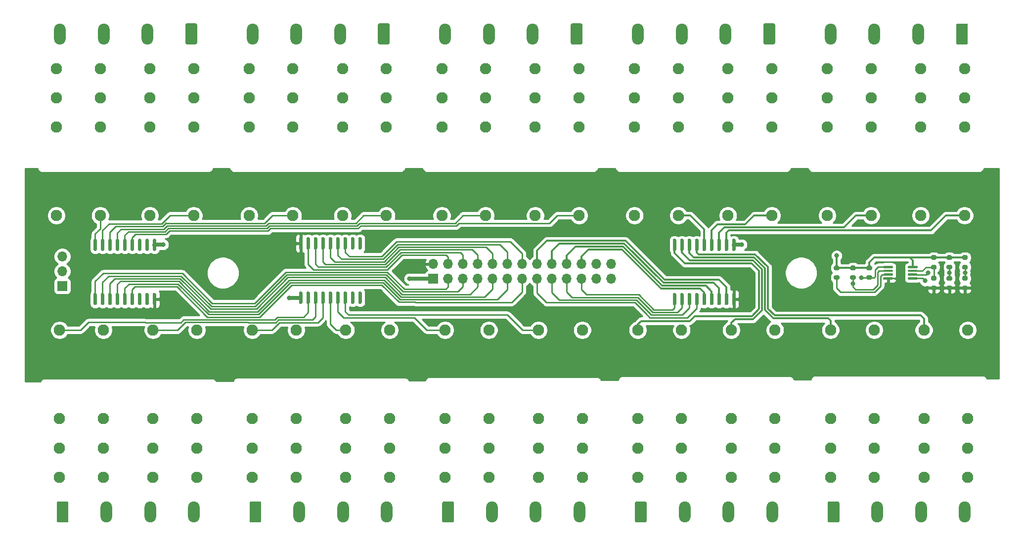
<source format=gbr>
%TF.GenerationSoftware,KiCad,Pcbnew,(5.1.6)-1*%
%TF.CreationDate,2021-10-14T08:46:51+02:00*%
%TF.ProjectId,boneIO - relay board,626f6e65-494f-4202-9d20-72656c617920,rev?*%
%TF.SameCoordinates,Original*%
%TF.FileFunction,Copper,L1,Top*%
%TF.FilePolarity,Positive*%
%FSLAX46Y46*%
G04 Gerber Fmt 4.6, Leading zero omitted, Abs format (unit mm)*
G04 Created by KiCad (PCBNEW (5.1.6)-1) date 2021-10-14 08:46:51*
%MOMM*%
%LPD*%
G01*
G04 APERTURE LIST*
%TA.AperFunction,ComponentPad*%
%ADD10O,1.700000X1.700000*%
%TD*%
%TA.AperFunction,ComponentPad*%
%ADD11R,1.700000X1.700000*%
%TD*%
%TA.AperFunction,ComponentPad*%
%ADD12C,1.950000*%
%TD*%
%TA.AperFunction,ComponentPad*%
%ADD13O,2.000000X3.600000*%
%TD*%
%TA.AperFunction,ViaPad*%
%ADD14C,0.800000*%
%TD*%
%TA.AperFunction,Conductor*%
%ADD15C,0.700000*%
%TD*%
%TA.AperFunction,Conductor*%
%ADD16C,0.250000*%
%TD*%
%TA.AperFunction,Conductor*%
%ADD17C,0.300000*%
%TD*%
%TA.AperFunction,Conductor*%
%ADD18C,0.254000*%
%TD*%
G04 APERTURE END LIST*
%TO.P,U4,8*%
%TO.N,+3V3*%
%TA.AperFunction,SMDPad,CuDef*%
G36*
G01*
X440443000Y-313808000D02*
X440443000Y-313608000D01*
G75*
G02*
X440543000Y-313508000I100000J0D01*
G01*
X441968000Y-313508000D01*
G75*
G02*
X442068000Y-313608000I0J-100000D01*
G01*
X442068000Y-313808000D01*
G75*
G02*
X441968000Y-313908000I-100000J0D01*
G01*
X440543000Y-313908000D01*
G75*
G02*
X440443000Y-313808000I0J100000D01*
G01*
G37*
%TD.AperFunction*%
%TO.P,U4,7*%
%TO.N,Net-(R1-Pad2)*%
%TA.AperFunction,SMDPad,CuDef*%
G36*
G01*
X440443000Y-314458000D02*
X440443000Y-314258000D01*
G75*
G02*
X440543000Y-314158000I100000J0D01*
G01*
X441968000Y-314158000D01*
G75*
G02*
X442068000Y-314258000I0J-100000D01*
G01*
X442068000Y-314458000D01*
G75*
G02*
X441968000Y-314558000I-100000J0D01*
G01*
X440543000Y-314558000D01*
G75*
G02*
X440443000Y-314458000I0J100000D01*
G01*
G37*
%TD.AperFunction*%
%TO.P,U4,6*%
%TO.N,Net-(R3-Pad2)*%
%TA.AperFunction,SMDPad,CuDef*%
G36*
G01*
X440443000Y-315108000D02*
X440443000Y-314908000D01*
G75*
G02*
X440543000Y-314808000I100000J0D01*
G01*
X441968000Y-314808000D01*
G75*
G02*
X442068000Y-314908000I0J-100000D01*
G01*
X442068000Y-315108000D01*
G75*
G02*
X441968000Y-315208000I-100000J0D01*
G01*
X440543000Y-315208000D01*
G75*
G02*
X440443000Y-315108000I0J100000D01*
G01*
G37*
%TD.AperFunction*%
%TO.P,U4,5*%
%TO.N,Net-(R5-Pad2)*%
%TA.AperFunction,SMDPad,CuDef*%
G36*
G01*
X440443000Y-315758000D02*
X440443000Y-315558000D01*
G75*
G02*
X440543000Y-315458000I100000J0D01*
G01*
X441968000Y-315458000D01*
G75*
G02*
X442068000Y-315558000I0J-100000D01*
G01*
X442068000Y-315758000D01*
G75*
G02*
X441968000Y-315858000I-100000J0D01*
G01*
X440543000Y-315858000D01*
G75*
G02*
X440443000Y-315758000I0J100000D01*
G01*
G37*
%TD.AperFunction*%
%TO.P,U4,4*%
%TO.N,GND*%
%TA.AperFunction,SMDPad,CuDef*%
G36*
G01*
X436218000Y-315758000D02*
X436218000Y-315558000D01*
G75*
G02*
X436318000Y-315458000I100000J0D01*
G01*
X437743000Y-315458000D01*
G75*
G02*
X437843000Y-315558000I0J-100000D01*
G01*
X437843000Y-315758000D01*
G75*
G02*
X437743000Y-315858000I-100000J0D01*
G01*
X436318000Y-315858000D01*
G75*
G02*
X436218000Y-315758000I0J100000D01*
G01*
G37*
%TD.AperFunction*%
%TO.P,U4,3*%
%TO.N,Net-(R9-Pad2)*%
%TA.AperFunction,SMDPad,CuDef*%
G36*
G01*
X436218000Y-315108000D02*
X436218000Y-314908000D01*
G75*
G02*
X436318000Y-314808000I100000J0D01*
G01*
X437743000Y-314808000D01*
G75*
G02*
X437843000Y-314908000I0J-100000D01*
G01*
X437843000Y-315108000D01*
G75*
G02*
X437743000Y-315208000I-100000J0D01*
G01*
X436318000Y-315208000D01*
G75*
G02*
X436218000Y-315108000I0J100000D01*
G01*
G37*
%TD.AperFunction*%
%TO.P,U4,2*%
%TO.N,SCL*%
%TA.AperFunction,SMDPad,CuDef*%
G36*
G01*
X436218000Y-314458000D02*
X436218000Y-314258000D01*
G75*
G02*
X436318000Y-314158000I100000J0D01*
G01*
X437743000Y-314158000D01*
G75*
G02*
X437843000Y-314258000I0J-100000D01*
G01*
X437843000Y-314458000D01*
G75*
G02*
X437743000Y-314558000I-100000J0D01*
G01*
X436318000Y-314558000D01*
G75*
G02*
X436218000Y-314458000I0J100000D01*
G01*
G37*
%TD.AperFunction*%
%TO.P,U4,1*%
%TO.N,SDA*%
%TA.AperFunction,SMDPad,CuDef*%
G36*
G01*
X436218000Y-313808000D02*
X436218000Y-313608000D01*
G75*
G02*
X436318000Y-313508000I100000J0D01*
G01*
X437743000Y-313508000D01*
G75*
G02*
X437843000Y-313608000I0J-100000D01*
G01*
X437843000Y-313808000D01*
G75*
G02*
X437743000Y-313908000I-100000J0D01*
G01*
X436318000Y-313908000D01*
G75*
G02*
X436218000Y-313808000I0J100000D01*
G01*
G37*
%TD.AperFunction*%
%TD*%
%TO.P,R9,2*%
%TO.N,Net-(R9-Pad2)*%
%TA.AperFunction,SMDPad,CuDef*%
G36*
G01*
X427946000Y-315108000D02*
X428496000Y-315108000D01*
G75*
G02*
X428696000Y-315308000I0J-200000D01*
G01*
X428696000Y-315708000D01*
G75*
G02*
X428496000Y-315908000I-200000J0D01*
G01*
X427946000Y-315908000D01*
G75*
G02*
X427746000Y-315708000I0J200000D01*
G01*
X427746000Y-315308000D01*
G75*
G02*
X427946000Y-315108000I200000J0D01*
G01*
G37*
%TD.AperFunction*%
%TO.P,R9,1*%
%TO.N,+3V3*%
%TA.AperFunction,SMDPad,CuDef*%
G36*
G01*
X427946000Y-313458000D02*
X428496000Y-313458000D01*
G75*
G02*
X428696000Y-313658000I0J-200000D01*
G01*
X428696000Y-314058000D01*
G75*
G02*
X428496000Y-314258000I-200000J0D01*
G01*
X427946000Y-314258000D01*
G75*
G02*
X427746000Y-314058000I0J200000D01*
G01*
X427746000Y-313658000D01*
G75*
G02*
X427946000Y-313458000I200000J0D01*
G01*
G37*
%TD.AperFunction*%
%TD*%
%TO.P,R8,2*%
%TO.N,SDA*%
%TA.AperFunction,SMDPad,CuDef*%
G36*
G01*
X433534000Y-315108000D02*
X434084000Y-315108000D01*
G75*
G02*
X434284000Y-315308000I0J-200000D01*
G01*
X434284000Y-315708000D01*
G75*
G02*
X434084000Y-315908000I-200000J0D01*
G01*
X433534000Y-315908000D01*
G75*
G02*
X433334000Y-315708000I0J200000D01*
G01*
X433334000Y-315308000D01*
G75*
G02*
X433534000Y-315108000I200000J0D01*
G01*
G37*
%TD.AperFunction*%
%TO.P,R8,1*%
%TO.N,+3V3*%
%TA.AperFunction,SMDPad,CuDef*%
G36*
G01*
X433534000Y-313458000D02*
X434084000Y-313458000D01*
G75*
G02*
X434284000Y-313658000I0J-200000D01*
G01*
X434284000Y-314058000D01*
G75*
G02*
X434084000Y-314258000I-200000J0D01*
G01*
X433534000Y-314258000D01*
G75*
G02*
X433334000Y-314058000I0J200000D01*
G01*
X433334000Y-313658000D01*
G75*
G02*
X433534000Y-313458000I200000J0D01*
G01*
G37*
%TD.AperFunction*%
%TD*%
%TO.P,R7,2*%
%TO.N,SCL*%
%TA.AperFunction,SMDPad,CuDef*%
G36*
G01*
X430740000Y-315108000D02*
X431290000Y-315108000D01*
G75*
G02*
X431490000Y-315308000I0J-200000D01*
G01*
X431490000Y-315708000D01*
G75*
G02*
X431290000Y-315908000I-200000J0D01*
G01*
X430740000Y-315908000D01*
G75*
G02*
X430540000Y-315708000I0J200000D01*
G01*
X430540000Y-315308000D01*
G75*
G02*
X430740000Y-315108000I200000J0D01*
G01*
G37*
%TD.AperFunction*%
%TO.P,R7,1*%
%TO.N,+3V3*%
%TA.AperFunction,SMDPad,CuDef*%
G36*
G01*
X430740000Y-313458000D02*
X431290000Y-313458000D01*
G75*
G02*
X431490000Y-313658000I0J-200000D01*
G01*
X431490000Y-314058000D01*
G75*
G02*
X431290000Y-314258000I-200000J0D01*
G01*
X430740000Y-314258000D01*
G75*
G02*
X430540000Y-314058000I0J200000D01*
G01*
X430540000Y-313658000D01*
G75*
G02*
X430740000Y-313458000I200000J0D01*
G01*
G37*
%TD.AperFunction*%
%TD*%
%TO.P,R6,2*%
%TO.N,GND*%
%TA.AperFunction,SMDPad,CuDef*%
G36*
G01*
X449917000Y-316886000D02*
X450467000Y-316886000D01*
G75*
G02*
X450667000Y-317086000I0J-200000D01*
G01*
X450667000Y-317486000D01*
G75*
G02*
X450467000Y-317686000I-200000J0D01*
G01*
X449917000Y-317686000D01*
G75*
G02*
X449717000Y-317486000I0J200000D01*
G01*
X449717000Y-317086000D01*
G75*
G02*
X449917000Y-316886000I200000J0D01*
G01*
G37*
%TD.AperFunction*%
%TO.P,R6,1*%
%TO.N,Net-(R5-Pad2)*%
%TA.AperFunction,SMDPad,CuDef*%
G36*
G01*
X449917000Y-315236000D02*
X450467000Y-315236000D01*
G75*
G02*
X450667000Y-315436000I0J-200000D01*
G01*
X450667000Y-315836000D01*
G75*
G02*
X450467000Y-316036000I-200000J0D01*
G01*
X449917000Y-316036000D01*
G75*
G02*
X449717000Y-315836000I0J200000D01*
G01*
X449717000Y-315436000D01*
G75*
G02*
X449917000Y-315236000I200000J0D01*
G01*
G37*
%TD.AperFunction*%
%TD*%
%TO.P,R5,2*%
%TO.N,Net-(R5-Pad2)*%
%TA.AperFunction,SMDPad,CuDef*%
G36*
G01*
X449917000Y-313330000D02*
X450467000Y-313330000D01*
G75*
G02*
X450667000Y-313530000I0J-200000D01*
G01*
X450667000Y-313930000D01*
G75*
G02*
X450467000Y-314130000I-200000J0D01*
G01*
X449917000Y-314130000D01*
G75*
G02*
X449717000Y-313930000I0J200000D01*
G01*
X449717000Y-313530000D01*
G75*
G02*
X449917000Y-313330000I200000J0D01*
G01*
G37*
%TD.AperFunction*%
%TO.P,R5,1*%
%TO.N,+3V3*%
%TA.AperFunction,SMDPad,CuDef*%
G36*
G01*
X449917000Y-311680000D02*
X450467000Y-311680000D01*
G75*
G02*
X450667000Y-311880000I0J-200000D01*
G01*
X450667000Y-312280000D01*
G75*
G02*
X450467000Y-312480000I-200000J0D01*
G01*
X449917000Y-312480000D01*
G75*
G02*
X449717000Y-312280000I0J200000D01*
G01*
X449717000Y-311880000D01*
G75*
G02*
X449917000Y-311680000I200000J0D01*
G01*
G37*
%TD.AperFunction*%
%TD*%
%TO.P,R4,2*%
%TO.N,GND*%
%TA.AperFunction,SMDPad,CuDef*%
G36*
G01*
X447250000Y-316886000D02*
X447800000Y-316886000D01*
G75*
G02*
X448000000Y-317086000I0J-200000D01*
G01*
X448000000Y-317486000D01*
G75*
G02*
X447800000Y-317686000I-200000J0D01*
G01*
X447250000Y-317686000D01*
G75*
G02*
X447050000Y-317486000I0J200000D01*
G01*
X447050000Y-317086000D01*
G75*
G02*
X447250000Y-316886000I200000J0D01*
G01*
G37*
%TD.AperFunction*%
%TO.P,R4,1*%
%TO.N,Net-(R3-Pad2)*%
%TA.AperFunction,SMDPad,CuDef*%
G36*
G01*
X447250000Y-315236000D02*
X447800000Y-315236000D01*
G75*
G02*
X448000000Y-315436000I0J-200000D01*
G01*
X448000000Y-315836000D01*
G75*
G02*
X447800000Y-316036000I-200000J0D01*
G01*
X447250000Y-316036000D01*
G75*
G02*
X447050000Y-315836000I0J200000D01*
G01*
X447050000Y-315436000D01*
G75*
G02*
X447250000Y-315236000I200000J0D01*
G01*
G37*
%TD.AperFunction*%
%TD*%
%TO.P,R3,2*%
%TO.N,Net-(R3-Pad2)*%
%TA.AperFunction,SMDPad,CuDef*%
G36*
G01*
X447250000Y-313330000D02*
X447800000Y-313330000D01*
G75*
G02*
X448000000Y-313530000I0J-200000D01*
G01*
X448000000Y-313930000D01*
G75*
G02*
X447800000Y-314130000I-200000J0D01*
G01*
X447250000Y-314130000D01*
G75*
G02*
X447050000Y-313930000I0J200000D01*
G01*
X447050000Y-313530000D01*
G75*
G02*
X447250000Y-313330000I200000J0D01*
G01*
G37*
%TD.AperFunction*%
%TO.P,R3,1*%
%TO.N,+3V3*%
%TA.AperFunction,SMDPad,CuDef*%
G36*
G01*
X447250000Y-311680000D02*
X447800000Y-311680000D01*
G75*
G02*
X448000000Y-311880000I0J-200000D01*
G01*
X448000000Y-312280000D01*
G75*
G02*
X447800000Y-312480000I-200000J0D01*
G01*
X447250000Y-312480000D01*
G75*
G02*
X447050000Y-312280000I0J200000D01*
G01*
X447050000Y-311880000D01*
G75*
G02*
X447250000Y-311680000I200000J0D01*
G01*
G37*
%TD.AperFunction*%
%TD*%
%TO.P,R2,2*%
%TO.N,GND*%
%TA.AperFunction,SMDPad,CuDef*%
G36*
G01*
X444583000Y-316886000D02*
X445133000Y-316886000D01*
G75*
G02*
X445333000Y-317086000I0J-200000D01*
G01*
X445333000Y-317486000D01*
G75*
G02*
X445133000Y-317686000I-200000J0D01*
G01*
X444583000Y-317686000D01*
G75*
G02*
X444383000Y-317486000I0J200000D01*
G01*
X444383000Y-317086000D01*
G75*
G02*
X444583000Y-316886000I200000J0D01*
G01*
G37*
%TD.AperFunction*%
%TO.P,R2,1*%
%TO.N,Net-(R1-Pad2)*%
%TA.AperFunction,SMDPad,CuDef*%
G36*
G01*
X444583000Y-315236000D02*
X445133000Y-315236000D01*
G75*
G02*
X445333000Y-315436000I0J-200000D01*
G01*
X445333000Y-315836000D01*
G75*
G02*
X445133000Y-316036000I-200000J0D01*
G01*
X444583000Y-316036000D01*
G75*
G02*
X444383000Y-315836000I0J200000D01*
G01*
X444383000Y-315436000D01*
G75*
G02*
X444583000Y-315236000I200000J0D01*
G01*
G37*
%TD.AperFunction*%
%TD*%
%TO.P,R1,2*%
%TO.N,Net-(R1-Pad2)*%
%TA.AperFunction,SMDPad,CuDef*%
G36*
G01*
X444583000Y-313330000D02*
X445133000Y-313330000D01*
G75*
G02*
X445333000Y-313530000I0J-200000D01*
G01*
X445333000Y-313930000D01*
G75*
G02*
X445133000Y-314130000I-200000J0D01*
G01*
X444583000Y-314130000D01*
G75*
G02*
X444383000Y-313930000I0J200000D01*
G01*
X444383000Y-313530000D01*
G75*
G02*
X444583000Y-313330000I200000J0D01*
G01*
G37*
%TD.AperFunction*%
%TO.P,R1,1*%
%TO.N,+3V3*%
%TA.AperFunction,SMDPad,CuDef*%
G36*
G01*
X444583000Y-311680000D02*
X445133000Y-311680000D01*
G75*
G02*
X445333000Y-311880000I0J-200000D01*
G01*
X445333000Y-312280000D01*
G75*
G02*
X445133000Y-312480000I-200000J0D01*
G01*
X444583000Y-312480000D01*
G75*
G02*
X444383000Y-312280000I0J200000D01*
G01*
X444383000Y-311880000D01*
G75*
G02*
X444583000Y-311680000I200000J0D01*
G01*
G37*
%TD.AperFunction*%
%TD*%
D10*
%TO.P,J7,3*%
%TO.N,+5V*%
X295633000Y-311889000D03*
%TO.P,J7,2*%
%TO.N,VCC*%
X295633000Y-314429000D03*
D11*
%TO.P,J7,1*%
%TO.N,+24V*%
X295633000Y-316969000D03*
%TD*%
D12*
%TO.P,K1,A2*%
%TO.N,VCC*%
X302665000Y-324508000D03*
%TO.P,K1,A1*%
%TO.N,RELAY1*%
X295165000Y-324508000D03*
%TO.P,K1,24*%
%TO.N,Net-(J1-Pad2)*%
X302665000Y-349708000D03*
%TO.P,K1,22*%
%TO.N,Net-(K1-Pad22)*%
X302665000Y-339708000D03*
%TO.P,K1,21*%
%TO.N,Net-(K1-Pad21)*%
X302665000Y-344708000D03*
%TO.P,K1,14*%
%TO.N,Net-(K1-Pad14)*%
X295165000Y-349708000D03*
%TO.P,K1,12*%
%TO.N,Net-(K1-Pad12)*%
X295165000Y-339708000D03*
%TO.P,K1,11*%
%TO.N,Net-(J1-Pad1)*%
X295165000Y-344708000D03*
%TD*%
D10*
%TO.P,J12,26*%
%TO.N,+24V*%
X389620000Y-313168000D03*
%TO.P,J12,25*%
%TO.N,+3V3*%
X389620000Y-315708000D03*
%TO.P,J12,24*%
%TO.N,SDA*%
X387080000Y-313168000D03*
%TO.P,J12,23*%
%TO.N,SCL*%
X387080000Y-315708000D03*
%TO.P,J12,22*%
%TO.N,K20*%
X384540000Y-313168000D03*
%TO.P,J12,21*%
%TO.N,K10*%
X384540000Y-315708000D03*
%TO.P,J12,20*%
%TO.N,K19*%
X382000000Y-313168000D03*
%TO.P,J12,19*%
%TO.N,K9*%
X382000000Y-315708000D03*
%TO.P,J12,18*%
%TO.N,K18*%
X379460000Y-313168000D03*
%TO.P,J12,17*%
%TO.N,K8*%
X379460000Y-315708000D03*
%TO.P,J12,16*%
%TO.N,K17*%
X376920000Y-313168000D03*
%TO.P,J12,15*%
%TO.N,K7*%
X376920000Y-315708000D03*
%TO.P,J12,14*%
%TO.N,K16*%
X374380000Y-313168000D03*
%TO.P,J12,13*%
%TO.N,K6*%
X374380000Y-315708000D03*
%TO.P,J12,12*%
%TO.N,K15*%
X371840000Y-313168000D03*
%TO.P,J12,11*%
%TO.N,K5*%
X371840000Y-315708000D03*
%TO.P,J12,10*%
%TO.N,K14*%
X369300000Y-313168000D03*
%TO.P,J12,9*%
%TO.N,K4*%
X369300000Y-315708000D03*
%TO.P,J12,8*%
%TO.N,K13*%
X366760000Y-313168000D03*
%TO.P,J12,7*%
%TO.N,K3*%
X366760000Y-315708000D03*
%TO.P,J12,6*%
%TO.N,K12*%
X364220000Y-313168000D03*
%TO.P,J12,5*%
%TO.N,K2*%
X364220000Y-315708000D03*
%TO.P,J12,4*%
%TO.N,K11*%
X361680000Y-313168000D03*
%TO.P,J12,3*%
%TO.N,K1*%
X361680000Y-315708000D03*
%TO.P,J12,2*%
%TO.N,GND*%
X359140000Y-313168000D03*
D11*
%TO.P,J12,1*%
%TO.N,+5V*%
X359140000Y-315708000D03*
%TD*%
D12*
%TO.P,K2,A2*%
%TO.N,VCC*%
X318665000Y-324508000D03*
%TO.P,K2,A1*%
%TO.N,RELAY2*%
X311165000Y-324508000D03*
%TO.P,K2,24*%
%TO.N,Net-(J1-Pad4)*%
X318665000Y-349708000D03*
%TO.P,K2,22*%
%TO.N,Net-(K2-Pad22)*%
X318665000Y-339708000D03*
%TO.P,K2,21*%
%TO.N,Net-(K2-Pad21)*%
X318665000Y-344708000D03*
%TO.P,K2,14*%
%TO.N,Net-(K2-Pad14)*%
X311165000Y-349708000D03*
%TO.P,K2,12*%
%TO.N,Net-(K2-Pad12)*%
X311165000Y-339708000D03*
%TO.P,K2,11*%
%TO.N,Net-(J1-Pad3)*%
X311165000Y-344708000D03*
%TD*%
%TO.P,K18,A2*%
%TO.N,VCC*%
X409615000Y-304883000D03*
%TO.P,K18,A1*%
%TO.N,RELAY18*%
X417115000Y-304883000D03*
%TO.P,K18,24*%
%TO.N,Net-(J10-Pad2)*%
X409615000Y-279683000D03*
%TO.P,K18,22*%
%TO.N,Net-(K18-Pad22)*%
X409615000Y-289683000D03*
%TO.P,K18,21*%
%TO.N,Net-(K18-Pad21)*%
X409615000Y-284683000D03*
%TO.P,K18,14*%
%TO.N,Net-(K18-Pad14)*%
X417115000Y-279683000D03*
%TO.P,K18,12*%
%TO.N,Net-(K18-Pad12)*%
X417115000Y-289683000D03*
%TO.P,K18,11*%
%TO.N,Net-(J10-Pad1)*%
X417115000Y-284683000D03*
%TD*%
%TO.P,U3,18*%
%TO.N,RELAY7*%
%TA.AperFunction,SMDPad,CuDef*%
G36*
G01*
X400610000Y-310933000D02*
X400310000Y-310933000D01*
G75*
G02*
X400160000Y-310783000I0J150000D01*
G01*
X400160000Y-309033000D01*
G75*
G02*
X400310000Y-308883000I150000J0D01*
G01*
X400610000Y-308883000D01*
G75*
G02*
X400760000Y-309033000I0J-150000D01*
G01*
X400760000Y-310783000D01*
G75*
G02*
X400610000Y-310933000I-150000J0D01*
G01*
G37*
%TD.AperFunction*%
%TO.P,U3,17*%
%TO.N,RELAY8*%
%TA.AperFunction,SMDPad,CuDef*%
G36*
G01*
X401880000Y-310933000D02*
X401580000Y-310933000D01*
G75*
G02*
X401430000Y-310783000I0J150000D01*
G01*
X401430000Y-309033000D01*
G75*
G02*
X401580000Y-308883000I150000J0D01*
G01*
X401880000Y-308883000D01*
G75*
G02*
X402030000Y-309033000I0J-150000D01*
G01*
X402030000Y-310783000D01*
G75*
G02*
X401880000Y-310933000I-150000J0D01*
G01*
G37*
%TD.AperFunction*%
%TO.P,U3,16*%
%TO.N,RELAY9*%
%TA.AperFunction,SMDPad,CuDef*%
G36*
G01*
X403150000Y-310933000D02*
X402850000Y-310933000D01*
G75*
G02*
X402700000Y-310783000I0J150000D01*
G01*
X402700000Y-309033000D01*
G75*
G02*
X402850000Y-308883000I150000J0D01*
G01*
X403150000Y-308883000D01*
G75*
G02*
X403300000Y-309033000I0J-150000D01*
G01*
X403300000Y-310783000D01*
G75*
G02*
X403150000Y-310933000I-150000J0D01*
G01*
G37*
%TD.AperFunction*%
%TO.P,U3,15*%
%TO.N,RELAY10*%
%TA.AperFunction,SMDPad,CuDef*%
G36*
G01*
X404420000Y-310933000D02*
X404120000Y-310933000D01*
G75*
G02*
X403970000Y-310783000I0J150000D01*
G01*
X403970000Y-309033000D01*
G75*
G02*
X404120000Y-308883000I150000J0D01*
G01*
X404420000Y-308883000D01*
G75*
G02*
X404570000Y-309033000I0J-150000D01*
G01*
X404570000Y-310783000D01*
G75*
G02*
X404420000Y-310933000I-150000J0D01*
G01*
G37*
%TD.AperFunction*%
%TO.P,U3,14*%
%TO.N,RELAY17*%
%TA.AperFunction,SMDPad,CuDef*%
G36*
G01*
X405690000Y-310933000D02*
X405390000Y-310933000D01*
G75*
G02*
X405240000Y-310783000I0J150000D01*
G01*
X405240000Y-309033000D01*
G75*
G02*
X405390000Y-308883000I150000J0D01*
G01*
X405690000Y-308883000D01*
G75*
G02*
X405840000Y-309033000I0J-150000D01*
G01*
X405840000Y-310783000D01*
G75*
G02*
X405690000Y-310933000I-150000J0D01*
G01*
G37*
%TD.AperFunction*%
%TO.P,U3,13*%
%TO.N,RELAY18*%
%TA.AperFunction,SMDPad,CuDef*%
G36*
G01*
X406960000Y-310933000D02*
X406660000Y-310933000D01*
G75*
G02*
X406510000Y-310783000I0J150000D01*
G01*
X406510000Y-309033000D01*
G75*
G02*
X406660000Y-308883000I150000J0D01*
G01*
X406960000Y-308883000D01*
G75*
G02*
X407110000Y-309033000I0J-150000D01*
G01*
X407110000Y-310783000D01*
G75*
G02*
X406960000Y-310933000I-150000J0D01*
G01*
G37*
%TD.AperFunction*%
%TO.P,U3,12*%
%TO.N,RELAY19*%
%TA.AperFunction,SMDPad,CuDef*%
G36*
G01*
X408230000Y-310933000D02*
X407930000Y-310933000D01*
G75*
G02*
X407780000Y-310783000I0J150000D01*
G01*
X407780000Y-309033000D01*
G75*
G02*
X407930000Y-308883000I150000J0D01*
G01*
X408230000Y-308883000D01*
G75*
G02*
X408380000Y-309033000I0J-150000D01*
G01*
X408380000Y-310783000D01*
G75*
G02*
X408230000Y-310933000I-150000J0D01*
G01*
G37*
%TD.AperFunction*%
%TO.P,U3,11*%
%TO.N,RELAY20*%
%TA.AperFunction,SMDPad,CuDef*%
G36*
G01*
X409500000Y-310933000D02*
X409200000Y-310933000D01*
G75*
G02*
X409050000Y-310783000I0J150000D01*
G01*
X409050000Y-309033000D01*
G75*
G02*
X409200000Y-308883000I150000J0D01*
G01*
X409500000Y-308883000D01*
G75*
G02*
X409650000Y-309033000I0J-150000D01*
G01*
X409650000Y-310783000D01*
G75*
G02*
X409500000Y-310933000I-150000J0D01*
G01*
G37*
%TD.AperFunction*%
%TO.P,U3,10*%
%TO.N,+5V*%
%TA.AperFunction,SMDPad,CuDef*%
G36*
G01*
X410770000Y-310933000D02*
X410470000Y-310933000D01*
G75*
G02*
X410320000Y-310783000I0J150000D01*
G01*
X410320000Y-309033000D01*
G75*
G02*
X410470000Y-308883000I150000J0D01*
G01*
X410770000Y-308883000D01*
G75*
G02*
X410920000Y-309033000I0J-150000D01*
G01*
X410920000Y-310783000D01*
G75*
G02*
X410770000Y-310933000I-150000J0D01*
G01*
G37*
%TD.AperFunction*%
%TO.P,U3,9*%
%TO.N,GND*%
%TA.AperFunction,SMDPad,CuDef*%
G36*
G01*
X410770000Y-320233000D02*
X410470000Y-320233000D01*
G75*
G02*
X410320000Y-320083000I0J150000D01*
G01*
X410320000Y-318333000D01*
G75*
G02*
X410470000Y-318183000I150000J0D01*
G01*
X410770000Y-318183000D01*
G75*
G02*
X410920000Y-318333000I0J-150000D01*
G01*
X410920000Y-320083000D01*
G75*
G02*
X410770000Y-320233000I-150000J0D01*
G01*
G37*
%TD.AperFunction*%
%TO.P,U3,8*%
%TO.N,K17*%
%TA.AperFunction,SMDPad,CuDef*%
G36*
G01*
X409500000Y-320233000D02*
X409200000Y-320233000D01*
G75*
G02*
X409050000Y-320083000I0J150000D01*
G01*
X409050000Y-318333000D01*
G75*
G02*
X409200000Y-318183000I150000J0D01*
G01*
X409500000Y-318183000D01*
G75*
G02*
X409650000Y-318333000I0J-150000D01*
G01*
X409650000Y-320083000D01*
G75*
G02*
X409500000Y-320233000I-150000J0D01*
G01*
G37*
%TD.AperFunction*%
%TO.P,U3,7*%
%TO.N,K18*%
%TA.AperFunction,SMDPad,CuDef*%
G36*
G01*
X408230000Y-320233000D02*
X407930000Y-320233000D01*
G75*
G02*
X407780000Y-320083000I0J150000D01*
G01*
X407780000Y-318333000D01*
G75*
G02*
X407930000Y-318183000I150000J0D01*
G01*
X408230000Y-318183000D01*
G75*
G02*
X408380000Y-318333000I0J-150000D01*
G01*
X408380000Y-320083000D01*
G75*
G02*
X408230000Y-320233000I-150000J0D01*
G01*
G37*
%TD.AperFunction*%
%TO.P,U3,6*%
%TO.N,K19*%
%TA.AperFunction,SMDPad,CuDef*%
G36*
G01*
X406960000Y-320233000D02*
X406660000Y-320233000D01*
G75*
G02*
X406510000Y-320083000I0J150000D01*
G01*
X406510000Y-318333000D01*
G75*
G02*
X406660000Y-318183000I150000J0D01*
G01*
X406960000Y-318183000D01*
G75*
G02*
X407110000Y-318333000I0J-150000D01*
G01*
X407110000Y-320083000D01*
G75*
G02*
X406960000Y-320233000I-150000J0D01*
G01*
G37*
%TD.AperFunction*%
%TO.P,U3,5*%
%TO.N,K20*%
%TA.AperFunction,SMDPad,CuDef*%
G36*
G01*
X405690000Y-320233000D02*
X405390000Y-320233000D01*
G75*
G02*
X405240000Y-320083000I0J150000D01*
G01*
X405240000Y-318333000D01*
G75*
G02*
X405390000Y-318183000I150000J0D01*
G01*
X405690000Y-318183000D01*
G75*
G02*
X405840000Y-318333000I0J-150000D01*
G01*
X405840000Y-320083000D01*
G75*
G02*
X405690000Y-320233000I-150000J0D01*
G01*
G37*
%TD.AperFunction*%
%TO.P,U3,4*%
%TO.N,K7*%
%TA.AperFunction,SMDPad,CuDef*%
G36*
G01*
X404420000Y-320233000D02*
X404120000Y-320233000D01*
G75*
G02*
X403970000Y-320083000I0J150000D01*
G01*
X403970000Y-318333000D01*
G75*
G02*
X404120000Y-318183000I150000J0D01*
G01*
X404420000Y-318183000D01*
G75*
G02*
X404570000Y-318333000I0J-150000D01*
G01*
X404570000Y-320083000D01*
G75*
G02*
X404420000Y-320233000I-150000J0D01*
G01*
G37*
%TD.AperFunction*%
%TO.P,U3,3*%
%TO.N,K8*%
%TA.AperFunction,SMDPad,CuDef*%
G36*
G01*
X403150000Y-320233000D02*
X402850000Y-320233000D01*
G75*
G02*
X402700000Y-320083000I0J150000D01*
G01*
X402700000Y-318333000D01*
G75*
G02*
X402850000Y-318183000I150000J0D01*
G01*
X403150000Y-318183000D01*
G75*
G02*
X403300000Y-318333000I0J-150000D01*
G01*
X403300000Y-320083000D01*
G75*
G02*
X403150000Y-320233000I-150000J0D01*
G01*
G37*
%TD.AperFunction*%
%TO.P,U3,2*%
%TO.N,K9*%
%TA.AperFunction,SMDPad,CuDef*%
G36*
G01*
X401880000Y-320233000D02*
X401580000Y-320233000D01*
G75*
G02*
X401430000Y-320083000I0J150000D01*
G01*
X401430000Y-318333000D01*
G75*
G02*
X401580000Y-318183000I150000J0D01*
G01*
X401880000Y-318183000D01*
G75*
G02*
X402030000Y-318333000I0J-150000D01*
G01*
X402030000Y-320083000D01*
G75*
G02*
X401880000Y-320233000I-150000J0D01*
G01*
G37*
%TD.AperFunction*%
%TO.P,U3,1*%
%TO.N,K10*%
%TA.AperFunction,SMDPad,CuDef*%
G36*
G01*
X400610000Y-320233000D02*
X400310000Y-320233000D01*
G75*
G02*
X400160000Y-320083000I0J150000D01*
G01*
X400160000Y-318333000D01*
G75*
G02*
X400310000Y-318183000I150000J0D01*
G01*
X400610000Y-318183000D01*
G75*
G02*
X400760000Y-318333000I0J-150000D01*
G01*
X400760000Y-320083000D01*
G75*
G02*
X400610000Y-320233000I-150000J0D01*
G01*
G37*
%TD.AperFunction*%
%TD*%
%TO.P,U2,18*%
%TO.N,Net-(U2-Pad18)*%
%TA.AperFunction,SMDPad,CuDef*%
G36*
G01*
X346470000Y-317933000D02*
X346770000Y-317933000D01*
G75*
G02*
X346920000Y-318083000I0J-150000D01*
G01*
X346920000Y-319833000D01*
G75*
G02*
X346770000Y-319983000I-150000J0D01*
G01*
X346470000Y-319983000D01*
G75*
G02*
X346320000Y-319833000I0J150000D01*
G01*
X346320000Y-318083000D01*
G75*
G02*
X346470000Y-317933000I150000J0D01*
G01*
G37*
%TD.AperFunction*%
%TO.P,U2,17*%
%TO.N,Net-(U2-Pad17)*%
%TA.AperFunction,SMDPad,CuDef*%
G36*
G01*
X345200000Y-317933000D02*
X345500000Y-317933000D01*
G75*
G02*
X345650000Y-318083000I0J-150000D01*
G01*
X345650000Y-319833000D01*
G75*
G02*
X345500000Y-319983000I-150000J0D01*
G01*
X345200000Y-319983000D01*
G75*
G02*
X345050000Y-319833000I0J150000D01*
G01*
X345050000Y-318083000D01*
G75*
G02*
X345200000Y-317933000I150000J0D01*
G01*
G37*
%TD.AperFunction*%
%TO.P,U2,16*%
%TO.N,RELAY6*%
%TA.AperFunction,SMDPad,CuDef*%
G36*
G01*
X343930000Y-317933000D02*
X344230000Y-317933000D01*
G75*
G02*
X344380000Y-318083000I0J-150000D01*
G01*
X344380000Y-319833000D01*
G75*
G02*
X344230000Y-319983000I-150000J0D01*
G01*
X343930000Y-319983000D01*
G75*
G02*
X343780000Y-319833000I0J150000D01*
G01*
X343780000Y-318083000D01*
G75*
G02*
X343930000Y-317933000I150000J0D01*
G01*
G37*
%TD.AperFunction*%
%TO.P,U2,15*%
%TO.N,RELAY5*%
%TA.AperFunction,SMDPad,CuDef*%
G36*
G01*
X342660000Y-317933000D02*
X342960000Y-317933000D01*
G75*
G02*
X343110000Y-318083000I0J-150000D01*
G01*
X343110000Y-319833000D01*
G75*
G02*
X342960000Y-319983000I-150000J0D01*
G01*
X342660000Y-319983000D01*
G75*
G02*
X342510000Y-319833000I0J150000D01*
G01*
X342510000Y-318083000D01*
G75*
G02*
X342660000Y-317933000I150000J0D01*
G01*
G37*
%TD.AperFunction*%
%TO.P,U2,14*%
%TO.N,RELAY4*%
%TA.AperFunction,SMDPad,CuDef*%
G36*
G01*
X341390000Y-317933000D02*
X341690000Y-317933000D01*
G75*
G02*
X341840000Y-318083000I0J-150000D01*
G01*
X341840000Y-319833000D01*
G75*
G02*
X341690000Y-319983000I-150000J0D01*
G01*
X341390000Y-319983000D01*
G75*
G02*
X341240000Y-319833000I0J150000D01*
G01*
X341240000Y-318083000D01*
G75*
G02*
X341390000Y-317933000I150000J0D01*
G01*
G37*
%TD.AperFunction*%
%TO.P,U2,13*%
%TO.N,RELAY3*%
%TA.AperFunction,SMDPad,CuDef*%
G36*
G01*
X340120000Y-317933000D02*
X340420000Y-317933000D01*
G75*
G02*
X340570000Y-318083000I0J-150000D01*
G01*
X340570000Y-319833000D01*
G75*
G02*
X340420000Y-319983000I-150000J0D01*
G01*
X340120000Y-319983000D01*
G75*
G02*
X339970000Y-319833000I0J150000D01*
G01*
X339970000Y-318083000D01*
G75*
G02*
X340120000Y-317933000I150000J0D01*
G01*
G37*
%TD.AperFunction*%
%TO.P,U2,12*%
%TO.N,RELAY2*%
%TA.AperFunction,SMDPad,CuDef*%
G36*
G01*
X338850000Y-317933000D02*
X339150000Y-317933000D01*
G75*
G02*
X339300000Y-318083000I0J-150000D01*
G01*
X339300000Y-319833000D01*
G75*
G02*
X339150000Y-319983000I-150000J0D01*
G01*
X338850000Y-319983000D01*
G75*
G02*
X338700000Y-319833000I0J150000D01*
G01*
X338700000Y-318083000D01*
G75*
G02*
X338850000Y-317933000I150000J0D01*
G01*
G37*
%TD.AperFunction*%
%TO.P,U2,11*%
%TO.N,RELAY1*%
%TA.AperFunction,SMDPad,CuDef*%
G36*
G01*
X337580000Y-317933000D02*
X337880000Y-317933000D01*
G75*
G02*
X338030000Y-318083000I0J-150000D01*
G01*
X338030000Y-319833000D01*
G75*
G02*
X337880000Y-319983000I-150000J0D01*
G01*
X337580000Y-319983000D01*
G75*
G02*
X337430000Y-319833000I0J150000D01*
G01*
X337430000Y-318083000D01*
G75*
G02*
X337580000Y-317933000I150000J0D01*
G01*
G37*
%TD.AperFunction*%
%TO.P,U2,10*%
%TO.N,+5V*%
%TA.AperFunction,SMDPad,CuDef*%
G36*
G01*
X336310000Y-317933000D02*
X336610000Y-317933000D01*
G75*
G02*
X336760000Y-318083000I0J-150000D01*
G01*
X336760000Y-319833000D01*
G75*
G02*
X336610000Y-319983000I-150000J0D01*
G01*
X336310000Y-319983000D01*
G75*
G02*
X336160000Y-319833000I0J150000D01*
G01*
X336160000Y-318083000D01*
G75*
G02*
X336310000Y-317933000I150000J0D01*
G01*
G37*
%TD.AperFunction*%
%TO.P,U2,9*%
%TO.N,GND*%
%TA.AperFunction,SMDPad,CuDef*%
G36*
G01*
X336310000Y-308633000D02*
X336610000Y-308633000D01*
G75*
G02*
X336760000Y-308783000I0J-150000D01*
G01*
X336760000Y-310533000D01*
G75*
G02*
X336610000Y-310683000I-150000J0D01*
G01*
X336310000Y-310683000D01*
G75*
G02*
X336160000Y-310533000I0J150000D01*
G01*
X336160000Y-308783000D01*
G75*
G02*
X336310000Y-308633000I150000J0D01*
G01*
G37*
%TD.AperFunction*%
%TO.P,U2,8*%
%TO.N,K11*%
%TA.AperFunction,SMDPad,CuDef*%
G36*
G01*
X337580000Y-308633000D02*
X337880000Y-308633000D01*
G75*
G02*
X338030000Y-308783000I0J-150000D01*
G01*
X338030000Y-310533000D01*
G75*
G02*
X337880000Y-310683000I-150000J0D01*
G01*
X337580000Y-310683000D01*
G75*
G02*
X337430000Y-310533000I0J150000D01*
G01*
X337430000Y-308783000D01*
G75*
G02*
X337580000Y-308633000I150000J0D01*
G01*
G37*
%TD.AperFunction*%
%TO.P,U2,7*%
%TO.N,K12*%
%TA.AperFunction,SMDPad,CuDef*%
G36*
G01*
X338850000Y-308633000D02*
X339150000Y-308633000D01*
G75*
G02*
X339300000Y-308783000I0J-150000D01*
G01*
X339300000Y-310533000D01*
G75*
G02*
X339150000Y-310683000I-150000J0D01*
G01*
X338850000Y-310683000D01*
G75*
G02*
X338700000Y-310533000I0J150000D01*
G01*
X338700000Y-308783000D01*
G75*
G02*
X338850000Y-308633000I150000J0D01*
G01*
G37*
%TD.AperFunction*%
%TO.P,U2,6*%
%TO.N,K13*%
%TA.AperFunction,SMDPad,CuDef*%
G36*
G01*
X340120000Y-308633000D02*
X340420000Y-308633000D01*
G75*
G02*
X340570000Y-308783000I0J-150000D01*
G01*
X340570000Y-310533000D01*
G75*
G02*
X340420000Y-310683000I-150000J0D01*
G01*
X340120000Y-310683000D01*
G75*
G02*
X339970000Y-310533000I0J150000D01*
G01*
X339970000Y-308783000D01*
G75*
G02*
X340120000Y-308633000I150000J0D01*
G01*
G37*
%TD.AperFunction*%
%TO.P,U2,5*%
%TO.N,K14*%
%TA.AperFunction,SMDPad,CuDef*%
G36*
G01*
X341390000Y-308633000D02*
X341690000Y-308633000D01*
G75*
G02*
X341840000Y-308783000I0J-150000D01*
G01*
X341840000Y-310533000D01*
G75*
G02*
X341690000Y-310683000I-150000J0D01*
G01*
X341390000Y-310683000D01*
G75*
G02*
X341240000Y-310533000I0J150000D01*
G01*
X341240000Y-308783000D01*
G75*
G02*
X341390000Y-308633000I150000J0D01*
G01*
G37*
%TD.AperFunction*%
%TO.P,U2,4*%
%TO.N,K15*%
%TA.AperFunction,SMDPad,CuDef*%
G36*
G01*
X342660000Y-308633000D02*
X342960000Y-308633000D01*
G75*
G02*
X343110000Y-308783000I0J-150000D01*
G01*
X343110000Y-310533000D01*
G75*
G02*
X342960000Y-310683000I-150000J0D01*
G01*
X342660000Y-310683000D01*
G75*
G02*
X342510000Y-310533000I0J150000D01*
G01*
X342510000Y-308783000D01*
G75*
G02*
X342660000Y-308633000I150000J0D01*
G01*
G37*
%TD.AperFunction*%
%TO.P,U2,3*%
%TO.N,K16*%
%TA.AperFunction,SMDPad,CuDef*%
G36*
G01*
X343930000Y-308633000D02*
X344230000Y-308633000D01*
G75*
G02*
X344380000Y-308783000I0J-150000D01*
G01*
X344380000Y-310533000D01*
G75*
G02*
X344230000Y-310683000I-150000J0D01*
G01*
X343930000Y-310683000D01*
G75*
G02*
X343780000Y-310533000I0J150000D01*
G01*
X343780000Y-308783000D01*
G75*
G02*
X343930000Y-308633000I150000J0D01*
G01*
G37*
%TD.AperFunction*%
%TO.P,U2,2*%
%TO.N,Net-(U2-Pad2)*%
%TA.AperFunction,SMDPad,CuDef*%
G36*
G01*
X345200000Y-308633000D02*
X345500000Y-308633000D01*
G75*
G02*
X345650000Y-308783000I0J-150000D01*
G01*
X345650000Y-310533000D01*
G75*
G02*
X345500000Y-310683000I-150000J0D01*
G01*
X345200000Y-310683000D01*
G75*
G02*
X345050000Y-310533000I0J150000D01*
G01*
X345050000Y-308783000D01*
G75*
G02*
X345200000Y-308633000I150000J0D01*
G01*
G37*
%TD.AperFunction*%
%TO.P,U2,1*%
%TO.N,Net-(U2-Pad1)*%
%TA.AperFunction,SMDPad,CuDef*%
G36*
G01*
X346470000Y-308633000D02*
X346770000Y-308633000D01*
G75*
G02*
X346920000Y-308783000I0J-150000D01*
G01*
X346920000Y-310533000D01*
G75*
G02*
X346770000Y-310683000I-150000J0D01*
G01*
X346470000Y-310683000D01*
G75*
G02*
X346320000Y-310533000I0J150000D01*
G01*
X346320000Y-308783000D01*
G75*
G02*
X346470000Y-308633000I150000J0D01*
G01*
G37*
%TD.AperFunction*%
%TD*%
%TO.P,U1,18*%
%TO.N,RELAY11*%
%TA.AperFunction,SMDPad,CuDef*%
G36*
G01*
X301410000Y-310933000D02*
X301110000Y-310933000D01*
G75*
G02*
X300960000Y-310783000I0J150000D01*
G01*
X300960000Y-309033000D01*
G75*
G02*
X301110000Y-308883000I150000J0D01*
G01*
X301410000Y-308883000D01*
G75*
G02*
X301560000Y-309033000I0J-150000D01*
G01*
X301560000Y-310783000D01*
G75*
G02*
X301410000Y-310933000I-150000J0D01*
G01*
G37*
%TD.AperFunction*%
%TO.P,U1,17*%
%TO.N,RELAY12*%
%TA.AperFunction,SMDPad,CuDef*%
G36*
G01*
X302680000Y-310933000D02*
X302380000Y-310933000D01*
G75*
G02*
X302230000Y-310783000I0J150000D01*
G01*
X302230000Y-309033000D01*
G75*
G02*
X302380000Y-308883000I150000J0D01*
G01*
X302680000Y-308883000D01*
G75*
G02*
X302830000Y-309033000I0J-150000D01*
G01*
X302830000Y-310783000D01*
G75*
G02*
X302680000Y-310933000I-150000J0D01*
G01*
G37*
%TD.AperFunction*%
%TO.P,U1,16*%
%TO.N,RELAY13*%
%TA.AperFunction,SMDPad,CuDef*%
G36*
G01*
X303950000Y-310933000D02*
X303650000Y-310933000D01*
G75*
G02*
X303500000Y-310783000I0J150000D01*
G01*
X303500000Y-309033000D01*
G75*
G02*
X303650000Y-308883000I150000J0D01*
G01*
X303950000Y-308883000D01*
G75*
G02*
X304100000Y-309033000I0J-150000D01*
G01*
X304100000Y-310783000D01*
G75*
G02*
X303950000Y-310933000I-150000J0D01*
G01*
G37*
%TD.AperFunction*%
%TO.P,U1,15*%
%TO.N,RELAY14*%
%TA.AperFunction,SMDPad,CuDef*%
G36*
G01*
X305220000Y-310933000D02*
X304920000Y-310933000D01*
G75*
G02*
X304770000Y-310783000I0J150000D01*
G01*
X304770000Y-309033000D01*
G75*
G02*
X304920000Y-308883000I150000J0D01*
G01*
X305220000Y-308883000D01*
G75*
G02*
X305370000Y-309033000I0J-150000D01*
G01*
X305370000Y-310783000D01*
G75*
G02*
X305220000Y-310933000I-150000J0D01*
G01*
G37*
%TD.AperFunction*%
%TO.P,U1,14*%
%TO.N,RELAY15*%
%TA.AperFunction,SMDPad,CuDef*%
G36*
G01*
X306490000Y-310933000D02*
X306190000Y-310933000D01*
G75*
G02*
X306040000Y-310783000I0J150000D01*
G01*
X306040000Y-309033000D01*
G75*
G02*
X306190000Y-308883000I150000J0D01*
G01*
X306490000Y-308883000D01*
G75*
G02*
X306640000Y-309033000I0J-150000D01*
G01*
X306640000Y-310783000D01*
G75*
G02*
X306490000Y-310933000I-150000J0D01*
G01*
G37*
%TD.AperFunction*%
%TO.P,U1,13*%
%TO.N,RELAY16*%
%TA.AperFunction,SMDPad,CuDef*%
G36*
G01*
X307760000Y-310933000D02*
X307460000Y-310933000D01*
G75*
G02*
X307310000Y-310783000I0J150000D01*
G01*
X307310000Y-309033000D01*
G75*
G02*
X307460000Y-308883000I150000J0D01*
G01*
X307760000Y-308883000D01*
G75*
G02*
X307910000Y-309033000I0J-150000D01*
G01*
X307910000Y-310783000D01*
G75*
G02*
X307760000Y-310933000I-150000J0D01*
G01*
G37*
%TD.AperFunction*%
%TO.P,U1,12*%
%TO.N,Net-(U1-Pad12)*%
%TA.AperFunction,SMDPad,CuDef*%
G36*
G01*
X309030000Y-310933000D02*
X308730000Y-310933000D01*
G75*
G02*
X308580000Y-310783000I0J150000D01*
G01*
X308580000Y-309033000D01*
G75*
G02*
X308730000Y-308883000I150000J0D01*
G01*
X309030000Y-308883000D01*
G75*
G02*
X309180000Y-309033000I0J-150000D01*
G01*
X309180000Y-310783000D01*
G75*
G02*
X309030000Y-310933000I-150000J0D01*
G01*
G37*
%TD.AperFunction*%
%TO.P,U1,11*%
%TO.N,Net-(U1-Pad11)*%
%TA.AperFunction,SMDPad,CuDef*%
G36*
G01*
X310300000Y-310933000D02*
X310000000Y-310933000D01*
G75*
G02*
X309850000Y-310783000I0J150000D01*
G01*
X309850000Y-309033000D01*
G75*
G02*
X310000000Y-308883000I150000J0D01*
G01*
X310300000Y-308883000D01*
G75*
G02*
X310450000Y-309033000I0J-150000D01*
G01*
X310450000Y-310783000D01*
G75*
G02*
X310300000Y-310933000I-150000J0D01*
G01*
G37*
%TD.AperFunction*%
%TO.P,U1,10*%
%TO.N,+5V*%
%TA.AperFunction,SMDPad,CuDef*%
G36*
G01*
X311570000Y-310933000D02*
X311270000Y-310933000D01*
G75*
G02*
X311120000Y-310783000I0J150000D01*
G01*
X311120000Y-309033000D01*
G75*
G02*
X311270000Y-308883000I150000J0D01*
G01*
X311570000Y-308883000D01*
G75*
G02*
X311720000Y-309033000I0J-150000D01*
G01*
X311720000Y-310783000D01*
G75*
G02*
X311570000Y-310933000I-150000J0D01*
G01*
G37*
%TD.AperFunction*%
%TO.P,U1,9*%
%TO.N,GND*%
%TA.AperFunction,SMDPad,CuDef*%
G36*
G01*
X311570000Y-320233000D02*
X311270000Y-320233000D01*
G75*
G02*
X311120000Y-320083000I0J150000D01*
G01*
X311120000Y-318333000D01*
G75*
G02*
X311270000Y-318183000I150000J0D01*
G01*
X311570000Y-318183000D01*
G75*
G02*
X311720000Y-318333000I0J-150000D01*
G01*
X311720000Y-320083000D01*
G75*
G02*
X311570000Y-320233000I-150000J0D01*
G01*
G37*
%TD.AperFunction*%
%TO.P,U1,8*%
%TO.N,Net-(U1-Pad8)*%
%TA.AperFunction,SMDPad,CuDef*%
G36*
G01*
X310300000Y-320233000D02*
X310000000Y-320233000D01*
G75*
G02*
X309850000Y-320083000I0J150000D01*
G01*
X309850000Y-318333000D01*
G75*
G02*
X310000000Y-318183000I150000J0D01*
G01*
X310300000Y-318183000D01*
G75*
G02*
X310450000Y-318333000I0J-150000D01*
G01*
X310450000Y-320083000D01*
G75*
G02*
X310300000Y-320233000I-150000J0D01*
G01*
G37*
%TD.AperFunction*%
%TO.P,U1,7*%
%TO.N,Net-(U1-Pad7)*%
%TA.AperFunction,SMDPad,CuDef*%
G36*
G01*
X309030000Y-320233000D02*
X308730000Y-320233000D01*
G75*
G02*
X308580000Y-320083000I0J150000D01*
G01*
X308580000Y-318333000D01*
G75*
G02*
X308730000Y-318183000I150000J0D01*
G01*
X309030000Y-318183000D01*
G75*
G02*
X309180000Y-318333000I0J-150000D01*
G01*
X309180000Y-320083000D01*
G75*
G02*
X309030000Y-320233000I-150000J0D01*
G01*
G37*
%TD.AperFunction*%
%TO.P,U1,6*%
%TO.N,K6*%
%TA.AperFunction,SMDPad,CuDef*%
G36*
G01*
X307760000Y-320233000D02*
X307460000Y-320233000D01*
G75*
G02*
X307310000Y-320083000I0J150000D01*
G01*
X307310000Y-318333000D01*
G75*
G02*
X307460000Y-318183000I150000J0D01*
G01*
X307760000Y-318183000D01*
G75*
G02*
X307910000Y-318333000I0J-150000D01*
G01*
X307910000Y-320083000D01*
G75*
G02*
X307760000Y-320233000I-150000J0D01*
G01*
G37*
%TD.AperFunction*%
%TO.P,U1,5*%
%TO.N,K5*%
%TA.AperFunction,SMDPad,CuDef*%
G36*
G01*
X306490000Y-320233000D02*
X306190000Y-320233000D01*
G75*
G02*
X306040000Y-320083000I0J150000D01*
G01*
X306040000Y-318333000D01*
G75*
G02*
X306190000Y-318183000I150000J0D01*
G01*
X306490000Y-318183000D01*
G75*
G02*
X306640000Y-318333000I0J-150000D01*
G01*
X306640000Y-320083000D01*
G75*
G02*
X306490000Y-320233000I-150000J0D01*
G01*
G37*
%TD.AperFunction*%
%TO.P,U1,4*%
%TO.N,K4*%
%TA.AperFunction,SMDPad,CuDef*%
G36*
G01*
X305220000Y-320233000D02*
X304920000Y-320233000D01*
G75*
G02*
X304770000Y-320083000I0J150000D01*
G01*
X304770000Y-318333000D01*
G75*
G02*
X304920000Y-318183000I150000J0D01*
G01*
X305220000Y-318183000D01*
G75*
G02*
X305370000Y-318333000I0J-150000D01*
G01*
X305370000Y-320083000D01*
G75*
G02*
X305220000Y-320233000I-150000J0D01*
G01*
G37*
%TD.AperFunction*%
%TO.P,U1,3*%
%TO.N,K3*%
%TA.AperFunction,SMDPad,CuDef*%
G36*
G01*
X303950000Y-320233000D02*
X303650000Y-320233000D01*
G75*
G02*
X303500000Y-320083000I0J150000D01*
G01*
X303500000Y-318333000D01*
G75*
G02*
X303650000Y-318183000I150000J0D01*
G01*
X303950000Y-318183000D01*
G75*
G02*
X304100000Y-318333000I0J-150000D01*
G01*
X304100000Y-320083000D01*
G75*
G02*
X303950000Y-320233000I-150000J0D01*
G01*
G37*
%TD.AperFunction*%
%TO.P,U1,2*%
%TO.N,K2*%
%TA.AperFunction,SMDPad,CuDef*%
G36*
G01*
X302680000Y-320233000D02*
X302380000Y-320233000D01*
G75*
G02*
X302230000Y-320083000I0J150000D01*
G01*
X302230000Y-318333000D01*
G75*
G02*
X302380000Y-318183000I150000J0D01*
G01*
X302680000Y-318183000D01*
G75*
G02*
X302830000Y-318333000I0J-150000D01*
G01*
X302830000Y-320083000D01*
G75*
G02*
X302680000Y-320233000I-150000J0D01*
G01*
G37*
%TD.AperFunction*%
%TO.P,U1,1*%
%TO.N,K1*%
%TA.AperFunction,SMDPad,CuDef*%
G36*
G01*
X301410000Y-320233000D02*
X301110000Y-320233000D01*
G75*
G02*
X300960000Y-320083000I0J150000D01*
G01*
X300960000Y-318333000D01*
G75*
G02*
X301110000Y-318183000I150000J0D01*
G01*
X301410000Y-318183000D01*
G75*
G02*
X301560000Y-318333000I0J-150000D01*
G01*
X301560000Y-320083000D01*
G75*
G02*
X301410000Y-320233000I-150000J0D01*
G01*
G37*
%TD.AperFunction*%
%TD*%
%TO.P,K20,A2*%
%TO.N,VCC*%
X442615000Y-304883000D03*
%TO.P,K20,A1*%
%TO.N,RELAY20*%
X450115000Y-304883000D03*
%TO.P,K20,24*%
%TO.N,Net-(J11-Pad2)*%
X442615000Y-279683000D03*
%TO.P,K20,22*%
%TO.N,Net-(K20-Pad22)*%
X442615000Y-289683000D03*
%TO.P,K20,21*%
%TO.N,Net-(K20-Pad21)*%
X442615000Y-284683000D03*
%TO.P,K20,14*%
%TO.N,Net-(K20-Pad14)*%
X450115000Y-279683000D03*
%TO.P,K20,12*%
%TO.N,Net-(K20-Pad12)*%
X450115000Y-289683000D03*
%TO.P,K20,11*%
%TO.N,Net-(J11-Pad1)*%
X450115000Y-284683000D03*
%TD*%
%TO.P,K19,A2*%
%TO.N,VCC*%
X426615000Y-304883000D03*
%TO.P,K19,A1*%
%TO.N,RELAY19*%
X434115000Y-304883000D03*
%TO.P,K19,24*%
%TO.N,Net-(J11-Pad4)*%
X426615000Y-279683000D03*
%TO.P,K19,22*%
%TO.N,Net-(K19-Pad22)*%
X426615000Y-289683000D03*
%TO.P,K19,21*%
%TO.N,Net-(K19-Pad21)*%
X426615000Y-284683000D03*
%TO.P,K19,14*%
%TO.N,Net-(K19-Pad14)*%
X434115000Y-279683000D03*
%TO.P,K19,12*%
%TO.N,Net-(K19-Pad12)*%
X434115000Y-289683000D03*
%TO.P,K19,11*%
%TO.N,Net-(J11-Pad3)*%
X434115000Y-284683000D03*
%TD*%
%TO.P,K17,A2*%
%TO.N,VCC*%
X393615000Y-304883000D03*
%TO.P,K17,A1*%
%TO.N,RELAY17*%
X401115000Y-304883000D03*
%TO.P,K17,24*%
%TO.N,Net-(J10-Pad4)*%
X393615000Y-279683000D03*
%TO.P,K17,22*%
%TO.N,Net-(K17-Pad22)*%
X393615000Y-289683000D03*
%TO.P,K17,21*%
%TO.N,Net-(K17-Pad21)*%
X393615000Y-284683000D03*
%TO.P,K17,14*%
%TO.N,Net-(K17-Pad14)*%
X401115000Y-279683000D03*
%TO.P,K17,12*%
%TO.N,Net-(K17-Pad12)*%
X401115000Y-289683000D03*
%TO.P,K17,11*%
%TO.N,Net-(J10-Pad3)*%
X401115000Y-284683000D03*
%TD*%
%TO.P,K16,A2*%
%TO.N,VCC*%
X376615000Y-304883000D03*
%TO.P,K16,A1*%
%TO.N,RELAY16*%
X384115000Y-304883000D03*
%TO.P,K16,24*%
%TO.N,Net-(J8-Pad2)*%
X376615000Y-279683000D03*
%TO.P,K16,22*%
%TO.N,Net-(K16-Pad22)*%
X376615000Y-289683000D03*
%TO.P,K16,21*%
%TO.N,Net-(K16-Pad21)*%
X376615000Y-284683000D03*
%TO.P,K16,14*%
%TO.N,Net-(K16-Pad14)*%
X384115000Y-279683000D03*
%TO.P,K16,12*%
%TO.N,Net-(K16-Pad12)*%
X384115000Y-289683000D03*
%TO.P,K16,11*%
%TO.N,Net-(J8-Pad1)*%
X384115000Y-284683000D03*
%TD*%
%TO.P,K15,A2*%
%TO.N,VCC*%
X360615000Y-304883000D03*
%TO.P,K15,A1*%
%TO.N,RELAY15*%
X368115000Y-304883000D03*
%TO.P,K15,24*%
%TO.N,Net-(J8-Pad4)*%
X360615000Y-279683000D03*
%TO.P,K15,22*%
%TO.N,Net-(K15-Pad22)*%
X360615000Y-289683000D03*
%TO.P,K15,21*%
%TO.N,Net-(K15-Pad21)*%
X360615000Y-284683000D03*
%TO.P,K15,14*%
%TO.N,Net-(K15-Pad14)*%
X368115000Y-279683000D03*
%TO.P,K15,12*%
%TO.N,Net-(K15-Pad12)*%
X368115000Y-289683000D03*
%TO.P,K15,11*%
%TO.N,Net-(J8-Pad3)*%
X368115000Y-284683000D03*
%TD*%
%TO.P,K14,A2*%
%TO.N,VCC*%
X343615000Y-304883000D03*
%TO.P,K14,A1*%
%TO.N,RELAY14*%
X351115000Y-304883000D03*
%TO.P,K14,24*%
%TO.N,Net-(J9-Pad2)*%
X343615000Y-279683000D03*
%TO.P,K14,22*%
%TO.N,Net-(K14-Pad22)*%
X343615000Y-289683000D03*
%TO.P,K14,21*%
%TO.N,Net-(K14-Pad21)*%
X343615000Y-284683000D03*
%TO.P,K14,14*%
%TO.N,Net-(K14-Pad14)*%
X351115000Y-279683000D03*
%TO.P,K14,12*%
%TO.N,Net-(K14-Pad12)*%
X351115000Y-289683000D03*
%TO.P,K14,11*%
%TO.N,Net-(J9-Pad1)*%
X351115000Y-284683000D03*
%TD*%
%TO.P,K13,A2*%
%TO.N,VCC*%
X327615000Y-304883000D03*
%TO.P,K13,A1*%
%TO.N,RELAY13*%
X335115000Y-304883000D03*
%TO.P,K13,24*%
%TO.N,Net-(J9-Pad4)*%
X327615000Y-279683000D03*
%TO.P,K13,22*%
%TO.N,Net-(K13-Pad22)*%
X327615000Y-289683000D03*
%TO.P,K13,21*%
%TO.N,Net-(K13-Pad21)*%
X327615000Y-284683000D03*
%TO.P,K13,14*%
%TO.N,Net-(K13-Pad14)*%
X335115000Y-279683000D03*
%TO.P,K13,12*%
%TO.N,Net-(K13-Pad12)*%
X335115000Y-289683000D03*
%TO.P,K13,11*%
%TO.N,Net-(J9-Pad3)*%
X335115000Y-284683000D03*
%TD*%
%TO.P,K12,A2*%
%TO.N,VCC*%
X310615000Y-304883000D03*
%TO.P,K12,A1*%
%TO.N,RELAY12*%
X318115000Y-304883000D03*
%TO.P,K12,24*%
%TO.N,Net-(J6-Pad2)*%
X310615000Y-279683000D03*
%TO.P,K12,22*%
%TO.N,Net-(K12-Pad22)*%
X310615000Y-289683000D03*
%TO.P,K12,21*%
%TO.N,Net-(K12-Pad21)*%
X310615000Y-284683000D03*
%TO.P,K12,14*%
%TO.N,Net-(K12-Pad14)*%
X318115000Y-279683000D03*
%TO.P,K12,12*%
%TO.N,Net-(K12-Pad12)*%
X318115000Y-289683000D03*
%TO.P,K12,11*%
%TO.N,Net-(J6-Pad1)*%
X318115000Y-284683000D03*
%TD*%
%TO.P,K11,A2*%
%TO.N,VCC*%
X294615000Y-304883000D03*
%TO.P,K11,A1*%
%TO.N,RELAY11*%
X302115000Y-304883000D03*
%TO.P,K11,24*%
%TO.N,Net-(J6-Pad4)*%
X294615000Y-279683000D03*
%TO.P,K11,22*%
%TO.N,Net-(K11-Pad22)*%
X294615000Y-289683000D03*
%TO.P,K11,21*%
%TO.N,Net-(K11-Pad21)*%
X294615000Y-284683000D03*
%TO.P,K11,14*%
%TO.N,Net-(K11-Pad14)*%
X302115000Y-279683000D03*
%TO.P,K11,12*%
%TO.N,Net-(K11-Pad12)*%
X302115000Y-289683000D03*
%TO.P,K11,11*%
%TO.N,Net-(J6-Pad3)*%
X302115000Y-284683000D03*
%TD*%
%TO.P,K10,A2*%
%TO.N,VCC*%
X450665000Y-324508000D03*
%TO.P,K10,A1*%
%TO.N,RELAY10*%
X443165000Y-324508000D03*
%TO.P,K10,24*%
%TO.N,Net-(J5-Pad4)*%
X450665000Y-349708000D03*
%TO.P,K10,22*%
%TO.N,Net-(K10-Pad22)*%
X450665000Y-339708000D03*
%TO.P,K10,21*%
%TO.N,Net-(K10-Pad21)*%
X450665000Y-344708000D03*
%TO.P,K10,14*%
%TO.N,Net-(K10-Pad14)*%
X443165000Y-349708000D03*
%TO.P,K10,12*%
%TO.N,Net-(K10-Pad12)*%
X443165000Y-339708000D03*
%TO.P,K10,11*%
%TO.N,Net-(J5-Pad3)*%
X443165000Y-344708000D03*
%TD*%
%TO.P,K9,A2*%
%TO.N,VCC*%
X434665000Y-324508000D03*
%TO.P,K9,A1*%
%TO.N,RELAY9*%
X427165000Y-324508000D03*
%TO.P,K9,24*%
%TO.N,Net-(J5-Pad2)*%
X434665000Y-349708000D03*
%TO.P,K9,22*%
%TO.N,Net-(K9-Pad22)*%
X434665000Y-339708000D03*
%TO.P,K9,21*%
%TO.N,Net-(K9-Pad21)*%
X434665000Y-344708000D03*
%TO.P,K9,14*%
%TO.N,Net-(K9-Pad14)*%
X427165000Y-349708000D03*
%TO.P,K9,12*%
%TO.N,Net-(K9-Pad12)*%
X427165000Y-339708000D03*
%TO.P,K9,11*%
%TO.N,Net-(J5-Pad1)*%
X427165000Y-344708000D03*
%TD*%
%TO.P,K8,A2*%
%TO.N,VCC*%
X417665000Y-324508000D03*
%TO.P,K8,A1*%
%TO.N,RELAY8*%
X410165000Y-324508000D03*
%TO.P,K8,24*%
%TO.N,Net-(J4-Pad4)*%
X417665000Y-349708000D03*
%TO.P,K8,22*%
%TO.N,Net-(K8-Pad22)*%
X417665000Y-339708000D03*
%TO.P,K8,21*%
%TO.N,Net-(K8-Pad21)*%
X417665000Y-344708000D03*
%TO.P,K8,14*%
%TO.N,Net-(K8-Pad14)*%
X410165000Y-349708000D03*
%TO.P,K8,12*%
%TO.N,Net-(K8-Pad12)*%
X410165000Y-339708000D03*
%TO.P,K8,11*%
%TO.N,Net-(J4-Pad3)*%
X410165000Y-344708000D03*
%TD*%
%TO.P,K7,A2*%
%TO.N,VCC*%
X401665000Y-324508000D03*
%TO.P,K7,A1*%
%TO.N,RELAY7*%
X394165000Y-324508000D03*
%TO.P,K7,24*%
%TO.N,Net-(J4-Pad2)*%
X401665000Y-349708000D03*
%TO.P,K7,22*%
%TO.N,Net-(K7-Pad22)*%
X401665000Y-339708000D03*
%TO.P,K7,21*%
%TO.N,Net-(K7-Pad21)*%
X401665000Y-344708000D03*
%TO.P,K7,14*%
%TO.N,Net-(K7-Pad14)*%
X394165000Y-349708000D03*
%TO.P,K7,12*%
%TO.N,Net-(K7-Pad12)*%
X394165000Y-339708000D03*
%TO.P,K7,11*%
%TO.N,Net-(J4-Pad1)*%
X394165000Y-344708000D03*
%TD*%
%TO.P,K6,A2*%
%TO.N,VCC*%
X384665000Y-324508000D03*
%TO.P,K6,A1*%
%TO.N,RELAY6*%
X377165000Y-324508000D03*
%TO.P,K6,24*%
%TO.N,Net-(J3-Pad4)*%
X384665000Y-349708000D03*
%TO.P,K6,22*%
%TO.N,Net-(K6-Pad22)*%
X384665000Y-339708000D03*
%TO.P,K6,21*%
%TO.N,Net-(K6-Pad21)*%
X384665000Y-344708000D03*
%TO.P,K6,14*%
%TO.N,Net-(K6-Pad14)*%
X377165000Y-349708000D03*
%TO.P,K6,12*%
%TO.N,Net-(K6-Pad12)*%
X377165000Y-339708000D03*
%TO.P,K6,11*%
%TO.N,Net-(J3-Pad3)*%
X377165000Y-344708000D03*
%TD*%
%TO.P,K5,A2*%
%TO.N,VCC*%
X368665000Y-324508000D03*
%TO.P,K5,A1*%
%TO.N,RELAY5*%
X361165000Y-324508000D03*
%TO.P,K5,24*%
%TO.N,Net-(J3-Pad2)*%
X368665000Y-349708000D03*
%TO.P,K5,22*%
%TO.N,Net-(K5-Pad22)*%
X368665000Y-339708000D03*
%TO.P,K5,21*%
%TO.N,Net-(K5-Pad21)*%
X368665000Y-344708000D03*
%TO.P,K5,14*%
%TO.N,Net-(K5-Pad14)*%
X361165000Y-349708000D03*
%TO.P,K5,12*%
%TO.N,Net-(K5-Pad12)*%
X361165000Y-339708000D03*
%TO.P,K5,11*%
%TO.N,Net-(J3-Pad1)*%
X361165000Y-344708000D03*
%TD*%
%TO.P,K4,A2*%
%TO.N,VCC*%
X351665000Y-324508000D03*
%TO.P,K4,A1*%
%TO.N,RELAY4*%
X344165000Y-324508000D03*
%TO.P,K4,24*%
%TO.N,Net-(J2-Pad4)*%
X351665000Y-349708000D03*
%TO.P,K4,22*%
%TO.N,Net-(K4-Pad22)*%
X351665000Y-339708000D03*
%TO.P,K4,21*%
%TO.N,Net-(K4-Pad21)*%
X351665000Y-344708000D03*
%TO.P,K4,14*%
%TO.N,Net-(K4-Pad14)*%
X344165000Y-349708000D03*
%TO.P,K4,12*%
%TO.N,Net-(K4-Pad12)*%
X344165000Y-339708000D03*
%TO.P,K4,11*%
%TO.N,Net-(J2-Pad3)*%
X344165000Y-344708000D03*
%TD*%
%TO.P,K3,A2*%
%TO.N,VCC*%
X335665000Y-324508000D03*
%TO.P,K3,A1*%
%TO.N,RELAY3*%
X328165000Y-324508000D03*
%TO.P,K3,24*%
%TO.N,Net-(J2-Pad2)*%
X335665000Y-349708000D03*
%TO.P,K3,22*%
%TO.N,Net-(K3-Pad22)*%
X335665000Y-339708000D03*
%TO.P,K3,21*%
%TO.N,Net-(K3-Pad21)*%
X335665000Y-344708000D03*
%TO.P,K3,14*%
%TO.N,Net-(K3-Pad14)*%
X328165000Y-349708000D03*
%TO.P,K3,12*%
%TO.N,Net-(K3-Pad12)*%
X328165000Y-339708000D03*
%TO.P,K3,11*%
%TO.N,Net-(J2-Pad1)*%
X328165000Y-344708000D03*
%TD*%
D13*
%TO.P,J1,4*%
%TO.N,Net-(J1-Pad4)*%
X318190000Y-355683000D03*
%TO.P,J1,3*%
%TO.N,Net-(J1-Pad3)*%
X310690000Y-355683000D03*
%TO.P,J1,2*%
%TO.N,Net-(J1-Pad2)*%
X303190000Y-355683000D03*
%TO.P,J1,1*%
%TO.N,Net-(J1-Pad1)*%
%TA.AperFunction,ComponentPad*%
G36*
G01*
X294690000Y-357233000D02*
X294690000Y-354133000D01*
G75*
G02*
X294940000Y-353883000I250000J0D01*
G01*
X296440000Y-353883000D01*
G75*
G02*
X296690000Y-354133000I0J-250000D01*
G01*
X296690000Y-357233000D01*
G75*
G02*
X296440000Y-357483000I-250000J0D01*
G01*
X294940000Y-357483000D01*
G75*
G02*
X294690000Y-357233000I0J250000D01*
G01*
G37*
%TD.AperFunction*%
%TD*%
%TO.P,J11,4*%
%TO.N,Net-(J11-Pad4)*%
X427190000Y-273783000D03*
%TO.P,J11,3*%
%TO.N,Net-(J11-Pad3)*%
X434690000Y-273783000D03*
%TO.P,J11,2*%
%TO.N,Net-(J11-Pad2)*%
X442190000Y-273783000D03*
%TO.P,J11,1*%
%TO.N,Net-(J11-Pad1)*%
%TA.AperFunction,ComponentPad*%
G36*
G01*
X450690000Y-272233000D02*
X450690000Y-275333000D01*
G75*
G02*
X450440000Y-275583000I-250000J0D01*
G01*
X448940000Y-275583000D01*
G75*
G02*
X448690000Y-275333000I0J250000D01*
G01*
X448690000Y-272233000D01*
G75*
G02*
X448940000Y-271983000I250000J0D01*
G01*
X450440000Y-271983000D01*
G75*
G02*
X450690000Y-272233000I0J-250000D01*
G01*
G37*
%TD.AperFunction*%
%TD*%
%TO.P,J10,4*%
%TO.N,Net-(J10-Pad4)*%
X394190000Y-273758000D03*
%TO.P,J10,3*%
%TO.N,Net-(J10-Pad3)*%
X401690000Y-273758000D03*
%TO.P,J10,2*%
%TO.N,Net-(J10-Pad2)*%
X409190000Y-273758000D03*
%TO.P,J10,1*%
%TO.N,Net-(J10-Pad1)*%
%TA.AperFunction,ComponentPad*%
G36*
G01*
X417690000Y-272208000D02*
X417690000Y-275308000D01*
G75*
G02*
X417440000Y-275558000I-250000J0D01*
G01*
X415940000Y-275558000D01*
G75*
G02*
X415690000Y-275308000I0J250000D01*
G01*
X415690000Y-272208000D01*
G75*
G02*
X415940000Y-271958000I250000J0D01*
G01*
X417440000Y-271958000D01*
G75*
G02*
X417690000Y-272208000I0J-250000D01*
G01*
G37*
%TD.AperFunction*%
%TD*%
%TO.P,J9,4*%
%TO.N,Net-(J9-Pad4)*%
X328190000Y-273758000D03*
%TO.P,J9,3*%
%TO.N,Net-(J9-Pad3)*%
X335690000Y-273758000D03*
%TO.P,J9,2*%
%TO.N,Net-(J9-Pad2)*%
X343190000Y-273758000D03*
%TO.P,J9,1*%
%TO.N,Net-(J9-Pad1)*%
%TA.AperFunction,ComponentPad*%
G36*
G01*
X351690000Y-272208000D02*
X351690000Y-275308000D01*
G75*
G02*
X351440000Y-275558000I-250000J0D01*
G01*
X349940000Y-275558000D01*
G75*
G02*
X349690000Y-275308000I0J250000D01*
G01*
X349690000Y-272208000D01*
G75*
G02*
X349940000Y-271958000I250000J0D01*
G01*
X351440000Y-271958000D01*
G75*
G02*
X351690000Y-272208000I0J-250000D01*
G01*
G37*
%TD.AperFunction*%
%TD*%
%TO.P,J8,4*%
%TO.N,Net-(J8-Pad4)*%
X361190000Y-273758000D03*
%TO.P,J8,3*%
%TO.N,Net-(J8-Pad3)*%
X368690000Y-273758000D03*
%TO.P,J8,2*%
%TO.N,Net-(J8-Pad2)*%
X376190000Y-273758000D03*
%TO.P,J8,1*%
%TO.N,Net-(J8-Pad1)*%
%TA.AperFunction,ComponentPad*%
G36*
G01*
X384690000Y-272208000D02*
X384690000Y-275308000D01*
G75*
G02*
X384440000Y-275558000I-250000J0D01*
G01*
X382940000Y-275558000D01*
G75*
G02*
X382690000Y-275308000I0J250000D01*
G01*
X382690000Y-272208000D01*
G75*
G02*
X382940000Y-271958000I250000J0D01*
G01*
X384440000Y-271958000D01*
G75*
G02*
X384690000Y-272208000I0J-250000D01*
G01*
G37*
%TD.AperFunction*%
%TD*%
%TO.P,J6,4*%
%TO.N,Net-(J6-Pad4)*%
X295215000Y-273758000D03*
%TO.P,J6,3*%
%TO.N,Net-(J6-Pad3)*%
X302715000Y-273758000D03*
%TO.P,J6,2*%
%TO.N,Net-(J6-Pad2)*%
X310215000Y-273758000D03*
%TO.P,J6,1*%
%TO.N,Net-(J6-Pad1)*%
%TA.AperFunction,ComponentPad*%
G36*
G01*
X318715000Y-272208000D02*
X318715000Y-275308000D01*
G75*
G02*
X318465000Y-275558000I-250000J0D01*
G01*
X316965000Y-275558000D01*
G75*
G02*
X316715000Y-275308000I0J250000D01*
G01*
X316715000Y-272208000D01*
G75*
G02*
X316965000Y-271958000I250000J0D01*
G01*
X318465000Y-271958000D01*
G75*
G02*
X318715000Y-272208000I0J-250000D01*
G01*
G37*
%TD.AperFunction*%
%TD*%
%TO.P,J5,4*%
%TO.N,Net-(J5-Pad4)*%
X450190000Y-355683000D03*
%TO.P,J5,3*%
%TO.N,Net-(J5-Pad3)*%
X442690000Y-355683000D03*
%TO.P,J5,2*%
%TO.N,Net-(J5-Pad2)*%
X435190000Y-355683000D03*
%TO.P,J5,1*%
%TO.N,Net-(J5-Pad1)*%
%TA.AperFunction,ComponentPad*%
G36*
G01*
X426690000Y-357233000D02*
X426690000Y-354133000D01*
G75*
G02*
X426940000Y-353883000I250000J0D01*
G01*
X428440000Y-353883000D01*
G75*
G02*
X428690000Y-354133000I0J-250000D01*
G01*
X428690000Y-357233000D01*
G75*
G02*
X428440000Y-357483000I-250000J0D01*
G01*
X426940000Y-357483000D01*
G75*
G02*
X426690000Y-357233000I0J250000D01*
G01*
G37*
%TD.AperFunction*%
%TD*%
%TO.P,J4,4*%
%TO.N,Net-(J4-Pad4)*%
X417190000Y-355683000D03*
%TO.P,J4,3*%
%TO.N,Net-(J4-Pad3)*%
X409690000Y-355683000D03*
%TO.P,J4,2*%
%TO.N,Net-(J4-Pad2)*%
X402190000Y-355683000D03*
%TO.P,J4,1*%
%TO.N,Net-(J4-Pad1)*%
%TA.AperFunction,ComponentPad*%
G36*
G01*
X393690000Y-357233000D02*
X393690000Y-354133000D01*
G75*
G02*
X393940000Y-353883000I250000J0D01*
G01*
X395440000Y-353883000D01*
G75*
G02*
X395690000Y-354133000I0J-250000D01*
G01*
X395690000Y-357233000D01*
G75*
G02*
X395440000Y-357483000I-250000J0D01*
G01*
X393940000Y-357483000D01*
G75*
G02*
X393690000Y-357233000I0J250000D01*
G01*
G37*
%TD.AperFunction*%
%TD*%
%TO.P,J3,4*%
%TO.N,Net-(J3-Pad4)*%
X384190000Y-355683000D03*
%TO.P,J3,3*%
%TO.N,Net-(J3-Pad3)*%
X376690000Y-355683000D03*
%TO.P,J3,2*%
%TO.N,Net-(J3-Pad2)*%
X369190000Y-355683000D03*
%TO.P,J3,1*%
%TO.N,Net-(J3-Pad1)*%
%TA.AperFunction,ComponentPad*%
G36*
G01*
X360690000Y-357233000D02*
X360690000Y-354133000D01*
G75*
G02*
X360940000Y-353883000I250000J0D01*
G01*
X362440000Y-353883000D01*
G75*
G02*
X362690000Y-354133000I0J-250000D01*
G01*
X362690000Y-357233000D01*
G75*
G02*
X362440000Y-357483000I-250000J0D01*
G01*
X360940000Y-357483000D01*
G75*
G02*
X360690000Y-357233000I0J250000D01*
G01*
G37*
%TD.AperFunction*%
%TD*%
%TO.P,J2,4*%
%TO.N,Net-(J2-Pad4)*%
X351190000Y-355683000D03*
%TO.P,J2,3*%
%TO.N,Net-(J2-Pad3)*%
X343690000Y-355683000D03*
%TO.P,J2,2*%
%TO.N,Net-(J2-Pad2)*%
X336190000Y-355683000D03*
%TO.P,J2,1*%
%TO.N,Net-(J2-Pad1)*%
%TA.AperFunction,ComponentPad*%
G36*
G01*
X327690000Y-357233000D02*
X327690000Y-354133000D01*
G75*
G02*
X327940000Y-353883000I250000J0D01*
G01*
X329440000Y-353883000D01*
G75*
G02*
X329690000Y-354133000I0J-250000D01*
G01*
X329690000Y-357233000D01*
G75*
G02*
X329440000Y-357483000I-250000J0D01*
G01*
X327940000Y-357483000D01*
G75*
G02*
X327690000Y-357233000I0J250000D01*
G01*
G37*
%TD.AperFunction*%
%TD*%
D14*
%TO.N,GND*%
X296490000Y-331158000D03*
X293990000Y-331158000D03*
X290090000Y-331158000D03*
X290090000Y-332258000D03*
X296490000Y-332258000D03*
X291340000Y-332258000D03*
X292640000Y-332258000D03*
X295240000Y-332258000D03*
X291340000Y-331158000D03*
X292640000Y-331158000D03*
X295240000Y-331158000D03*
X293990000Y-332258000D03*
X296340000Y-297808000D03*
X293840000Y-297808000D03*
X289940000Y-297808000D03*
X289940000Y-298908000D03*
X296340000Y-298908000D03*
X291190000Y-298908000D03*
X292490000Y-298908000D03*
X295090000Y-298908000D03*
X291190000Y-297808000D03*
X292490000Y-297808000D03*
X295090000Y-297808000D03*
X293840000Y-298908000D03*
X455340000Y-303908000D03*
X455340000Y-301408000D03*
X455340000Y-297508000D03*
X454240000Y-297508000D03*
X454240000Y-303908000D03*
X454240000Y-298758000D03*
X454240000Y-300058000D03*
X454240000Y-302658000D03*
X455340000Y-298758000D03*
X455340000Y-300058000D03*
X455340000Y-302658000D03*
X454240000Y-301408000D03*
X454190000Y-332108000D03*
X454190000Y-329608000D03*
X454190000Y-325708000D03*
X454190000Y-326958000D03*
X454190000Y-328258000D03*
X454190000Y-330858000D03*
%TO.N,+5V*%
X312905000Y-309857000D03*
X334495000Y-319001000D03*
X411965000Y-309857000D03*
X355069000Y-315699000D03*
%TO.N,GND*%
X455290000Y-332108000D03*
X455290000Y-330858000D03*
X455290000Y-329608000D03*
X455290000Y-328258000D03*
X455290000Y-326958000D03*
X455290000Y-325708000D03*
%TO.N,+3V3*%
X428221000Y-311762000D03*
%TO.N,SDA*%
X432412000Y-315572000D03*
%TO.N,SCL*%
X431015000Y-316588000D03*
%TO.N,Net-(R3-Pad2)*%
X447525000Y-314683000D03*
X443842000Y-314683000D03*
%TO.N,Net-(R5-Pad2)*%
X450192000Y-314683000D03*
X443334000Y-316080000D03*
%TD*%
D15*
%TO.N,+5V*%
X311471000Y-309857000D02*
X311420000Y-309908000D01*
X312905000Y-309857000D02*
X311471000Y-309857000D01*
X336417000Y-319001000D02*
X336460000Y-318958000D01*
X334495000Y-319001000D02*
X336417000Y-319001000D01*
X410671000Y-309857000D02*
X410620000Y-309908000D01*
X411965000Y-309857000D02*
X410671000Y-309857000D01*
X359131000Y-315699000D02*
X359140000Y-315708000D01*
X355069000Y-315699000D02*
X359131000Y-315699000D01*
D16*
%TO.N,GND*%
X438721000Y-315658000D02*
X437030500Y-315658000D01*
X440349000Y-317286000D02*
X438721000Y-315658000D01*
X444858000Y-317286000D02*
X440349000Y-317286000D01*
X444858000Y-317286000D02*
X450192000Y-317286000D01*
D17*
%TO.N,+3V3*%
X428221000Y-311762000D02*
X428221000Y-313858000D01*
X428221000Y-313858000D02*
X431015000Y-313858000D01*
X431015000Y-313858000D02*
X433809000Y-313858000D01*
X433809000Y-313858000D02*
X433809000Y-312905000D01*
X444794000Y-312016000D02*
X444858000Y-312080000D01*
X434634000Y-312080000D02*
X433809000Y-312905000D01*
X441255500Y-313708000D02*
X441255500Y-312604500D01*
X441255500Y-312604500D02*
X440731000Y-312080000D01*
X444858000Y-312080000D02*
X440731000Y-312080000D01*
X440731000Y-312080000D02*
X434634000Y-312080000D01*
X444858000Y-312080000D02*
X450192000Y-312080000D01*
D16*
%TO.N,SDA*%
X433831000Y-315486000D02*
X433809000Y-315508000D01*
X437030500Y-313708000D02*
X435292000Y-313708000D01*
X435292000Y-313708000D02*
X434825000Y-314175000D01*
X434825000Y-314175000D02*
X434825000Y-315318000D01*
X434635000Y-315508000D02*
X433809000Y-315508000D01*
X434825000Y-315318000D02*
X434635000Y-315508000D01*
X433745000Y-315572000D02*
X433809000Y-315508000D01*
X432412000Y-315572000D02*
X433745000Y-315572000D01*
%TO.N,SCL*%
X435275010Y-314613990D02*
X435531000Y-314358000D01*
X435531000Y-314358000D02*
X437030500Y-314358000D01*
X431078000Y-315445000D02*
X431015000Y-315508000D01*
X435275009Y-315504401D02*
X435275010Y-315260010D01*
X435275010Y-315260010D02*
X435275010Y-316771580D01*
X435275010Y-315260010D02*
X435275010Y-314613990D01*
X435275010Y-316771580D02*
X434511600Y-317534990D01*
X434511600Y-317534990D02*
X431453990Y-317534990D01*
X431015000Y-317096000D02*
X431015000Y-316588000D01*
X431453990Y-317534990D02*
X431015000Y-317096000D01*
X431015000Y-316588000D02*
X431015000Y-315508000D01*
D17*
%TO.N,K20*%
X384540000Y-311858000D02*
X384540000Y-313168000D01*
X405540000Y-318058000D02*
X404890000Y-317408000D01*
X385690000Y-310708000D02*
X384540000Y-311858000D01*
X404890000Y-317408000D02*
X398140000Y-317408000D01*
X405540000Y-319208000D02*
X405540000Y-318058000D01*
X398140000Y-317408000D02*
X391440000Y-310708000D01*
X391440000Y-310708000D02*
X385690000Y-310708000D01*
%TO.N,K10*%
X400460000Y-319988000D02*
X400460000Y-319208000D01*
D16*
X400460000Y-320688000D02*
X400460000Y-319208000D01*
X400140000Y-321008000D02*
X400460000Y-320688000D01*
X396919290Y-321008000D02*
X400140000Y-321008000D01*
X394369260Y-318457970D02*
X396919290Y-321008000D01*
X385389970Y-318457970D02*
X394369260Y-318457970D01*
X384540000Y-317608000D02*
X385389970Y-318457970D01*
X384540000Y-315708000D02*
X384540000Y-317608000D01*
D17*
%TO.N,K19*%
X382000000Y-311698000D02*
X382000000Y-313168000D01*
X383490010Y-310207990D02*
X382000000Y-311698000D01*
X406810000Y-319208000D02*
X406810000Y-317878000D01*
X406810000Y-317878000D02*
X405840000Y-316908000D01*
X405840000Y-316908000D02*
X398347120Y-316908000D01*
X398347120Y-316908000D02*
X391647110Y-310207990D01*
X391647110Y-310207990D02*
X383490010Y-310207990D01*
D16*
%TO.N,K9*%
X394286440Y-319011560D02*
X395011440Y-319736560D01*
X394182860Y-318907980D02*
X394286440Y-319011560D01*
X382889980Y-318907980D02*
X394182860Y-318907980D01*
X382000000Y-318018000D02*
X382889980Y-318907980D01*
X382000000Y-315708000D02*
X382000000Y-318018000D01*
X394286440Y-319011560D02*
X396732890Y-321458010D01*
X401730000Y-320718000D02*
X401065000Y-321383000D01*
X401730000Y-319208000D02*
X401730000Y-320718000D01*
X400989990Y-321458010D02*
X396989990Y-321458010D01*
X401065000Y-321383000D02*
X400989990Y-321458010D01*
X396732890Y-321458010D02*
X396989990Y-321458010D01*
X396989990Y-321458010D02*
X397839990Y-321458010D01*
D17*
%TO.N,K18*%
X383282880Y-309708000D02*
X380690000Y-309708000D01*
X379460000Y-310938000D02*
X379460000Y-313168000D01*
X383282900Y-309707980D02*
X383282880Y-309708000D01*
X408080000Y-317348000D02*
X407140000Y-316408000D01*
X407140000Y-316408000D02*
X398554240Y-316408000D01*
X398554240Y-316408000D02*
X391854220Y-309707980D01*
X380690000Y-309708000D02*
X379460000Y-310938000D01*
X408080000Y-319208000D02*
X408080000Y-317348000D01*
X391854220Y-309707980D02*
X383282900Y-309707980D01*
D16*
%TO.N,K8*%
X379460000Y-317278000D02*
X379460000Y-317578000D01*
X379460000Y-315708000D02*
X379460000Y-317278000D01*
X379460000Y-318078000D02*
X379460000Y-317278000D01*
X380739990Y-319357990D02*
X379460000Y-318078000D01*
X403000000Y-319208000D02*
X403000000Y-320698000D01*
X403000000Y-320698000D02*
X401789980Y-321908020D01*
X401789980Y-321908020D02*
X396440424Y-321908020D01*
X396440424Y-321908020D02*
X393890394Y-319357990D01*
X393890394Y-319357990D02*
X380739990Y-319357990D01*
D17*
%TO.N,K17*%
X376920000Y-310878000D02*
X376920000Y-313168000D01*
X378590010Y-309207990D02*
X376920000Y-310878000D01*
X383090010Y-309207990D02*
X378590010Y-309207990D01*
X392061330Y-309207970D02*
X383090030Y-309207970D01*
X398761350Y-315907990D02*
X392061330Y-309207970D01*
X409350000Y-317168000D02*
X408089992Y-315907992D01*
X408089992Y-315907992D02*
X407347112Y-315907992D01*
X409350000Y-319208000D02*
X409350000Y-317168000D01*
X383090030Y-309207970D02*
X383090010Y-309207990D01*
X407347110Y-315907990D02*
X398761350Y-315907990D01*
X407347112Y-315907992D02*
X407347110Y-315907990D01*
D16*
%TO.N,K7*%
X404270000Y-320778000D02*
X404270000Y-319208000D01*
X402689970Y-322358030D02*
X404270000Y-320778000D01*
X396254024Y-322358030D02*
X402689970Y-322358030D01*
X395639674Y-321743680D02*
X396254024Y-322358030D01*
X376920000Y-318188000D02*
X378540000Y-319808000D01*
X376920000Y-315708000D02*
X376920000Y-318188000D01*
X378540000Y-319808000D02*
X393668640Y-319808000D01*
X393668640Y-319808000D02*
X395604320Y-321743680D01*
X395604320Y-321743680D02*
X395639674Y-321743680D01*
%TO.N,K16*%
X374380000Y-313168000D02*
X374380000Y-311388000D01*
X374380000Y-311388000D02*
X372376954Y-309384954D01*
X372376954Y-309384954D02*
X352866995Y-309384955D01*
X352866995Y-309384955D02*
X350357943Y-311894007D01*
X350357943Y-311894007D02*
X344787007Y-311894007D01*
X344080000Y-311187000D02*
X344080000Y-309658000D01*
X344787007Y-311894007D02*
X344080000Y-311187000D01*
%TO.N,K6*%
X356049047Y-319727047D02*
X353250816Y-319727046D01*
X307610000Y-317565000D02*
X307610000Y-319208000D01*
X356085000Y-319763000D02*
X356049047Y-319727047D01*
X308114950Y-317060050D02*
X307610000Y-317565000D01*
X372595000Y-319763000D02*
X356085000Y-319763000D01*
X353250816Y-319727046D02*
X350367885Y-316844115D01*
X350367885Y-316844115D02*
X334903885Y-316844115D01*
X334903885Y-316844115D02*
X329456020Y-322291980D01*
X329456020Y-322291980D02*
X320469880Y-322291980D01*
X374380000Y-315708000D02*
X374380000Y-317978000D01*
X320469880Y-322291980D02*
X315237950Y-317060050D01*
X374380000Y-317978000D02*
X372595000Y-319763000D01*
X315237950Y-317060050D02*
X308114950Y-317060050D01*
%TO.N,K15*%
X371840000Y-313168000D02*
X371840000Y-311134000D01*
X371840000Y-311134000D02*
X370540962Y-309834964D01*
X370540962Y-309834964D02*
X353053396Y-309834964D01*
X353053396Y-309834964D02*
X350544343Y-312344017D01*
X350544343Y-312344017D02*
X343459017Y-312344017D01*
X342810000Y-311695000D02*
X342810000Y-309658000D01*
X343459017Y-312344017D02*
X342810000Y-311695000D01*
%TO.N,K5*%
X306340000Y-317311000D02*
X306340000Y-319208000D01*
X307040960Y-316610040D02*
X306340000Y-317311000D01*
X315424350Y-316610040D02*
X307040960Y-316610040D01*
X320656280Y-321841970D02*
X315424350Y-316610040D01*
X329206030Y-321841970D02*
X320656280Y-321841970D01*
X334653895Y-316394105D02*
X329206030Y-321841970D01*
X371840000Y-315708000D02*
X371840000Y-317597000D01*
X371840000Y-317597000D02*
X370159962Y-319277038D01*
X370159962Y-319277038D02*
X353437217Y-319277037D01*
X353437217Y-319277037D02*
X350554285Y-316394105D01*
X350554285Y-316394105D02*
X334653895Y-316394105D01*
%TO.N,K14*%
X341540000Y-312076000D02*
X341540000Y-309658000D01*
X342258027Y-312794027D02*
X341540000Y-312076000D01*
X350730743Y-312794027D02*
X342258027Y-312794027D01*
X353239797Y-310284973D02*
X350730743Y-312794027D01*
X368196972Y-310284972D02*
X353239797Y-310284973D01*
X369300000Y-311388000D02*
X368196972Y-310284972D01*
X369300000Y-313168000D02*
X369300000Y-311388000D01*
%TO.N,K4*%
X305070000Y-316676000D02*
X305070000Y-319208000D01*
X305585970Y-316160030D02*
X305070000Y-316676000D01*
X315610750Y-316160030D02*
X305585970Y-316160030D01*
X320808720Y-321358000D02*
X315610750Y-316160030D01*
X329053590Y-321358000D02*
X320808720Y-321358000D01*
X334467494Y-315944096D02*
X329053590Y-321358000D01*
X369300000Y-315708000D02*
X369300000Y-317470000D01*
X369300000Y-317470000D02*
X367942971Y-318827029D01*
X367942971Y-318827029D02*
X353623618Y-318827028D01*
X353623618Y-318827028D02*
X350740685Y-315944095D01*
X350740685Y-315944095D02*
X334467494Y-315944096D01*
%TO.N,K13*%
X366760000Y-313168000D02*
X366760000Y-311642000D01*
X366760000Y-311642000D02*
X365852980Y-310734982D01*
X365852980Y-310734982D02*
X353426198Y-310734982D01*
X353426198Y-310734982D02*
X350917143Y-313244037D01*
X350917143Y-313244037D02*
X340676037Y-313244037D01*
X340270000Y-312838000D02*
X340270000Y-309658000D01*
X340676037Y-313244037D02*
X340270000Y-312838000D01*
%TO.N,K3*%
X304638980Y-315710020D02*
X303800000Y-316549000D01*
X315797150Y-315710020D02*
X304638980Y-315710020D01*
X320995120Y-320907990D02*
X315797150Y-315710020D01*
X303800000Y-316549000D02*
X303800000Y-319208000D01*
X328867190Y-320907990D02*
X320995120Y-320907990D01*
X334281095Y-315494085D02*
X328867190Y-320907990D01*
X366760000Y-315708000D02*
X366760000Y-317089000D01*
X366760000Y-317089000D02*
X365471981Y-318377019D01*
X365471981Y-318377019D02*
X353810019Y-318377019D01*
X353810019Y-318377019D02*
X350927085Y-315494085D01*
X350927085Y-315494085D02*
X334281095Y-315494085D01*
%TO.N,K12*%
X364220000Y-313168000D02*
X364220000Y-311642000D01*
X364220000Y-311642000D02*
X363762990Y-311184990D01*
X363762990Y-311184990D02*
X353612599Y-311184991D01*
X353612599Y-311184991D02*
X351103543Y-313694047D01*
X351103543Y-313694047D02*
X339475047Y-313694047D01*
X339000000Y-313219000D02*
X339000000Y-309658000D01*
X339475047Y-313694047D02*
X339000000Y-313219000D01*
%TO.N,K2*%
X302530000Y-316295000D02*
X302530000Y-319208000D01*
X303564990Y-315260010D02*
X302530000Y-316295000D01*
X315983550Y-315260010D02*
X303564990Y-315260010D01*
X321181520Y-320457980D02*
X315983550Y-315260010D01*
X328680790Y-320457980D02*
X321181520Y-320457980D01*
X334094694Y-315044076D02*
X328680790Y-320457980D01*
X364220000Y-315708000D02*
X364220000Y-317089000D01*
X364220000Y-317089000D02*
X363381990Y-317927010D01*
X363381990Y-317927010D02*
X353996419Y-317927009D01*
X353996419Y-317927009D02*
X351113486Y-315044076D01*
X351113486Y-315044076D02*
X334094694Y-315044076D01*
%TO.N,K11*%
X361680000Y-313168000D02*
X361680000Y-312023000D01*
X361680000Y-312023000D02*
X361292000Y-311635000D01*
X353799000Y-311635000D02*
X351289942Y-314144057D01*
X361292000Y-311635000D02*
X353799000Y-311635000D01*
X351289942Y-314144057D02*
X338655057Y-314144057D01*
X337730000Y-313219000D02*
X337730000Y-309658000D01*
X338655057Y-314144057D02*
X337730000Y-313219000D01*
%TO.N,K1*%
X301260000Y-316168000D02*
X301260000Y-319208000D01*
X302618000Y-314810000D02*
X301260000Y-316168000D01*
X316169950Y-314810000D02*
X302618000Y-314810000D01*
X321267950Y-319908000D02*
X316169950Y-314810000D01*
X328594360Y-319908000D02*
X321267950Y-319908000D01*
X333908293Y-314594067D02*
X328594360Y-319908000D01*
X361680000Y-315708000D02*
X361680000Y-317089000D01*
X351299885Y-314594067D02*
X333908293Y-314594067D01*
X361292000Y-317477000D02*
X354182820Y-317477000D01*
X361680000Y-317089000D02*
X361292000Y-317477000D01*
X354182820Y-317477000D02*
X351299885Y-314594067D01*
%TO.N,RELAY1*%
X337730000Y-318958000D02*
X337730000Y-321485980D01*
X337730000Y-321485980D02*
X336907999Y-322307981D01*
X336907999Y-322307981D02*
X332455199Y-322307981D01*
X332455199Y-322307981D02*
X332021190Y-322741990D01*
X332021190Y-322741990D02*
X316403010Y-322741990D01*
X315937001Y-323207999D02*
X309841001Y-323207999D01*
X316403010Y-322741990D02*
X315937001Y-323207999D01*
X309841001Y-323207999D02*
X309825002Y-323192000D01*
X309825002Y-323192000D02*
X300078000Y-323192000D01*
X298762000Y-324508000D02*
X295165000Y-324508000D01*
X300078000Y-323192000D02*
X298762000Y-324508000D01*
%TO.N,RELAY2*%
X339000000Y-318958000D02*
X339000000Y-322241590D01*
X338483601Y-322757989D02*
X332641600Y-322757990D01*
X339000000Y-322241590D02*
X338483601Y-322757989D01*
X332191591Y-323207999D02*
X327494001Y-323207999D01*
X332641600Y-322757990D02*
X332191591Y-323207999D01*
X327494001Y-323207999D02*
X327478002Y-323192000D01*
X327478002Y-323192000D02*
X316715000Y-323192000D01*
X315399000Y-324508000D02*
X311165000Y-324508000D01*
X316715000Y-323192000D02*
X315399000Y-324508000D01*
%TO.N,RELAY3*%
X339432001Y-323207999D02*
X340270000Y-322370000D01*
X340270000Y-321481000D02*
X340270000Y-318958000D01*
X332828001Y-323207999D02*
X339432001Y-323207999D01*
X331528000Y-324508000D02*
X332828001Y-323207999D01*
X340270000Y-322370000D02*
X340270000Y-321481000D01*
X328165000Y-324508000D02*
X331528000Y-324508000D01*
%TO.N,RELAY4*%
X341540000Y-318958000D02*
X341540000Y-321093000D01*
X344165000Y-324508000D02*
X342542000Y-324508000D01*
X341540000Y-323506000D02*
X341540000Y-321093000D01*
X342542000Y-324508000D02*
X341540000Y-323506000D01*
%TO.N,RELAY11*%
X301260000Y-309908000D02*
X301260000Y-308040000D01*
X302115000Y-307185000D02*
X302115000Y-304883000D01*
X301260000Y-308040000D02*
X302115000Y-307185000D01*
%TO.N,RELAY12*%
X302530000Y-309908000D02*
X302530000Y-307405000D01*
X302530000Y-307405000D02*
X303634000Y-306301000D01*
X303634000Y-306301000D02*
X312651000Y-306301000D01*
X314069000Y-304883000D02*
X318115000Y-304883000D01*
X312651000Y-306301000D02*
X314069000Y-304883000D01*
%TO.N,RELAY13*%
X331595000Y-304883000D02*
X335115000Y-304883000D01*
X330294999Y-306183001D02*
X331595000Y-304883000D01*
X313414410Y-306174000D02*
X313423411Y-306183001D01*
X313423411Y-306183001D02*
X330294999Y-306183001D01*
X312837401Y-306751009D02*
X313414410Y-306174000D01*
X304777000Y-306751010D02*
X312837401Y-306751009D01*
X303800000Y-307728010D02*
X304777000Y-306751010D01*
X303800000Y-309908000D02*
X303800000Y-307728010D01*
%TO.N,RELAY14*%
X305070000Y-309908000D02*
X305070000Y-307797019D01*
X305070000Y-307797019D02*
X305666001Y-307201018D01*
X305666001Y-307201018D02*
X313023802Y-307201018D01*
X313023802Y-307201018D02*
X313591809Y-306633011D01*
X313591809Y-306633011D02*
X330481400Y-306633010D01*
X330481400Y-306633010D02*
X330931409Y-306183001D01*
X330931409Y-306183001D02*
X345915999Y-306183001D01*
X347216000Y-304883000D02*
X351115000Y-304883000D01*
X345915999Y-306183001D02*
X347216000Y-304883000D01*
%TO.N,RELAY5*%
X342810000Y-318958000D02*
X342810000Y-321347000D01*
X342810000Y-321347000D02*
X343835010Y-322372010D01*
X343835010Y-322372010D02*
X355900010Y-322372010D01*
X358036000Y-324508000D02*
X361165000Y-324508000D01*
X355900010Y-322372010D02*
X358036000Y-324508000D01*
%TO.N,RELAY6*%
X344080000Y-318958000D02*
X344080000Y-321347000D01*
X344080000Y-321347000D02*
X344655000Y-321922000D01*
X344655000Y-321922000D02*
X371833000Y-321922000D01*
X374419000Y-324508000D02*
X377165000Y-324508000D01*
X371833000Y-321922000D02*
X374419000Y-324508000D01*
D17*
%TO.N,RELAY7*%
X404018660Y-313058020D02*
X404018670Y-313058030D01*
X414939990Y-314329350D02*
X414939990Y-320908010D01*
X402190020Y-313058020D02*
X404018660Y-313058020D01*
X400460000Y-309908000D02*
X400460000Y-311328000D01*
X404018670Y-313058030D02*
X413668670Y-313058030D01*
X400460000Y-311328000D02*
X402190020Y-313058020D01*
X414939990Y-320908010D02*
X413740000Y-322108000D01*
X413668670Y-313058030D02*
X414939990Y-314329350D01*
X410040000Y-322108000D02*
X409690000Y-322108000D01*
X413740000Y-322108000D02*
X410040000Y-322108000D01*
X394165000Y-323533000D02*
X394165000Y-324508000D01*
X394739960Y-322958040D02*
X394165000Y-323533000D01*
X403047080Y-322958040D02*
X394739960Y-322958040D01*
X410040000Y-322108000D02*
X403897120Y-322108000D01*
X403897120Y-322108000D02*
X403047080Y-322958040D01*
%TO.N,RELAY8*%
X410165000Y-323283000D02*
X410165000Y-324508000D01*
X410840000Y-322608000D02*
X410165000Y-323283000D01*
X401730000Y-309908000D02*
X401730000Y-311198000D01*
X415440000Y-321115120D02*
X413947112Y-322608008D01*
X401730000Y-311198000D02*
X403090010Y-312558010D01*
X413875780Y-312558020D02*
X415440000Y-314122240D01*
X404225770Y-312558010D02*
X404225780Y-312558020D01*
X403090010Y-312558010D02*
X404225770Y-312558010D01*
X404225780Y-312558020D02*
X413875780Y-312558020D01*
X411590000Y-322608000D02*
X410840000Y-322608000D01*
X415440000Y-314122240D02*
X415440000Y-321115120D01*
X413947112Y-322608008D02*
X411590008Y-322608008D01*
X411590008Y-322608008D02*
X411590000Y-322608000D01*
%TO.N,RELAY9*%
X427165000Y-322933000D02*
X427165000Y-324508000D01*
X417390000Y-322508000D02*
X426740000Y-322508000D01*
X414082890Y-312058010D02*
X415940010Y-313915130D01*
X404432890Y-312058010D02*
X414082890Y-312058010D01*
X415940010Y-321058010D02*
X417390000Y-322508000D01*
X404432880Y-312058000D02*
X404432890Y-312058010D01*
X403790000Y-312058000D02*
X404432880Y-312058000D01*
X426740000Y-322508000D02*
X427165000Y-322933000D01*
X403000000Y-311268000D02*
X403790000Y-312058000D01*
X415940010Y-313915130D02*
X415940010Y-321058010D01*
X403000000Y-309908000D02*
X403000000Y-311268000D01*
%TO.N,RELAY10*%
X443165000Y-322533000D02*
X443165000Y-324508000D01*
X416440020Y-320850900D02*
X417597110Y-322007990D01*
X404270000Y-309908000D02*
X404270000Y-311188000D01*
X404270000Y-311188000D02*
X404640000Y-311558000D01*
X442639990Y-322007990D02*
X443165000Y-322533000D01*
X404640000Y-311558000D02*
X414290000Y-311558000D01*
X417597110Y-322007990D02*
X442639990Y-322007990D01*
X416440020Y-313708020D02*
X416440020Y-320850900D01*
X414290000Y-311558000D02*
X416440020Y-313708020D01*
D16*
%TO.N,RELAY15*%
X306340000Y-309908000D02*
X306340000Y-308294000D01*
X306340000Y-308294000D02*
X306982972Y-307651028D01*
X306982972Y-307651028D02*
X313210203Y-307651027D01*
X313210203Y-307651027D02*
X313778211Y-307083019D01*
X313778211Y-307083019D02*
X330667801Y-307083019D01*
X330667801Y-307083019D02*
X331117809Y-306633011D01*
X331117809Y-306633011D02*
X346102400Y-306633010D01*
X346102400Y-306633010D02*
X346552409Y-306183001D01*
X346552409Y-306183001D02*
X362933999Y-306183001D01*
X364234000Y-304883000D02*
X368115000Y-304883000D01*
X362933999Y-306183001D02*
X364234000Y-304883000D01*
%TO.N,RELAY16*%
X380363000Y-304883000D02*
X384115000Y-304883000D01*
X363570409Y-306183001D02*
X379062999Y-306183001D01*
X346288801Y-307083019D02*
X346738809Y-306633011D01*
X346738809Y-306633011D02*
X363120400Y-306633010D01*
X331304211Y-307083019D02*
X346288801Y-307083019D01*
X313964611Y-307533029D02*
X330854202Y-307533028D01*
X313396604Y-308101036D02*
X313964611Y-307533029D01*
X308183964Y-308101036D02*
X313396604Y-308101036D01*
X379062999Y-306183001D02*
X380363000Y-304883000D01*
X307610000Y-308675000D02*
X308183964Y-308101036D01*
X363120400Y-306633010D02*
X363570409Y-306183001D01*
X330854202Y-307533028D02*
X331304211Y-307083019D01*
X307610000Y-309908000D02*
X307610000Y-308675000D01*
D17*
%TO.N,RELAY17*%
X405540000Y-309908000D02*
X405540000Y-307258000D01*
X403165000Y-304883000D02*
X402865000Y-304883000D01*
X405540000Y-307258000D02*
X403165000Y-304883000D01*
X402865000Y-304883000D02*
X401115000Y-304883000D01*
%TO.N,RELAY18*%
X406810000Y-309908000D02*
X406810000Y-307388000D01*
X406810000Y-307388000D02*
X407790000Y-306408000D01*
X407790000Y-306408000D02*
X412590000Y-306408000D01*
X414115000Y-304883000D02*
X417115000Y-304883000D01*
X412590000Y-306408000D02*
X414115000Y-304883000D01*
%TO.N,RELAY19*%
X408080000Y-309908000D02*
X408080000Y-307818010D01*
X408990000Y-306908010D02*
X429489990Y-306908010D01*
X408080000Y-307818010D02*
X408990000Y-306908010D01*
X431515000Y-304883000D02*
X434115000Y-304883000D01*
X429489990Y-306908010D02*
X431515000Y-304883000D01*
%TO.N,RELAY20*%
X446915000Y-304883000D02*
X450115000Y-304883000D01*
X409790000Y-307408020D02*
X444389980Y-307408020D01*
X444389980Y-307408020D02*
X446915000Y-304883000D01*
X409350000Y-307848020D02*
X409790000Y-307408020D01*
X409350000Y-309908000D02*
X409350000Y-307848020D01*
D16*
%TO.N,Net-(R1-Pad2)*%
X444858000Y-313730000D02*
X444858000Y-315636000D01*
X441255500Y-314358000D02*
X442897000Y-314358000D01*
X443525000Y-313730000D02*
X444858000Y-313730000D01*
X442897000Y-314358000D02*
X443525000Y-313730000D01*
%TO.N,Net-(R3-Pad2)*%
X447525000Y-313730000D02*
X447525000Y-314683000D01*
X441255500Y-315008000D02*
X443024000Y-315008000D01*
X447525000Y-314683000D02*
X447525000Y-315636000D01*
X443517000Y-315008000D02*
X443842000Y-314683000D01*
X443024000Y-315008000D02*
X443517000Y-315008000D01*
%TO.N,Net-(R5-Pad2)*%
X450192000Y-313730000D02*
X450192000Y-314683000D01*
X450192000Y-314683000D02*
X450192000Y-315636000D01*
X442912000Y-315658000D02*
X443334000Y-316080000D01*
X441255500Y-315658000D02*
X442912000Y-315658000D01*
%TO.N,Net-(R9-Pad2)*%
X435725019Y-315306981D02*
X435725019Y-316957981D01*
X436024000Y-315008000D02*
X435725019Y-315306981D01*
X437030500Y-315008000D02*
X436024000Y-315008000D01*
X435725019Y-316957981D02*
X434698000Y-317985000D01*
X434698000Y-317985000D02*
X428856000Y-317985000D01*
X428221000Y-317350000D02*
X428221000Y-316334000D01*
X428856000Y-317985000D02*
X428221000Y-317350000D01*
X428221000Y-316334000D02*
X428221000Y-315508000D01*
%TD*%
D18*
%TO.N,GND*%
G36*
X291377273Y-296915184D02*
G01*
X291417872Y-297049020D01*
X291483800Y-297172363D01*
X291572525Y-297280475D01*
X291680637Y-297369200D01*
X291803980Y-297435128D01*
X291937816Y-297475727D01*
X292077000Y-297489435D01*
X292111877Y-297486000D01*
X320744123Y-297486000D01*
X320779000Y-297489435D01*
X320813877Y-297486000D01*
X320918184Y-297475727D01*
X321052020Y-297435128D01*
X321175363Y-297369200D01*
X321283475Y-297280475D01*
X321372200Y-297172363D01*
X321438128Y-297049020D01*
X321478727Y-296915184D01*
X321486624Y-296835000D01*
X324262376Y-296835000D01*
X324270273Y-296915184D01*
X324310872Y-297049020D01*
X324376800Y-297172363D01*
X324465525Y-297280475D01*
X324573637Y-297369200D01*
X324696980Y-297435128D01*
X324830816Y-297475727D01*
X324970000Y-297489435D01*
X325004877Y-297486000D01*
X353637123Y-297486000D01*
X353672000Y-297489435D01*
X353706877Y-297486000D01*
X353811184Y-297475727D01*
X353945020Y-297435128D01*
X354068363Y-297369200D01*
X354176475Y-297280475D01*
X354265200Y-297172363D01*
X354331128Y-297049020D01*
X354371727Y-296915184D01*
X354379624Y-296835000D01*
X357282376Y-296835000D01*
X357290273Y-296915184D01*
X357330872Y-297049020D01*
X357396800Y-297172363D01*
X357485525Y-297280475D01*
X357593637Y-297369200D01*
X357716980Y-297435128D01*
X357850816Y-297475727D01*
X357990000Y-297489435D01*
X358024877Y-297486000D01*
X386657123Y-297486000D01*
X386692000Y-297489435D01*
X386726877Y-297486000D01*
X386831184Y-297475727D01*
X386965020Y-297435128D01*
X387088363Y-297369200D01*
X387196475Y-297280475D01*
X387285200Y-297172363D01*
X387351128Y-297049020D01*
X387391727Y-296915184D01*
X387399624Y-296835000D01*
X390302376Y-296835000D01*
X390310273Y-296915184D01*
X390350872Y-297049020D01*
X390416800Y-297172363D01*
X390505525Y-297280475D01*
X390613637Y-297369200D01*
X390736980Y-297435128D01*
X390870816Y-297475727D01*
X391010000Y-297489435D01*
X391044877Y-297486000D01*
X419677123Y-297486000D01*
X419712000Y-297489435D01*
X419746877Y-297486000D01*
X419851184Y-297475727D01*
X419985020Y-297435128D01*
X420108363Y-297369200D01*
X420216475Y-297280475D01*
X420305200Y-297172363D01*
X420371128Y-297049020D01*
X420411727Y-296915184D01*
X420419624Y-296835000D01*
X423322376Y-296835000D01*
X423330273Y-296915184D01*
X423370872Y-297049020D01*
X423436800Y-297172363D01*
X423525525Y-297280475D01*
X423633637Y-297369200D01*
X423756980Y-297435128D01*
X423890816Y-297475727D01*
X424030000Y-297489435D01*
X424064877Y-297486000D01*
X452697123Y-297486000D01*
X452732000Y-297489435D01*
X452766877Y-297486000D01*
X452871184Y-297475727D01*
X453005020Y-297435128D01*
X453128363Y-297369200D01*
X453236475Y-297280475D01*
X453325200Y-297172363D01*
X453391128Y-297049020D01*
X453431727Y-296915184D01*
X453439624Y-296835000D01*
X456013000Y-296835000D01*
X456013000Y-332844386D01*
X453941586Y-332850688D01*
X453939727Y-332831816D01*
X453899128Y-332697980D01*
X453833200Y-332574637D01*
X453744475Y-332466525D01*
X453636363Y-332377800D01*
X453513020Y-332311872D01*
X453379184Y-332271273D01*
X453274877Y-332261000D01*
X453240000Y-332257565D01*
X453205123Y-332261000D01*
X424572877Y-332261000D01*
X424538000Y-332257565D01*
X424503123Y-332261000D01*
X424398816Y-332271273D01*
X424264980Y-332311872D01*
X424141637Y-332377800D01*
X424033525Y-332466525D01*
X423944800Y-332574637D01*
X423878872Y-332697980D01*
X423838273Y-332831816D01*
X423827391Y-332942301D01*
X420917403Y-332951154D01*
X420879128Y-332824980D01*
X420813200Y-332701637D01*
X420724475Y-332593525D01*
X420616363Y-332504800D01*
X420493020Y-332438872D01*
X420359184Y-332398273D01*
X420254877Y-332388000D01*
X420220000Y-332384565D01*
X420185123Y-332388000D01*
X391552877Y-332388000D01*
X391518000Y-332384565D01*
X391483123Y-332388000D01*
X391378816Y-332398273D01*
X391244980Y-332438872D01*
X391121637Y-332504800D01*
X391013525Y-332593525D01*
X390924800Y-332701637D01*
X390858872Y-332824980D01*
X390818273Y-332958816D01*
X390810007Y-333042747D01*
X387889357Y-333051632D01*
X387859128Y-332951980D01*
X387793200Y-332828637D01*
X387704475Y-332720525D01*
X387596363Y-332631800D01*
X387473020Y-332565872D01*
X387339184Y-332525273D01*
X387234877Y-332515000D01*
X387200000Y-332511565D01*
X387165123Y-332515000D01*
X358532877Y-332515000D01*
X358498000Y-332511565D01*
X358463123Y-332515000D01*
X358358816Y-332525273D01*
X358224980Y-332565872D01*
X358101637Y-332631800D01*
X357993525Y-332720525D01*
X357904800Y-332828637D01*
X357838872Y-332951980D01*
X357798273Y-333085816D01*
X357792622Y-333143193D01*
X354988195Y-333151725D01*
X354966128Y-333078980D01*
X354900200Y-332955637D01*
X354811475Y-332847525D01*
X354703363Y-332758800D01*
X354580020Y-332692872D01*
X354446184Y-332652273D01*
X354341877Y-332642000D01*
X354307000Y-332638565D01*
X354272123Y-332642000D01*
X325639877Y-332642000D01*
X325605000Y-332638565D01*
X325570123Y-332642000D01*
X325465816Y-332652273D01*
X325331980Y-332692872D01*
X325208637Y-332758800D01*
X325100525Y-332847525D01*
X325011800Y-332955637D01*
X324945872Y-333078980D01*
X324905273Y-333212816D01*
X324902275Y-333243252D01*
X321960150Y-333252203D01*
X321946128Y-333205980D01*
X321880200Y-333082637D01*
X321791475Y-332974525D01*
X321683363Y-332885800D01*
X321560020Y-332819872D01*
X321426184Y-332779273D01*
X321321877Y-332769000D01*
X321287000Y-332765565D01*
X321252123Y-332769000D01*
X292619877Y-332769000D01*
X292585000Y-332765565D01*
X292550123Y-332769000D01*
X292445816Y-332779273D01*
X292311980Y-332819872D01*
X292188637Y-332885800D01*
X292080525Y-332974525D01*
X291991800Y-333082637D01*
X291925872Y-333205980D01*
X291885273Y-333339816D01*
X291884891Y-333343698D01*
X289282945Y-333351614D01*
X289279029Y-324349429D01*
X293555000Y-324349429D01*
X293555000Y-324666571D01*
X293616871Y-324977620D01*
X293738237Y-325270621D01*
X293914431Y-325534315D01*
X294138685Y-325758569D01*
X294402379Y-325934763D01*
X294695380Y-326056129D01*
X295006429Y-326118000D01*
X295323571Y-326118000D01*
X295634620Y-326056129D01*
X295927621Y-325934763D01*
X296191315Y-325758569D01*
X296415569Y-325534315D01*
X296591763Y-325270621D01*
X296592849Y-325268000D01*
X298724678Y-325268000D01*
X298762000Y-325271676D01*
X298799322Y-325268000D01*
X298799333Y-325268000D01*
X298910986Y-325257003D01*
X299054247Y-325213546D01*
X299186276Y-325142974D01*
X299302001Y-325048001D01*
X299325804Y-325018997D01*
X300392802Y-323952000D01*
X301152651Y-323952000D01*
X301116871Y-324038380D01*
X301055000Y-324349429D01*
X301055000Y-324666571D01*
X301116871Y-324977620D01*
X301238237Y-325270621D01*
X301414431Y-325534315D01*
X301638685Y-325758569D01*
X301902379Y-325934763D01*
X302195380Y-326056129D01*
X302506429Y-326118000D01*
X302823571Y-326118000D01*
X303134620Y-326056129D01*
X303427621Y-325934763D01*
X303691315Y-325758569D01*
X303915569Y-325534315D01*
X304091763Y-325270621D01*
X304213129Y-324977620D01*
X304275000Y-324666571D01*
X304275000Y-324349429D01*
X304213129Y-324038380D01*
X304177349Y-323952000D01*
X309652651Y-323952000D01*
X309616871Y-324038380D01*
X309555000Y-324349429D01*
X309555000Y-324666571D01*
X309616871Y-324977620D01*
X309738237Y-325270621D01*
X309914431Y-325534315D01*
X310138685Y-325758569D01*
X310402379Y-325934763D01*
X310695380Y-326056129D01*
X311006429Y-326118000D01*
X311323571Y-326118000D01*
X311634620Y-326056129D01*
X311927621Y-325934763D01*
X312191315Y-325758569D01*
X312415569Y-325534315D01*
X312591763Y-325270621D01*
X312592849Y-325268000D01*
X315361678Y-325268000D01*
X315399000Y-325271676D01*
X315436322Y-325268000D01*
X315436333Y-325268000D01*
X315547986Y-325257003D01*
X315691247Y-325213546D01*
X315823276Y-325142974D01*
X315939001Y-325048001D01*
X315962804Y-325018997D01*
X317029802Y-323952000D01*
X317152651Y-323952000D01*
X317116871Y-324038380D01*
X317055000Y-324349429D01*
X317055000Y-324666571D01*
X317116871Y-324977620D01*
X317238237Y-325270621D01*
X317414431Y-325534315D01*
X317638685Y-325758569D01*
X317902379Y-325934763D01*
X318195380Y-326056129D01*
X318506429Y-326118000D01*
X318823571Y-326118000D01*
X319134620Y-326056129D01*
X319427621Y-325934763D01*
X319691315Y-325758569D01*
X319915569Y-325534315D01*
X320091763Y-325270621D01*
X320213129Y-324977620D01*
X320275000Y-324666571D01*
X320275000Y-324349429D01*
X320213129Y-324038380D01*
X320177349Y-323952000D01*
X326652651Y-323952000D01*
X326616871Y-324038380D01*
X326555000Y-324349429D01*
X326555000Y-324666571D01*
X326616871Y-324977620D01*
X326738237Y-325270621D01*
X326914431Y-325534315D01*
X327138685Y-325758569D01*
X327402379Y-325934763D01*
X327695380Y-326056129D01*
X328006429Y-326118000D01*
X328323571Y-326118000D01*
X328634620Y-326056129D01*
X328927621Y-325934763D01*
X329191315Y-325758569D01*
X329415569Y-325534315D01*
X329591763Y-325270621D01*
X329592849Y-325268000D01*
X331490678Y-325268000D01*
X331528000Y-325271676D01*
X331565322Y-325268000D01*
X331565333Y-325268000D01*
X331676986Y-325257003D01*
X331820247Y-325213546D01*
X331952276Y-325142974D01*
X332068001Y-325048001D01*
X332091804Y-325018997D01*
X333142803Y-323967999D01*
X334146024Y-323967999D01*
X334116871Y-324038380D01*
X334055000Y-324349429D01*
X334055000Y-324666571D01*
X334116871Y-324977620D01*
X334238237Y-325270621D01*
X334414431Y-325534315D01*
X334638685Y-325758569D01*
X334902379Y-325934763D01*
X335195380Y-326056129D01*
X335506429Y-326118000D01*
X335823571Y-326118000D01*
X336134620Y-326056129D01*
X336427621Y-325934763D01*
X336691315Y-325758569D01*
X336915569Y-325534315D01*
X337091763Y-325270621D01*
X337213129Y-324977620D01*
X337275000Y-324666571D01*
X337275000Y-324349429D01*
X337213129Y-324038380D01*
X337183976Y-323967999D01*
X339394679Y-323967999D01*
X339432001Y-323971675D01*
X339469323Y-323967999D01*
X339469334Y-323967999D01*
X339580987Y-323957002D01*
X339724248Y-323913545D01*
X339856277Y-323842973D01*
X339972002Y-323748000D01*
X339995804Y-323718997D01*
X340780000Y-322934802D01*
X340780000Y-323468677D01*
X340776324Y-323506000D01*
X340780000Y-323543322D01*
X340780000Y-323543332D01*
X340790997Y-323654985D01*
X340822548Y-323758997D01*
X340834454Y-323798246D01*
X340905026Y-323930276D01*
X340912072Y-323938861D01*
X340999999Y-324046001D01*
X341029002Y-324069804D01*
X341978201Y-325019003D01*
X342001999Y-325048001D01*
X342030997Y-325071799D01*
X342117723Y-325142974D01*
X342249753Y-325213546D01*
X342393014Y-325257003D01*
X342504667Y-325268000D01*
X342504677Y-325268000D01*
X342542000Y-325271676D01*
X342579322Y-325268000D01*
X342737151Y-325268000D01*
X342738237Y-325270621D01*
X342914431Y-325534315D01*
X343138685Y-325758569D01*
X343402379Y-325934763D01*
X343695380Y-326056129D01*
X344006429Y-326118000D01*
X344323571Y-326118000D01*
X344634620Y-326056129D01*
X344927621Y-325934763D01*
X345191315Y-325758569D01*
X345415569Y-325534315D01*
X345591763Y-325270621D01*
X345713129Y-324977620D01*
X345775000Y-324666571D01*
X345775000Y-324349429D01*
X345713129Y-324038380D01*
X345591763Y-323745379D01*
X345415569Y-323481685D01*
X345191315Y-323257431D01*
X345003608Y-323132010D01*
X350826392Y-323132010D01*
X350638685Y-323257431D01*
X350414431Y-323481685D01*
X350238237Y-323745379D01*
X350116871Y-324038380D01*
X350055000Y-324349429D01*
X350055000Y-324666571D01*
X350116871Y-324977620D01*
X350238237Y-325270621D01*
X350414431Y-325534315D01*
X350638685Y-325758569D01*
X350902379Y-325934763D01*
X351195380Y-326056129D01*
X351506429Y-326118000D01*
X351823571Y-326118000D01*
X352134620Y-326056129D01*
X352427621Y-325934763D01*
X352691315Y-325758569D01*
X352915569Y-325534315D01*
X353091763Y-325270621D01*
X353213129Y-324977620D01*
X353275000Y-324666571D01*
X353275000Y-324349429D01*
X353213129Y-324038380D01*
X353091763Y-323745379D01*
X352915569Y-323481685D01*
X352691315Y-323257431D01*
X352503608Y-323132010D01*
X355585209Y-323132010D01*
X357472201Y-325019003D01*
X357495999Y-325048001D01*
X357524997Y-325071799D01*
X357611723Y-325142974D01*
X357743753Y-325213546D01*
X357887014Y-325257003D01*
X357998667Y-325268000D01*
X357998676Y-325268000D01*
X358035999Y-325271676D01*
X358073322Y-325268000D01*
X359737151Y-325268000D01*
X359738237Y-325270621D01*
X359914431Y-325534315D01*
X360138685Y-325758569D01*
X360402379Y-325934763D01*
X360695380Y-326056129D01*
X361006429Y-326118000D01*
X361323571Y-326118000D01*
X361634620Y-326056129D01*
X361927621Y-325934763D01*
X362191315Y-325758569D01*
X362415569Y-325534315D01*
X362591763Y-325270621D01*
X362713129Y-324977620D01*
X362775000Y-324666571D01*
X362775000Y-324349429D01*
X367055000Y-324349429D01*
X367055000Y-324666571D01*
X367116871Y-324977620D01*
X367238237Y-325270621D01*
X367414431Y-325534315D01*
X367638685Y-325758569D01*
X367902379Y-325934763D01*
X368195380Y-326056129D01*
X368506429Y-326118000D01*
X368823571Y-326118000D01*
X369134620Y-326056129D01*
X369427621Y-325934763D01*
X369691315Y-325758569D01*
X369915569Y-325534315D01*
X370091763Y-325270621D01*
X370213129Y-324977620D01*
X370275000Y-324666571D01*
X370275000Y-324349429D01*
X370213129Y-324038380D01*
X370091763Y-323745379D01*
X369915569Y-323481685D01*
X369691315Y-323257431D01*
X369427621Y-323081237D01*
X369134620Y-322959871D01*
X368823571Y-322898000D01*
X368506429Y-322898000D01*
X368195380Y-322959871D01*
X367902379Y-323081237D01*
X367638685Y-323257431D01*
X367414431Y-323481685D01*
X367238237Y-323745379D01*
X367116871Y-324038380D01*
X367055000Y-324349429D01*
X362775000Y-324349429D01*
X362713129Y-324038380D01*
X362591763Y-323745379D01*
X362415569Y-323481685D01*
X362191315Y-323257431D01*
X361927621Y-323081237D01*
X361634620Y-322959871D01*
X361323571Y-322898000D01*
X361006429Y-322898000D01*
X360695380Y-322959871D01*
X360402379Y-323081237D01*
X360138685Y-323257431D01*
X359914431Y-323481685D01*
X359738237Y-323745379D01*
X359737151Y-323748000D01*
X358350802Y-323748000D01*
X357284801Y-322682000D01*
X371518199Y-322682000D01*
X373855201Y-325019003D01*
X373878999Y-325048001D01*
X373994724Y-325142974D01*
X374126753Y-325213546D01*
X374270014Y-325257003D01*
X374381667Y-325268000D01*
X374381676Y-325268000D01*
X374418999Y-325271676D01*
X374456322Y-325268000D01*
X375737151Y-325268000D01*
X375738237Y-325270621D01*
X375914431Y-325534315D01*
X376138685Y-325758569D01*
X376402379Y-325934763D01*
X376695380Y-326056129D01*
X377006429Y-326118000D01*
X377323571Y-326118000D01*
X377634620Y-326056129D01*
X377927621Y-325934763D01*
X378191315Y-325758569D01*
X378415569Y-325534315D01*
X378591763Y-325270621D01*
X378713129Y-324977620D01*
X378775000Y-324666571D01*
X378775000Y-324349429D01*
X383055000Y-324349429D01*
X383055000Y-324666571D01*
X383116871Y-324977620D01*
X383238237Y-325270621D01*
X383414431Y-325534315D01*
X383638685Y-325758569D01*
X383902379Y-325934763D01*
X384195380Y-326056129D01*
X384506429Y-326118000D01*
X384823571Y-326118000D01*
X385134620Y-326056129D01*
X385427621Y-325934763D01*
X385691315Y-325758569D01*
X385915569Y-325534315D01*
X386091763Y-325270621D01*
X386213129Y-324977620D01*
X386275000Y-324666571D01*
X386275000Y-324349429D01*
X386213129Y-324038380D01*
X386091763Y-323745379D01*
X385915569Y-323481685D01*
X385691315Y-323257431D01*
X385427621Y-323081237D01*
X385134620Y-322959871D01*
X384823571Y-322898000D01*
X384506429Y-322898000D01*
X384195380Y-322959871D01*
X383902379Y-323081237D01*
X383638685Y-323257431D01*
X383414431Y-323481685D01*
X383238237Y-323745379D01*
X383116871Y-324038380D01*
X383055000Y-324349429D01*
X378775000Y-324349429D01*
X378713129Y-324038380D01*
X378591763Y-323745379D01*
X378415569Y-323481685D01*
X378191315Y-323257431D01*
X377927621Y-323081237D01*
X377634620Y-322959871D01*
X377323571Y-322898000D01*
X377006429Y-322898000D01*
X376695380Y-322959871D01*
X376402379Y-323081237D01*
X376138685Y-323257431D01*
X375914431Y-323481685D01*
X375738237Y-323745379D01*
X375737151Y-323748000D01*
X374733802Y-323748000D01*
X372396804Y-321411003D01*
X372373001Y-321381999D01*
X372257276Y-321287026D01*
X372125247Y-321216454D01*
X371981986Y-321172997D01*
X371870333Y-321162000D01*
X371870322Y-321162000D01*
X371833000Y-321158324D01*
X371795678Y-321162000D01*
X344969802Y-321162000D01*
X344840000Y-321032199D01*
X344840000Y-320529859D01*
X344898418Y-320561084D01*
X345046255Y-320605929D01*
X345200000Y-320621072D01*
X345500000Y-320621072D01*
X345653745Y-320605929D01*
X345801582Y-320561084D01*
X345937829Y-320488258D01*
X345985000Y-320449546D01*
X346032171Y-320488258D01*
X346168418Y-320561084D01*
X346316255Y-320605929D01*
X346470000Y-320621072D01*
X346770000Y-320621072D01*
X346923745Y-320605929D01*
X347071582Y-320561084D01*
X347207829Y-320488258D01*
X347327251Y-320390251D01*
X347425258Y-320270829D01*
X347498084Y-320134582D01*
X347542929Y-319986745D01*
X347558072Y-319833000D01*
X347558072Y-318083000D01*
X347542929Y-317929255D01*
X347498084Y-317781418D01*
X347425258Y-317645171D01*
X347391564Y-317604115D01*
X350053084Y-317604115D01*
X352687021Y-320238053D01*
X352710815Y-320267046D01*
X352739808Y-320290840D01*
X352739813Y-320290845D01*
X352826539Y-320362020D01*
X352958569Y-320432592D01*
X353101829Y-320476048D01*
X353250815Y-320490722D01*
X353288147Y-320487045D01*
X355853743Y-320487047D01*
X355936014Y-320512003D01*
X356047667Y-320523000D01*
X356047677Y-320523000D01*
X356084999Y-320526676D01*
X356122322Y-320523000D01*
X372557678Y-320523000D01*
X372595000Y-320526676D01*
X372632322Y-320523000D01*
X372632333Y-320523000D01*
X372743986Y-320512003D01*
X372887247Y-320468546D01*
X373019276Y-320397974D01*
X373135001Y-320303001D01*
X373158804Y-320273997D01*
X374891003Y-318541799D01*
X374920001Y-318518001D01*
X375014974Y-318402276D01*
X375085546Y-318270247D01*
X375129003Y-318126986D01*
X375140000Y-318015333D01*
X375140000Y-318015324D01*
X375143676Y-317978001D01*
X375140000Y-317940678D01*
X375140000Y-316986178D01*
X375326632Y-316861475D01*
X375533475Y-316654632D01*
X375650000Y-316480240D01*
X375766525Y-316654632D01*
X375973368Y-316861475D01*
X376160001Y-316986179D01*
X376160001Y-318150668D01*
X376156324Y-318188000D01*
X376160001Y-318225333D01*
X376170998Y-318336986D01*
X376181521Y-318371677D01*
X376214454Y-318480246D01*
X376285026Y-318612276D01*
X376349376Y-318690686D01*
X376380000Y-318728001D01*
X376408998Y-318751799D01*
X377976200Y-320319002D01*
X377999999Y-320348001D01*
X378028997Y-320371799D01*
X378115723Y-320442974D01*
X378200443Y-320488258D01*
X378247753Y-320513546D01*
X378391014Y-320557003D01*
X378502667Y-320568000D01*
X378502677Y-320568000D01*
X378540000Y-320571676D01*
X378577323Y-320568000D01*
X393353839Y-320568000D01*
X394958878Y-322173040D01*
X394778512Y-322173040D01*
X394739959Y-322169243D01*
X394701406Y-322173040D01*
X394701399Y-322173040D01*
X394600450Y-322182983D01*
X394586072Y-322184399D01*
X394562578Y-322191526D01*
X394438100Y-322229286D01*
X394301727Y-322302178D01*
X394265029Y-322332296D01*
X394212147Y-322375695D01*
X394212144Y-322375698D01*
X394182196Y-322400276D01*
X394157617Y-322430225D01*
X393637189Y-322950654D01*
X393607236Y-322975236D01*
X393580944Y-323007272D01*
X393402379Y-323081237D01*
X393138685Y-323257431D01*
X392914431Y-323481685D01*
X392738237Y-323745379D01*
X392616871Y-324038380D01*
X392555000Y-324349429D01*
X392555000Y-324666571D01*
X392616871Y-324977620D01*
X392738237Y-325270621D01*
X392914431Y-325534315D01*
X393138685Y-325758569D01*
X393402379Y-325934763D01*
X393695380Y-326056129D01*
X394006429Y-326118000D01*
X394323571Y-326118000D01*
X394634620Y-326056129D01*
X394927621Y-325934763D01*
X395191315Y-325758569D01*
X395415569Y-325534315D01*
X395591763Y-325270621D01*
X395713129Y-324977620D01*
X395775000Y-324666571D01*
X395775000Y-324349429D01*
X395713129Y-324038380D01*
X395591763Y-323745379D01*
X395590200Y-323743040D01*
X400239800Y-323743040D01*
X400238237Y-323745379D01*
X400116871Y-324038380D01*
X400055000Y-324349429D01*
X400055000Y-324666571D01*
X400116871Y-324977620D01*
X400238237Y-325270621D01*
X400414431Y-325534315D01*
X400638685Y-325758569D01*
X400902379Y-325934763D01*
X401195380Y-326056129D01*
X401506429Y-326118000D01*
X401823571Y-326118000D01*
X402134620Y-326056129D01*
X402427621Y-325934763D01*
X402691315Y-325758569D01*
X402915569Y-325534315D01*
X403091763Y-325270621D01*
X403213129Y-324977620D01*
X403275000Y-324666571D01*
X403275000Y-324349429D01*
X403213129Y-324038380D01*
X403091763Y-323745379D01*
X403089919Y-323742619D01*
X403200967Y-323731681D01*
X403348940Y-323686794D01*
X403485313Y-323613902D01*
X403604844Y-323515804D01*
X403629427Y-323485850D01*
X404222278Y-322893000D01*
X409483358Y-322893000D01*
X409436246Y-322981141D01*
X409406386Y-323079577D01*
X409402379Y-323081237D01*
X409138685Y-323257431D01*
X408914431Y-323481685D01*
X408738237Y-323745379D01*
X408616871Y-324038380D01*
X408555000Y-324349429D01*
X408555000Y-324666571D01*
X408616871Y-324977620D01*
X408738237Y-325270621D01*
X408914431Y-325534315D01*
X409138685Y-325758569D01*
X409402379Y-325934763D01*
X409695380Y-326056129D01*
X410006429Y-326118000D01*
X410323571Y-326118000D01*
X410634620Y-326056129D01*
X410927621Y-325934763D01*
X411191315Y-325758569D01*
X411415569Y-325534315D01*
X411591763Y-325270621D01*
X411713129Y-324977620D01*
X411775000Y-324666571D01*
X411775000Y-324349429D01*
X411713129Y-324038380D01*
X411591763Y-323745379D01*
X411415569Y-323481685D01*
X411326884Y-323393000D01*
X411551366Y-323393000D01*
X411551447Y-323393008D01*
X411551454Y-323393008D01*
X411590007Y-323396805D01*
X411628560Y-323393008D01*
X413908559Y-323393008D01*
X413947112Y-323396805D01*
X413985665Y-323393008D01*
X413985673Y-323393008D01*
X414100999Y-323381649D01*
X414248972Y-323336762D01*
X414385345Y-323263870D01*
X414504876Y-323165772D01*
X414529459Y-323135818D01*
X415718560Y-321946717D01*
X416807653Y-323035810D01*
X416832236Y-323065764D01*
X416874107Y-323100127D01*
X416638685Y-323257431D01*
X416414431Y-323481685D01*
X416238237Y-323745379D01*
X416116871Y-324038380D01*
X416055000Y-324349429D01*
X416055000Y-324666571D01*
X416116871Y-324977620D01*
X416238237Y-325270621D01*
X416414431Y-325534315D01*
X416638685Y-325758569D01*
X416902379Y-325934763D01*
X417195380Y-326056129D01*
X417506429Y-326118000D01*
X417823571Y-326118000D01*
X418134620Y-326056129D01*
X418427621Y-325934763D01*
X418691315Y-325758569D01*
X418915569Y-325534315D01*
X419091763Y-325270621D01*
X419213129Y-324977620D01*
X419275000Y-324666571D01*
X419275000Y-324349429D01*
X419213129Y-324038380D01*
X419091763Y-323745379D01*
X418915569Y-323481685D01*
X418726884Y-323293000D01*
X426103116Y-323293000D01*
X425914431Y-323481685D01*
X425738237Y-323745379D01*
X425616871Y-324038380D01*
X425555000Y-324349429D01*
X425555000Y-324666571D01*
X425616871Y-324977620D01*
X425738237Y-325270621D01*
X425914431Y-325534315D01*
X426138685Y-325758569D01*
X426402379Y-325934763D01*
X426695380Y-326056129D01*
X427006429Y-326118000D01*
X427323571Y-326118000D01*
X427634620Y-326056129D01*
X427927621Y-325934763D01*
X428191315Y-325758569D01*
X428415569Y-325534315D01*
X428591763Y-325270621D01*
X428713129Y-324977620D01*
X428775000Y-324666571D01*
X428775000Y-324349429D01*
X433055000Y-324349429D01*
X433055000Y-324666571D01*
X433116871Y-324977620D01*
X433238237Y-325270621D01*
X433414431Y-325534315D01*
X433638685Y-325758569D01*
X433902379Y-325934763D01*
X434195380Y-326056129D01*
X434506429Y-326118000D01*
X434823571Y-326118000D01*
X435134620Y-326056129D01*
X435427621Y-325934763D01*
X435691315Y-325758569D01*
X435915569Y-325534315D01*
X436091763Y-325270621D01*
X436213129Y-324977620D01*
X436275000Y-324666571D01*
X436275000Y-324349429D01*
X436213129Y-324038380D01*
X436091763Y-323745379D01*
X435915569Y-323481685D01*
X435691315Y-323257431D01*
X435427621Y-323081237D01*
X435134620Y-322959871D01*
X434823571Y-322898000D01*
X434506429Y-322898000D01*
X434195380Y-322959871D01*
X433902379Y-323081237D01*
X433638685Y-323257431D01*
X433414431Y-323481685D01*
X433238237Y-323745379D01*
X433116871Y-324038380D01*
X433055000Y-324349429D01*
X428775000Y-324349429D01*
X428713129Y-324038380D01*
X428591763Y-323745379D01*
X428415569Y-323481685D01*
X428191315Y-323257431D01*
X427950000Y-323096190D01*
X427950000Y-322971556D01*
X427953797Y-322933000D01*
X427950000Y-322894440D01*
X427950000Y-322894439D01*
X427945108Y-322844767D01*
X427940009Y-322792990D01*
X442314833Y-322792990D01*
X442380000Y-322858157D01*
X442380000Y-323096190D01*
X442138685Y-323257431D01*
X441914431Y-323481685D01*
X441738237Y-323745379D01*
X441616871Y-324038380D01*
X441555000Y-324349429D01*
X441555000Y-324666571D01*
X441616871Y-324977620D01*
X441738237Y-325270621D01*
X441914431Y-325534315D01*
X442138685Y-325758569D01*
X442402379Y-325934763D01*
X442695380Y-326056129D01*
X443006429Y-326118000D01*
X443323571Y-326118000D01*
X443634620Y-326056129D01*
X443927621Y-325934763D01*
X444191315Y-325758569D01*
X444415569Y-325534315D01*
X444591763Y-325270621D01*
X444713129Y-324977620D01*
X444775000Y-324666571D01*
X444775000Y-324349429D01*
X449055000Y-324349429D01*
X449055000Y-324666571D01*
X449116871Y-324977620D01*
X449238237Y-325270621D01*
X449414431Y-325534315D01*
X449638685Y-325758569D01*
X449902379Y-325934763D01*
X450195380Y-326056129D01*
X450506429Y-326118000D01*
X450823571Y-326118000D01*
X451134620Y-326056129D01*
X451427621Y-325934763D01*
X451691315Y-325758569D01*
X451915569Y-325534315D01*
X452091763Y-325270621D01*
X452213129Y-324977620D01*
X452275000Y-324666571D01*
X452275000Y-324349429D01*
X452213129Y-324038380D01*
X452091763Y-323745379D01*
X451915569Y-323481685D01*
X451691315Y-323257431D01*
X451427621Y-323081237D01*
X451134620Y-322959871D01*
X450823571Y-322898000D01*
X450506429Y-322898000D01*
X450195380Y-322959871D01*
X449902379Y-323081237D01*
X449638685Y-323257431D01*
X449414431Y-323481685D01*
X449238237Y-323745379D01*
X449116871Y-324038380D01*
X449055000Y-324349429D01*
X444775000Y-324349429D01*
X444713129Y-324038380D01*
X444591763Y-323745379D01*
X444415569Y-323481685D01*
X444191315Y-323257431D01*
X443950000Y-323096190D01*
X443950000Y-322571552D01*
X443953797Y-322532999D01*
X443950000Y-322494446D01*
X443950000Y-322494439D01*
X443939770Y-322390576D01*
X443938641Y-322379112D01*
X443917630Y-322309849D01*
X443893754Y-322231140D01*
X443820862Y-322094767D01*
X443722764Y-321975236D01*
X443692811Y-321950654D01*
X443222337Y-321480180D01*
X443197754Y-321450226D01*
X443078223Y-321352128D01*
X442941850Y-321279236D01*
X442793877Y-321234349D01*
X442678551Y-321222990D01*
X442678543Y-321222990D01*
X442639990Y-321219193D01*
X442601437Y-321222990D01*
X417922268Y-321222990D01*
X417225020Y-320525743D01*
X417225020Y-314433701D01*
X419355000Y-314433701D01*
X419355000Y-314982299D01*
X419462026Y-315520354D01*
X419671965Y-316027192D01*
X419976750Y-316483334D01*
X420364666Y-316871250D01*
X420820808Y-317176035D01*
X421327646Y-317385974D01*
X421865701Y-317493000D01*
X422414299Y-317493000D01*
X422952354Y-317385974D01*
X423459192Y-317176035D01*
X423915334Y-316871250D01*
X424303250Y-316483334D01*
X424608035Y-316027192D01*
X424817974Y-315520354D01*
X424925000Y-314982299D01*
X424925000Y-314433701D01*
X424817974Y-313895646D01*
X424719538Y-313658000D01*
X427107928Y-313658000D01*
X427107928Y-314058000D01*
X427124031Y-314221500D01*
X427171722Y-314378716D01*
X427249169Y-314523608D01*
X427353394Y-314650606D01*
X427392866Y-314683000D01*
X427353394Y-314715394D01*
X427249169Y-314842392D01*
X427171722Y-314987284D01*
X427124031Y-315144500D01*
X427107928Y-315308000D01*
X427107928Y-315708000D01*
X427124031Y-315871500D01*
X427171722Y-316028716D01*
X427249169Y-316173608D01*
X427353394Y-316300606D01*
X427461001Y-316388917D01*
X427461000Y-317312676D01*
X427457324Y-317350000D01*
X427461000Y-317387322D01*
X427461000Y-317387332D01*
X427471997Y-317498985D01*
X427511436Y-317629001D01*
X427515454Y-317642246D01*
X427586026Y-317774276D01*
X427623592Y-317820050D01*
X427680999Y-317890001D01*
X427710002Y-317913803D01*
X428292200Y-318496002D01*
X428315999Y-318525001D01*
X428431724Y-318619974D01*
X428563753Y-318690546D01*
X428707014Y-318734003D01*
X428784929Y-318741677D01*
X428856000Y-318748677D01*
X428893333Y-318745000D01*
X434660678Y-318745000D01*
X434698000Y-318748676D01*
X434735322Y-318745000D01*
X434735333Y-318745000D01*
X434846986Y-318734003D01*
X434990247Y-318690546D01*
X435122276Y-318619974D01*
X435238001Y-318525001D01*
X435261804Y-318495998D01*
X436071802Y-317686000D01*
X443744928Y-317686000D01*
X443757188Y-317810482D01*
X443793498Y-317930180D01*
X443852463Y-318040494D01*
X443931815Y-318137185D01*
X444028506Y-318216537D01*
X444138820Y-318275502D01*
X444258518Y-318311812D01*
X444383000Y-318324072D01*
X444572250Y-318321000D01*
X444731000Y-318162250D01*
X444731000Y-317413000D01*
X444985000Y-317413000D01*
X444985000Y-318162250D01*
X445143750Y-318321000D01*
X445333000Y-318324072D01*
X445457482Y-318311812D01*
X445577180Y-318275502D01*
X445687494Y-318216537D01*
X445784185Y-318137185D01*
X445863537Y-318040494D01*
X445922502Y-317930180D01*
X445958812Y-317810482D01*
X445971072Y-317686000D01*
X446411928Y-317686000D01*
X446424188Y-317810482D01*
X446460498Y-317930180D01*
X446519463Y-318040494D01*
X446598815Y-318137185D01*
X446695506Y-318216537D01*
X446805820Y-318275502D01*
X446925518Y-318311812D01*
X447050000Y-318324072D01*
X447239250Y-318321000D01*
X447398000Y-318162250D01*
X447398000Y-317413000D01*
X447652000Y-317413000D01*
X447652000Y-318162250D01*
X447810750Y-318321000D01*
X448000000Y-318324072D01*
X448124482Y-318311812D01*
X448244180Y-318275502D01*
X448354494Y-318216537D01*
X448451185Y-318137185D01*
X448530537Y-318040494D01*
X448589502Y-317930180D01*
X448625812Y-317810482D01*
X448638072Y-317686000D01*
X449078928Y-317686000D01*
X449091188Y-317810482D01*
X449127498Y-317930180D01*
X449186463Y-318040494D01*
X449265815Y-318137185D01*
X449362506Y-318216537D01*
X449472820Y-318275502D01*
X449592518Y-318311812D01*
X449717000Y-318324072D01*
X449906250Y-318321000D01*
X450065000Y-318162250D01*
X450065000Y-317413000D01*
X450319000Y-317413000D01*
X450319000Y-318162250D01*
X450477750Y-318321000D01*
X450667000Y-318324072D01*
X450791482Y-318311812D01*
X450911180Y-318275502D01*
X451021494Y-318216537D01*
X451118185Y-318137185D01*
X451197537Y-318040494D01*
X451256502Y-317930180D01*
X451292812Y-317810482D01*
X451305072Y-317686000D01*
X451302000Y-317571750D01*
X451143250Y-317413000D01*
X450319000Y-317413000D01*
X450065000Y-317413000D01*
X449240750Y-317413000D01*
X449082000Y-317571750D01*
X449078928Y-317686000D01*
X448638072Y-317686000D01*
X448635000Y-317571750D01*
X448476250Y-317413000D01*
X447652000Y-317413000D01*
X447398000Y-317413000D01*
X446573750Y-317413000D01*
X446415000Y-317571750D01*
X446411928Y-317686000D01*
X445971072Y-317686000D01*
X445968000Y-317571750D01*
X445809250Y-317413000D01*
X444985000Y-317413000D01*
X444731000Y-317413000D01*
X443906750Y-317413000D01*
X443748000Y-317571750D01*
X443744928Y-317686000D01*
X436071802Y-317686000D01*
X436236022Y-317521780D01*
X436265020Y-317497982D01*
X436359993Y-317382257D01*
X436430565Y-317250228D01*
X436474022Y-317106967D01*
X436485019Y-316995314D01*
X436485019Y-316995305D01*
X436488695Y-316957982D01*
X436485019Y-316920659D01*
X436485019Y-316494509D01*
X436744750Y-316493000D01*
X436903500Y-316334250D01*
X436903500Y-315846072D01*
X437157500Y-315846072D01*
X437157500Y-316334250D01*
X437316250Y-316493000D01*
X437834037Y-316496009D01*
X437958678Y-316485499D01*
X438078875Y-316450874D01*
X438190006Y-316393465D01*
X438287803Y-316315478D01*
X438368505Y-316219911D01*
X438429013Y-316110436D01*
X438467001Y-315991260D01*
X438478000Y-315889750D01*
X438319250Y-315731000D01*
X438135622Y-315731000D01*
X438153051Y-315721684D01*
X438264896Y-315629896D01*
X438301741Y-315585000D01*
X438319250Y-315585000D01*
X438478000Y-315426250D01*
X438467001Y-315324740D01*
X438455637Y-315289088D01*
X438466890Y-315251991D01*
X438481072Y-315108000D01*
X438481072Y-314908000D01*
X438466890Y-314764009D01*
X438442316Y-314683000D01*
X438466890Y-314601991D01*
X438481072Y-314458000D01*
X438481072Y-314258000D01*
X438466890Y-314114009D01*
X438442316Y-314033000D01*
X438466890Y-313951991D01*
X438481072Y-313808000D01*
X438481072Y-313608000D01*
X438466890Y-313464009D01*
X438424890Y-313325552D01*
X438356684Y-313197949D01*
X438264896Y-313086104D01*
X438153051Y-312994316D01*
X438025448Y-312926110D01*
X437886991Y-312884110D01*
X437743000Y-312869928D01*
X436318000Y-312869928D01*
X436174009Y-312884110D01*
X436035552Y-312926110D01*
X435994599Y-312948000D01*
X435329325Y-312948000D01*
X435292000Y-312944324D01*
X435254675Y-312948000D01*
X435254667Y-312948000D01*
X435143014Y-312958997D01*
X434999753Y-313002454D01*
X434867724Y-313073026D01*
X434757265Y-313163677D01*
X434713639Y-313110519D01*
X434959158Y-312865000D01*
X440405843Y-312865000D01*
X440422627Y-312881784D01*
X440399009Y-312884110D01*
X440260552Y-312926110D01*
X440132949Y-312994316D01*
X440021104Y-313086104D01*
X439929316Y-313197949D01*
X439861110Y-313325552D01*
X439819110Y-313464009D01*
X439804928Y-313608000D01*
X439804928Y-313808000D01*
X439819110Y-313951991D01*
X439843684Y-314033000D01*
X439819110Y-314114009D01*
X439804928Y-314258000D01*
X439804928Y-314458000D01*
X439819110Y-314601991D01*
X439843684Y-314683000D01*
X439819110Y-314764009D01*
X439804928Y-314908000D01*
X439804928Y-315108000D01*
X439819110Y-315251991D01*
X439843684Y-315333000D01*
X439819110Y-315414009D01*
X439804928Y-315558000D01*
X439804928Y-315758000D01*
X439819110Y-315901991D01*
X439861110Y-316040448D01*
X439929316Y-316168051D01*
X440021104Y-316279896D01*
X440132949Y-316371684D01*
X440260552Y-316439890D01*
X440399009Y-316481890D01*
X440543000Y-316496072D01*
X441968000Y-316496072D01*
X442111991Y-316481890D01*
X442250448Y-316439890D01*
X442291401Y-316418000D01*
X442353728Y-316418000D01*
X442416795Y-316570256D01*
X442530063Y-316739774D01*
X442674226Y-316883937D01*
X442843744Y-316997205D01*
X443032102Y-317075226D01*
X443232061Y-317115000D01*
X443435939Y-317115000D01*
X443635898Y-317075226D01*
X443768182Y-317020432D01*
X443906750Y-317159000D01*
X444731000Y-317159000D01*
X444731000Y-317139000D01*
X444985000Y-317139000D01*
X444985000Y-317159000D01*
X445809250Y-317159000D01*
X445968000Y-317000250D01*
X445971072Y-316886000D01*
X445958812Y-316761518D01*
X445922502Y-316641820D01*
X445863537Y-316531506D01*
X445784185Y-316434815D01*
X445746137Y-316403590D01*
X445829831Y-316301608D01*
X445907278Y-316156716D01*
X445954969Y-315999500D01*
X445971072Y-315836000D01*
X445971072Y-315436000D01*
X445954969Y-315272500D01*
X445907278Y-315115284D01*
X445829831Y-314970392D01*
X445725606Y-314843394D01*
X445618000Y-314755084D01*
X445618000Y-314610916D01*
X445725606Y-314522606D01*
X445829831Y-314395608D01*
X445907278Y-314250716D01*
X445954969Y-314093500D01*
X445971072Y-313930000D01*
X445971072Y-313530000D01*
X445954969Y-313366500D01*
X445907278Y-313209284D01*
X445829831Y-313064392D01*
X445725606Y-312937394D01*
X445686134Y-312905000D01*
X445725606Y-312872606D01*
X445731848Y-312865000D01*
X446651152Y-312865000D01*
X446657394Y-312872606D01*
X446696866Y-312905000D01*
X446657394Y-312937394D01*
X446553169Y-313064392D01*
X446475722Y-313209284D01*
X446428031Y-313366500D01*
X446411928Y-313530000D01*
X446411928Y-313930000D01*
X446428031Y-314093500D01*
X446475722Y-314250716D01*
X446536603Y-314364615D01*
X446529774Y-314381102D01*
X446490000Y-314581061D01*
X446490000Y-314784939D01*
X446529774Y-314984898D01*
X446536603Y-315001385D01*
X446475722Y-315115284D01*
X446428031Y-315272500D01*
X446411928Y-315436000D01*
X446411928Y-315836000D01*
X446428031Y-315999500D01*
X446475722Y-316156716D01*
X446553169Y-316301608D01*
X446636863Y-316403590D01*
X446598815Y-316434815D01*
X446519463Y-316531506D01*
X446460498Y-316641820D01*
X446424188Y-316761518D01*
X446411928Y-316886000D01*
X446415000Y-317000250D01*
X446573750Y-317159000D01*
X447398000Y-317159000D01*
X447398000Y-317139000D01*
X447652000Y-317139000D01*
X447652000Y-317159000D01*
X448476250Y-317159000D01*
X448635000Y-317000250D01*
X448638072Y-316886000D01*
X448625812Y-316761518D01*
X448589502Y-316641820D01*
X448530537Y-316531506D01*
X448451185Y-316434815D01*
X448413137Y-316403590D01*
X448496831Y-316301608D01*
X448574278Y-316156716D01*
X448621969Y-315999500D01*
X448638072Y-315836000D01*
X448638072Y-315436000D01*
X448621969Y-315272500D01*
X448574278Y-315115284D01*
X448513397Y-315001385D01*
X448520226Y-314984898D01*
X448560000Y-314784939D01*
X448560000Y-314581061D01*
X448520226Y-314381102D01*
X448513397Y-314364615D01*
X448574278Y-314250716D01*
X448621969Y-314093500D01*
X448638072Y-313930000D01*
X448638072Y-313530000D01*
X448621969Y-313366500D01*
X448574278Y-313209284D01*
X448496831Y-313064392D01*
X448392606Y-312937394D01*
X448353134Y-312905000D01*
X448392606Y-312872606D01*
X448398848Y-312865000D01*
X449318152Y-312865000D01*
X449324394Y-312872606D01*
X449363866Y-312905000D01*
X449324394Y-312937394D01*
X449220169Y-313064392D01*
X449142722Y-313209284D01*
X449095031Y-313366500D01*
X449078928Y-313530000D01*
X449078928Y-313930000D01*
X449095031Y-314093500D01*
X449142722Y-314250716D01*
X449203603Y-314364615D01*
X449196774Y-314381102D01*
X449157000Y-314581061D01*
X449157000Y-314784939D01*
X449196774Y-314984898D01*
X449203603Y-315001385D01*
X449142722Y-315115284D01*
X449095031Y-315272500D01*
X449078928Y-315436000D01*
X449078928Y-315836000D01*
X449095031Y-315999500D01*
X449142722Y-316156716D01*
X449220169Y-316301608D01*
X449303863Y-316403590D01*
X449265815Y-316434815D01*
X449186463Y-316531506D01*
X449127498Y-316641820D01*
X449091188Y-316761518D01*
X449078928Y-316886000D01*
X449082000Y-317000250D01*
X449240750Y-317159000D01*
X450065000Y-317159000D01*
X450065000Y-317139000D01*
X450319000Y-317139000D01*
X450319000Y-317159000D01*
X451143250Y-317159000D01*
X451302000Y-317000250D01*
X451305072Y-316886000D01*
X451292812Y-316761518D01*
X451256502Y-316641820D01*
X451197537Y-316531506D01*
X451118185Y-316434815D01*
X451080137Y-316403590D01*
X451163831Y-316301608D01*
X451241278Y-316156716D01*
X451288969Y-315999500D01*
X451305072Y-315836000D01*
X451305072Y-315436000D01*
X451288969Y-315272500D01*
X451241278Y-315115284D01*
X451180397Y-315001385D01*
X451187226Y-314984898D01*
X451227000Y-314784939D01*
X451227000Y-314581061D01*
X451187226Y-314381102D01*
X451180397Y-314364615D01*
X451241278Y-314250716D01*
X451288969Y-314093500D01*
X451305072Y-313930000D01*
X451305072Y-313530000D01*
X451288969Y-313366500D01*
X451241278Y-313209284D01*
X451163831Y-313064392D01*
X451059606Y-312937394D01*
X451020134Y-312905000D01*
X451059606Y-312872606D01*
X451163831Y-312745608D01*
X451241278Y-312600716D01*
X451288969Y-312443500D01*
X451305072Y-312280000D01*
X451305072Y-311880000D01*
X451288969Y-311716500D01*
X451241278Y-311559284D01*
X451163831Y-311414392D01*
X451059606Y-311287394D01*
X450932608Y-311183169D01*
X450787716Y-311105722D01*
X450630500Y-311058031D01*
X450467000Y-311041928D01*
X449917000Y-311041928D01*
X449753500Y-311058031D01*
X449596284Y-311105722D01*
X449451392Y-311183169D01*
X449324394Y-311287394D01*
X449318152Y-311295000D01*
X448398848Y-311295000D01*
X448392606Y-311287394D01*
X448265608Y-311183169D01*
X448120716Y-311105722D01*
X447963500Y-311058031D01*
X447800000Y-311041928D01*
X447250000Y-311041928D01*
X447086500Y-311058031D01*
X446929284Y-311105722D01*
X446784392Y-311183169D01*
X446657394Y-311287394D01*
X446651152Y-311295000D01*
X445731848Y-311295000D01*
X445725606Y-311287394D01*
X445598608Y-311183169D01*
X445453716Y-311105722D01*
X445296500Y-311058031D01*
X445133000Y-311041928D01*
X444583000Y-311041928D01*
X444419500Y-311058031D01*
X444262284Y-311105722D01*
X444117392Y-311183169D01*
X443990394Y-311287394D01*
X443984152Y-311295000D01*
X440769553Y-311295000D01*
X440731000Y-311291203D01*
X440692447Y-311295000D01*
X434672552Y-311295000D01*
X434633999Y-311291203D01*
X434595446Y-311295000D01*
X434595439Y-311295000D01*
X434494490Y-311304943D01*
X434480112Y-311306359D01*
X434360138Y-311342753D01*
X434332140Y-311351246D01*
X434195767Y-311424138D01*
X434140214Y-311469730D01*
X434106187Y-311497655D01*
X434106184Y-311497658D01*
X434076236Y-311522236D01*
X434051657Y-311552185D01*
X433281185Y-312322658D01*
X433251237Y-312347236D01*
X433226659Y-312377184D01*
X433226655Y-312377188D01*
X433204542Y-312404133D01*
X433153139Y-312466767D01*
X433119224Y-312530218D01*
X433080246Y-312603141D01*
X433035359Y-312751114D01*
X433020203Y-312905000D01*
X433024001Y-312943562D01*
X433024001Y-312997600D01*
X432941394Y-313065394D01*
X432935152Y-313073000D01*
X431888848Y-313073000D01*
X431882606Y-313065394D01*
X431755608Y-312961169D01*
X431610716Y-312883722D01*
X431453500Y-312836031D01*
X431290000Y-312819928D01*
X430740000Y-312819928D01*
X430576500Y-312836031D01*
X430419284Y-312883722D01*
X430274392Y-312961169D01*
X430147394Y-313065394D01*
X430141152Y-313073000D01*
X429094848Y-313073000D01*
X429088606Y-313065394D01*
X429006000Y-312997601D01*
X429006000Y-312440711D01*
X429024937Y-312421774D01*
X429138205Y-312252256D01*
X429216226Y-312063898D01*
X429256000Y-311863939D01*
X429256000Y-311660061D01*
X429216226Y-311460102D01*
X429138205Y-311271744D01*
X429024937Y-311102226D01*
X428880774Y-310958063D01*
X428711256Y-310844795D01*
X428522898Y-310766774D01*
X428322939Y-310727000D01*
X428119061Y-310727000D01*
X427919102Y-310766774D01*
X427730744Y-310844795D01*
X427561226Y-310958063D01*
X427417063Y-311102226D01*
X427303795Y-311271744D01*
X427225774Y-311460102D01*
X427186000Y-311660061D01*
X427186000Y-311863939D01*
X427225774Y-312063898D01*
X427303795Y-312252256D01*
X427417063Y-312421774D01*
X427436000Y-312440711D01*
X427436001Y-312997600D01*
X427353394Y-313065394D01*
X427249169Y-313192392D01*
X427171722Y-313337284D01*
X427124031Y-313494500D01*
X427107928Y-313658000D01*
X424719538Y-313658000D01*
X424608035Y-313388808D01*
X424303250Y-312932666D01*
X423915334Y-312544750D01*
X423459192Y-312239965D01*
X422952354Y-312030026D01*
X422414299Y-311923000D01*
X421865701Y-311923000D01*
X421327646Y-312030026D01*
X420820808Y-312239965D01*
X420364666Y-312544750D01*
X419976750Y-312932666D01*
X419671965Y-313388808D01*
X419462026Y-313895646D01*
X419355000Y-314433701D01*
X417225020Y-314433701D01*
X417225020Y-313746572D01*
X417228817Y-313708019D01*
X417225020Y-313669466D01*
X417225020Y-313669459D01*
X417213661Y-313554133D01*
X417210910Y-313545062D01*
X417196103Y-313496252D01*
X417168774Y-313406160D01*
X417095882Y-313269787D01*
X417030401Y-313189999D01*
X417022365Y-313180207D01*
X417022362Y-313180204D01*
X416997784Y-313150256D01*
X416967837Y-313125679D01*
X414872345Y-311030188D01*
X414847764Y-311000236D01*
X414728233Y-310902138D01*
X414591860Y-310829246D01*
X414443887Y-310784359D01*
X414328561Y-310773000D01*
X414328553Y-310773000D01*
X414290000Y-310769203D01*
X414251447Y-310773000D01*
X412457059Y-310773000D01*
X412624774Y-310660937D01*
X412768937Y-310516774D01*
X412882205Y-310347256D01*
X412960226Y-310158898D01*
X413000000Y-309958939D01*
X413000000Y-309755061D01*
X412960226Y-309555102D01*
X412882205Y-309366744D01*
X412768937Y-309197226D01*
X412624774Y-309053063D01*
X412455256Y-308939795D01*
X412266898Y-308861774D01*
X412066939Y-308822000D01*
X411863061Y-308822000D01*
X411663102Y-308861774D01*
X411638414Y-308872000D01*
X411540728Y-308872000D01*
X411498084Y-308731418D01*
X411425258Y-308595171D01*
X411327251Y-308475749D01*
X411207829Y-308377742D01*
X411071582Y-308304916D01*
X410923745Y-308260071D01*
X410770000Y-308244928D01*
X410470000Y-308244928D01*
X410316255Y-308260071D01*
X410168418Y-308304916D01*
X410135000Y-308322778D01*
X410135000Y-308193020D01*
X444351427Y-308193020D01*
X444389980Y-308196817D01*
X444428533Y-308193020D01*
X444428541Y-308193020D01*
X444543867Y-308181661D01*
X444691840Y-308136774D01*
X444828213Y-308063882D01*
X444947744Y-307965784D01*
X444972327Y-307935830D01*
X447240157Y-305668000D01*
X448703190Y-305668000D01*
X448864431Y-305909315D01*
X449088685Y-306133569D01*
X449352379Y-306309763D01*
X449645380Y-306431129D01*
X449956429Y-306493000D01*
X450273571Y-306493000D01*
X450584620Y-306431129D01*
X450877621Y-306309763D01*
X451141315Y-306133569D01*
X451365569Y-305909315D01*
X451541763Y-305645621D01*
X451663129Y-305352620D01*
X451725000Y-305041571D01*
X451725000Y-304724429D01*
X451663129Y-304413380D01*
X451541763Y-304120379D01*
X451365569Y-303856685D01*
X451141315Y-303632431D01*
X450877621Y-303456237D01*
X450584620Y-303334871D01*
X450273571Y-303273000D01*
X449956429Y-303273000D01*
X449645380Y-303334871D01*
X449352379Y-303456237D01*
X449088685Y-303632431D01*
X448864431Y-303856685D01*
X448703190Y-304098000D01*
X446953556Y-304098000D01*
X446915000Y-304094203D01*
X446876444Y-304098000D01*
X446876439Y-304098000D01*
X446836026Y-304101980D01*
X446761113Y-304109358D01*
X446613140Y-304154246D01*
X446476767Y-304227138D01*
X446357236Y-304325236D01*
X446332653Y-304355190D01*
X444064823Y-306623020D01*
X430885137Y-306623020D01*
X431840157Y-305668000D01*
X432703190Y-305668000D01*
X432864431Y-305909315D01*
X433088685Y-306133569D01*
X433352379Y-306309763D01*
X433645380Y-306431129D01*
X433956429Y-306493000D01*
X434273571Y-306493000D01*
X434584620Y-306431129D01*
X434877621Y-306309763D01*
X435141315Y-306133569D01*
X435365569Y-305909315D01*
X435541763Y-305645621D01*
X435663129Y-305352620D01*
X435725000Y-305041571D01*
X435725000Y-304724429D01*
X441005000Y-304724429D01*
X441005000Y-305041571D01*
X441066871Y-305352620D01*
X441188237Y-305645621D01*
X441364431Y-305909315D01*
X441588685Y-306133569D01*
X441852379Y-306309763D01*
X442145380Y-306431129D01*
X442456429Y-306493000D01*
X442773571Y-306493000D01*
X443084620Y-306431129D01*
X443377621Y-306309763D01*
X443641315Y-306133569D01*
X443865569Y-305909315D01*
X444041763Y-305645621D01*
X444163129Y-305352620D01*
X444225000Y-305041571D01*
X444225000Y-304724429D01*
X444163129Y-304413380D01*
X444041763Y-304120379D01*
X443865569Y-303856685D01*
X443641315Y-303632431D01*
X443377621Y-303456237D01*
X443084620Y-303334871D01*
X442773571Y-303273000D01*
X442456429Y-303273000D01*
X442145380Y-303334871D01*
X441852379Y-303456237D01*
X441588685Y-303632431D01*
X441364431Y-303856685D01*
X441188237Y-304120379D01*
X441066871Y-304413380D01*
X441005000Y-304724429D01*
X435725000Y-304724429D01*
X435663129Y-304413380D01*
X435541763Y-304120379D01*
X435365569Y-303856685D01*
X435141315Y-303632431D01*
X434877621Y-303456237D01*
X434584620Y-303334871D01*
X434273571Y-303273000D01*
X433956429Y-303273000D01*
X433645380Y-303334871D01*
X433352379Y-303456237D01*
X433088685Y-303632431D01*
X432864431Y-303856685D01*
X432703190Y-304098000D01*
X431553556Y-304098000D01*
X431515000Y-304094203D01*
X431476444Y-304098000D01*
X431476439Y-304098000D01*
X431436026Y-304101980D01*
X431361113Y-304109358D01*
X431213140Y-304154246D01*
X431076767Y-304227138D01*
X430957236Y-304325236D01*
X430932653Y-304355190D01*
X429164833Y-306123010D01*
X427651874Y-306123010D01*
X427865569Y-305909315D01*
X428041763Y-305645621D01*
X428163129Y-305352620D01*
X428225000Y-305041571D01*
X428225000Y-304724429D01*
X428163129Y-304413380D01*
X428041763Y-304120379D01*
X427865569Y-303856685D01*
X427641315Y-303632431D01*
X427377621Y-303456237D01*
X427084620Y-303334871D01*
X426773571Y-303273000D01*
X426456429Y-303273000D01*
X426145380Y-303334871D01*
X425852379Y-303456237D01*
X425588685Y-303632431D01*
X425364431Y-303856685D01*
X425188237Y-304120379D01*
X425066871Y-304413380D01*
X425005000Y-304724429D01*
X425005000Y-305041571D01*
X425066871Y-305352620D01*
X425188237Y-305645621D01*
X425364431Y-305909315D01*
X425578126Y-306123010D01*
X418151874Y-306123010D01*
X418365569Y-305909315D01*
X418541763Y-305645621D01*
X418663129Y-305352620D01*
X418725000Y-305041571D01*
X418725000Y-304724429D01*
X418663129Y-304413380D01*
X418541763Y-304120379D01*
X418365569Y-303856685D01*
X418141315Y-303632431D01*
X417877621Y-303456237D01*
X417584620Y-303334871D01*
X417273571Y-303273000D01*
X416956429Y-303273000D01*
X416645380Y-303334871D01*
X416352379Y-303456237D01*
X416088685Y-303632431D01*
X415864431Y-303856685D01*
X415703190Y-304098000D01*
X414153556Y-304098000D01*
X414115000Y-304094203D01*
X414076444Y-304098000D01*
X414076439Y-304098000D01*
X414036026Y-304101980D01*
X413961113Y-304109358D01*
X413813140Y-304154246D01*
X413676767Y-304227138D01*
X413557236Y-304325236D01*
X413532653Y-304355190D01*
X412264843Y-305623000D01*
X411051133Y-305623000D01*
X411163129Y-305352620D01*
X411225000Y-305041571D01*
X411225000Y-304724429D01*
X411163129Y-304413380D01*
X411041763Y-304120379D01*
X410865569Y-303856685D01*
X410641315Y-303632431D01*
X410377621Y-303456237D01*
X410084620Y-303334871D01*
X409773571Y-303273000D01*
X409456429Y-303273000D01*
X409145380Y-303334871D01*
X408852379Y-303456237D01*
X408588685Y-303632431D01*
X408364431Y-303856685D01*
X408188237Y-304120379D01*
X408066871Y-304413380D01*
X408005000Y-304724429D01*
X408005000Y-305041571D01*
X408066871Y-305352620D01*
X408178867Y-305623000D01*
X407828552Y-305623000D01*
X407789999Y-305619203D01*
X407751446Y-305623000D01*
X407751439Y-305623000D01*
X407650490Y-305632943D01*
X407636112Y-305634359D01*
X407607627Y-305643000D01*
X407488140Y-305679246D01*
X407351767Y-305752138D01*
X407305635Y-305789998D01*
X407262187Y-305825655D01*
X407262184Y-305825658D01*
X407232236Y-305850236D01*
X407207657Y-305880185D01*
X406282185Y-306805658D01*
X406252237Y-306830236D01*
X406227659Y-306860184D01*
X406227655Y-306860188D01*
X406221485Y-306867706D01*
X406195862Y-306819767D01*
X406097764Y-306700236D01*
X406067816Y-306675658D01*
X403747347Y-304355190D01*
X403722764Y-304325236D01*
X403603233Y-304227138D01*
X403466860Y-304154246D01*
X403318887Y-304109359D01*
X403203561Y-304098000D01*
X403203553Y-304098000D01*
X403165000Y-304094203D01*
X403126447Y-304098000D01*
X402526810Y-304098000D01*
X402365569Y-303856685D01*
X402141315Y-303632431D01*
X401877621Y-303456237D01*
X401584620Y-303334871D01*
X401273571Y-303273000D01*
X400956429Y-303273000D01*
X400645380Y-303334871D01*
X400352379Y-303456237D01*
X400088685Y-303632431D01*
X399864431Y-303856685D01*
X399688237Y-304120379D01*
X399566871Y-304413380D01*
X399505000Y-304724429D01*
X399505000Y-305041571D01*
X399566871Y-305352620D01*
X399688237Y-305645621D01*
X399864431Y-305909315D01*
X400088685Y-306133569D01*
X400352379Y-306309763D01*
X400645380Y-306431129D01*
X400956429Y-306493000D01*
X401273571Y-306493000D01*
X401584620Y-306431129D01*
X401877621Y-306309763D01*
X402141315Y-306133569D01*
X402365569Y-305909315D01*
X402526810Y-305668000D01*
X402839843Y-305668000D01*
X404755001Y-307583159D01*
X404755001Y-308322779D01*
X404721582Y-308304916D01*
X404573745Y-308260071D01*
X404420000Y-308244928D01*
X404120000Y-308244928D01*
X403966255Y-308260071D01*
X403818418Y-308304916D01*
X403682171Y-308377742D01*
X403635000Y-308416454D01*
X403587829Y-308377742D01*
X403451582Y-308304916D01*
X403303745Y-308260071D01*
X403150000Y-308244928D01*
X402850000Y-308244928D01*
X402696255Y-308260071D01*
X402548418Y-308304916D01*
X402412171Y-308377742D01*
X402365000Y-308416454D01*
X402317829Y-308377742D01*
X402181582Y-308304916D01*
X402033745Y-308260071D01*
X401880000Y-308244928D01*
X401580000Y-308244928D01*
X401426255Y-308260071D01*
X401278418Y-308304916D01*
X401142171Y-308377742D01*
X401095000Y-308416454D01*
X401047829Y-308377742D01*
X400911582Y-308304916D01*
X400763745Y-308260071D01*
X400610000Y-308244928D01*
X400310000Y-308244928D01*
X400156255Y-308260071D01*
X400008418Y-308304916D01*
X399872171Y-308377742D01*
X399752749Y-308475749D01*
X399654742Y-308595171D01*
X399581916Y-308731418D01*
X399537071Y-308879255D01*
X399521928Y-309033000D01*
X399521928Y-310783000D01*
X399537071Y-310936745D01*
X399581916Y-311084582D01*
X399654742Y-311220829D01*
X399675001Y-311245515D01*
X399675001Y-311289438D01*
X399671203Y-311328000D01*
X399686359Y-311481886D01*
X399731246Y-311629859D01*
X399759651Y-311683000D01*
X399804139Y-311766233D01*
X399835147Y-311804016D01*
X399877655Y-311855812D01*
X399877659Y-311855816D01*
X399902237Y-311885764D01*
X399932185Y-311910342D01*
X401607673Y-313585830D01*
X401632256Y-313615784D01*
X401751787Y-313713882D01*
X401848911Y-313765795D01*
X401888160Y-313786774D01*
X402036133Y-313831662D01*
X402111046Y-313839040D01*
X402151459Y-313843020D01*
X402151464Y-313843020D01*
X402190020Y-313846817D01*
X402228576Y-313843020D01*
X403980007Y-313843020D01*
X403980109Y-313843030D01*
X403980116Y-313843030D01*
X404018669Y-313846827D01*
X404057222Y-313843030D01*
X413343513Y-313843030D01*
X414154990Y-314654508D01*
X414154991Y-320582851D01*
X413414843Y-321323000D01*
X404803910Y-321323000D01*
X404810001Y-321318001D01*
X404904974Y-321202276D01*
X404975546Y-321070247D01*
X405019003Y-320926986D01*
X405030000Y-320815333D01*
X405030000Y-320815323D01*
X405033318Y-320781632D01*
X405088418Y-320811084D01*
X405236255Y-320855929D01*
X405390000Y-320871072D01*
X405690000Y-320871072D01*
X405843745Y-320855929D01*
X405991582Y-320811084D01*
X406127829Y-320738258D01*
X406175000Y-320699546D01*
X406222171Y-320738258D01*
X406358418Y-320811084D01*
X406506255Y-320855929D01*
X406660000Y-320871072D01*
X406960000Y-320871072D01*
X407113745Y-320855929D01*
X407261582Y-320811084D01*
X407397829Y-320738258D01*
X407445000Y-320699546D01*
X407492171Y-320738258D01*
X407628418Y-320811084D01*
X407776255Y-320855929D01*
X407930000Y-320871072D01*
X408230000Y-320871072D01*
X408383745Y-320855929D01*
X408531582Y-320811084D01*
X408667829Y-320738258D01*
X408715000Y-320699546D01*
X408762171Y-320738258D01*
X408898418Y-320811084D01*
X409046255Y-320855929D01*
X409200000Y-320871072D01*
X409500000Y-320871072D01*
X409653745Y-320855929D01*
X409801582Y-320811084D01*
X409935936Y-320739270D01*
X409965506Y-320763537D01*
X410075820Y-320822502D01*
X410195518Y-320858812D01*
X410320000Y-320871072D01*
X410334250Y-320868000D01*
X410493000Y-320709250D01*
X410493000Y-319335000D01*
X410747000Y-319335000D01*
X410747000Y-320709250D01*
X410905750Y-320868000D01*
X410920000Y-320871072D01*
X411044482Y-320858812D01*
X411164180Y-320822502D01*
X411274494Y-320763537D01*
X411371185Y-320684185D01*
X411450537Y-320587494D01*
X411509502Y-320477180D01*
X411545812Y-320357482D01*
X411558072Y-320233000D01*
X411555000Y-319493750D01*
X411396250Y-319335000D01*
X410747000Y-319335000D01*
X410493000Y-319335000D01*
X410473000Y-319335000D01*
X410473000Y-319081000D01*
X410493000Y-319081000D01*
X410493000Y-317706750D01*
X410747000Y-317706750D01*
X410747000Y-319081000D01*
X411396250Y-319081000D01*
X411555000Y-318922250D01*
X411558072Y-318183000D01*
X411545812Y-318058518D01*
X411509502Y-317938820D01*
X411450537Y-317828506D01*
X411371185Y-317731815D01*
X411274494Y-317652463D01*
X411164180Y-317593498D01*
X411044482Y-317557188D01*
X410920000Y-317544928D01*
X410905750Y-317548000D01*
X410747000Y-317706750D01*
X410493000Y-317706750D01*
X410334250Y-317548000D01*
X410320000Y-317544928D01*
X410195518Y-317557188D01*
X410135000Y-317575546D01*
X410135000Y-317206552D01*
X410138797Y-317167999D01*
X410135000Y-317129446D01*
X410135000Y-317129439D01*
X410123641Y-317014113D01*
X410123084Y-317012275D01*
X410109727Y-316968246D01*
X410078754Y-316866140D01*
X410005862Y-316729767D01*
X409946938Y-316657969D01*
X409932345Y-316640187D01*
X409932342Y-316640184D01*
X409907764Y-316610236D01*
X409877815Y-316585658D01*
X408672338Y-315380181D01*
X408647756Y-315350228D01*
X408528225Y-315252130D01*
X408391852Y-315179238D01*
X408243879Y-315134351D01*
X408128553Y-315122992D01*
X408128545Y-315122992D01*
X408089992Y-315119195D01*
X408051439Y-315122992D01*
X407385691Y-315122992D01*
X407385671Y-315122990D01*
X407385663Y-315122990D01*
X407347110Y-315119193D01*
X407308557Y-315122990D01*
X399086508Y-315122990D01*
X392643677Y-308680160D01*
X392619094Y-308650206D01*
X392499563Y-308552108D01*
X392363190Y-308479216D01*
X392215217Y-308434329D01*
X392099891Y-308422970D01*
X392099883Y-308422970D01*
X392061330Y-308419173D01*
X392022777Y-308422970D01*
X383128582Y-308422970D01*
X383090029Y-308419173D01*
X383051476Y-308422970D01*
X383051469Y-308422970D01*
X383051266Y-308422990D01*
X378628566Y-308422990D01*
X378590010Y-308419193D01*
X378551454Y-308422990D01*
X378551449Y-308422990D01*
X378511036Y-308426970D01*
X378436123Y-308434348D01*
X378288216Y-308479216D01*
X378288150Y-308479236D01*
X378151777Y-308552128D01*
X378032246Y-308650226D01*
X378007665Y-308680178D01*
X376392190Y-310295653D01*
X376362236Y-310320236D01*
X376264138Y-310439768D01*
X376191246Y-310576141D01*
X376146359Y-310724114D01*
X376135000Y-310839440D01*
X376135000Y-310839447D01*
X376131203Y-310878000D01*
X376135000Y-310916553D01*
X376135000Y-311906526D01*
X375973368Y-312014525D01*
X375766525Y-312221368D01*
X375650000Y-312395760D01*
X375533475Y-312221368D01*
X375326632Y-312014525D01*
X375140000Y-311889822D01*
X375140000Y-311425323D01*
X375143676Y-311388000D01*
X375140000Y-311350677D01*
X375140000Y-311350667D01*
X375129003Y-311239014D01*
X375085546Y-311095753D01*
X375014974Y-310963724D01*
X374920001Y-310847999D01*
X374891003Y-310824201D01*
X372940752Y-308873951D01*
X372916954Y-308844953D01*
X372866658Y-308803676D01*
X372801230Y-308749980D01*
X372669200Y-308679408D01*
X372525939Y-308635951D01*
X372414286Y-308624954D01*
X372414276Y-308624954D01*
X372376954Y-308621278D01*
X372339632Y-308624954D01*
X352904327Y-308624956D01*
X352866994Y-308621279D01*
X352718008Y-308635953D01*
X352574748Y-308679410D01*
X352442718Y-308749982D01*
X352355992Y-308821156D01*
X352355987Y-308821161D01*
X352326994Y-308844955D01*
X352303200Y-308873948D01*
X350043142Y-311134007D01*
X347273934Y-311134007D01*
X347327251Y-311090251D01*
X347425258Y-310970829D01*
X347498084Y-310834582D01*
X347542929Y-310686745D01*
X347558072Y-310533000D01*
X347558072Y-308783000D01*
X347542929Y-308629255D01*
X347498084Y-308481418D01*
X347425258Y-308345171D01*
X347327251Y-308225749D01*
X347207829Y-308127742D01*
X347071582Y-308054916D01*
X346923745Y-308010071D01*
X346770000Y-307994928D01*
X346470000Y-307994928D01*
X346316255Y-308010071D01*
X346168418Y-308054916D01*
X346032171Y-308127742D01*
X345985000Y-308166454D01*
X345937829Y-308127742D01*
X345801582Y-308054916D01*
X345653745Y-308010071D01*
X345500000Y-307994928D01*
X345200000Y-307994928D01*
X345046255Y-308010071D01*
X344898418Y-308054916D01*
X344762171Y-308127742D01*
X344715000Y-308166454D01*
X344667829Y-308127742D01*
X344531582Y-308054916D01*
X344383745Y-308010071D01*
X344230000Y-307994928D01*
X343930000Y-307994928D01*
X343776255Y-308010071D01*
X343628418Y-308054916D01*
X343492171Y-308127742D01*
X343445000Y-308166454D01*
X343397829Y-308127742D01*
X343261582Y-308054916D01*
X343113745Y-308010071D01*
X342960000Y-307994928D01*
X342660000Y-307994928D01*
X342506255Y-308010071D01*
X342358418Y-308054916D01*
X342222171Y-308127742D01*
X342175000Y-308166454D01*
X342127829Y-308127742D01*
X341991582Y-308054916D01*
X341843745Y-308010071D01*
X341690000Y-307994928D01*
X341390000Y-307994928D01*
X341236255Y-308010071D01*
X341088418Y-308054916D01*
X340952171Y-308127742D01*
X340905000Y-308166454D01*
X340857829Y-308127742D01*
X340721582Y-308054916D01*
X340573745Y-308010071D01*
X340420000Y-307994928D01*
X340120000Y-307994928D01*
X339966255Y-308010071D01*
X339818418Y-308054916D01*
X339682171Y-308127742D01*
X339635000Y-308166454D01*
X339587829Y-308127742D01*
X339451582Y-308054916D01*
X339303745Y-308010071D01*
X339150000Y-307994928D01*
X338850000Y-307994928D01*
X338696255Y-308010071D01*
X338548418Y-308054916D01*
X338412171Y-308127742D01*
X338365000Y-308166454D01*
X338317829Y-308127742D01*
X338181582Y-308054916D01*
X338033745Y-308010071D01*
X337880000Y-307994928D01*
X337580000Y-307994928D01*
X337426255Y-308010071D01*
X337278418Y-308054916D01*
X337144064Y-308126730D01*
X337114494Y-308102463D01*
X337004180Y-308043498D01*
X336884482Y-308007188D01*
X336760000Y-307994928D01*
X336745750Y-307998000D01*
X336587000Y-308156750D01*
X336587000Y-309531000D01*
X336607000Y-309531000D01*
X336607000Y-309785000D01*
X336587000Y-309785000D01*
X336587000Y-311159250D01*
X336745750Y-311318000D01*
X336760000Y-311321072D01*
X336884482Y-311308812D01*
X336970001Y-311282870D01*
X336970000Y-313181677D01*
X336966324Y-313219000D01*
X336970000Y-313256322D01*
X336970000Y-313256332D01*
X336980997Y-313367985D01*
X337010125Y-313464009D01*
X337024454Y-313511246D01*
X337095026Y-313643276D01*
X337128454Y-313684008D01*
X337189999Y-313759001D01*
X337219002Y-313782803D01*
X337270266Y-313834067D01*
X333945615Y-313834067D01*
X333908292Y-313830391D01*
X333870969Y-313834067D01*
X333870960Y-313834067D01*
X333759307Y-313845064D01*
X333635061Y-313882753D01*
X333616046Y-313888521D01*
X333484016Y-313959093D01*
X333419687Y-314011887D01*
X333368292Y-314054066D01*
X333344494Y-314083064D01*
X328279559Y-319148000D01*
X321582752Y-319148000D01*
X316868453Y-314433701D01*
X320355000Y-314433701D01*
X320355000Y-314982299D01*
X320462026Y-315520354D01*
X320671965Y-316027192D01*
X320976750Y-316483334D01*
X321364666Y-316871250D01*
X321820808Y-317176035D01*
X322327646Y-317385974D01*
X322865701Y-317493000D01*
X323414299Y-317493000D01*
X323952354Y-317385974D01*
X324459192Y-317176035D01*
X324915334Y-316871250D01*
X325303250Y-316483334D01*
X325608035Y-316027192D01*
X325817974Y-315520354D01*
X325925000Y-314982299D01*
X325925000Y-314433701D01*
X325817974Y-313895646D01*
X325608035Y-313388808D01*
X325303250Y-312932666D01*
X324915334Y-312544750D01*
X324459192Y-312239965D01*
X323952354Y-312030026D01*
X323414299Y-311923000D01*
X322865701Y-311923000D01*
X322327646Y-312030026D01*
X321820808Y-312239965D01*
X321364666Y-312544750D01*
X320976750Y-312932666D01*
X320671965Y-313388808D01*
X320462026Y-313895646D01*
X320355000Y-314433701D01*
X316868453Y-314433701D01*
X316733754Y-314299003D01*
X316709951Y-314269999D01*
X316594226Y-314175026D01*
X316462197Y-314104454D01*
X316318936Y-314060997D01*
X316207283Y-314050000D01*
X316207272Y-314050000D01*
X316169950Y-314046324D01*
X316132628Y-314050000D01*
X302655322Y-314050000D01*
X302617999Y-314046324D01*
X302580677Y-314050000D01*
X302580667Y-314050000D01*
X302469014Y-314060997D01*
X302330586Y-314102988D01*
X302325753Y-314104454D01*
X302193723Y-314175026D01*
X302137095Y-314221500D01*
X302077999Y-314269999D01*
X302054201Y-314298997D01*
X300749003Y-315604196D01*
X300719999Y-315627999D01*
X300678779Y-315678226D01*
X300625026Y-315743724D01*
X300562320Y-315861038D01*
X300554454Y-315875754D01*
X300510997Y-316019015D01*
X300500000Y-316130668D01*
X300500000Y-316130678D01*
X300496324Y-316168000D01*
X300500000Y-316205323D01*
X300500001Y-317840023D01*
X300454742Y-317895171D01*
X300381916Y-318031418D01*
X300337071Y-318179255D01*
X300321928Y-318333000D01*
X300321928Y-320083000D01*
X300337071Y-320236745D01*
X300381916Y-320384582D01*
X300454742Y-320520829D01*
X300552749Y-320640251D01*
X300672171Y-320738258D01*
X300808418Y-320811084D01*
X300956255Y-320855929D01*
X301110000Y-320871072D01*
X301410000Y-320871072D01*
X301563745Y-320855929D01*
X301711582Y-320811084D01*
X301847829Y-320738258D01*
X301895000Y-320699546D01*
X301942171Y-320738258D01*
X302078418Y-320811084D01*
X302226255Y-320855929D01*
X302380000Y-320871072D01*
X302680000Y-320871072D01*
X302833745Y-320855929D01*
X302981582Y-320811084D01*
X303117829Y-320738258D01*
X303165000Y-320699546D01*
X303212171Y-320738258D01*
X303348418Y-320811084D01*
X303496255Y-320855929D01*
X303650000Y-320871072D01*
X303950000Y-320871072D01*
X304103745Y-320855929D01*
X304251582Y-320811084D01*
X304387829Y-320738258D01*
X304435000Y-320699546D01*
X304482171Y-320738258D01*
X304618418Y-320811084D01*
X304766255Y-320855929D01*
X304920000Y-320871072D01*
X305220000Y-320871072D01*
X305373745Y-320855929D01*
X305521582Y-320811084D01*
X305657829Y-320738258D01*
X305705000Y-320699546D01*
X305752171Y-320738258D01*
X305888418Y-320811084D01*
X306036255Y-320855929D01*
X306190000Y-320871072D01*
X306490000Y-320871072D01*
X306643745Y-320855929D01*
X306791582Y-320811084D01*
X306927829Y-320738258D01*
X306975000Y-320699546D01*
X307022171Y-320738258D01*
X307158418Y-320811084D01*
X307306255Y-320855929D01*
X307460000Y-320871072D01*
X307760000Y-320871072D01*
X307913745Y-320855929D01*
X308061582Y-320811084D01*
X308197829Y-320738258D01*
X308245000Y-320699546D01*
X308292171Y-320738258D01*
X308428418Y-320811084D01*
X308576255Y-320855929D01*
X308730000Y-320871072D01*
X309030000Y-320871072D01*
X309183745Y-320855929D01*
X309331582Y-320811084D01*
X309467829Y-320738258D01*
X309515000Y-320699546D01*
X309562171Y-320738258D01*
X309698418Y-320811084D01*
X309846255Y-320855929D01*
X310000000Y-320871072D01*
X310300000Y-320871072D01*
X310453745Y-320855929D01*
X310601582Y-320811084D01*
X310735936Y-320739270D01*
X310765506Y-320763537D01*
X310875820Y-320822502D01*
X310995518Y-320858812D01*
X311120000Y-320871072D01*
X311134250Y-320868000D01*
X311293000Y-320709250D01*
X311293000Y-319335000D01*
X311547000Y-319335000D01*
X311547000Y-320709250D01*
X311705750Y-320868000D01*
X311720000Y-320871072D01*
X311844482Y-320858812D01*
X311964180Y-320822502D01*
X312074494Y-320763537D01*
X312171185Y-320684185D01*
X312250537Y-320587494D01*
X312309502Y-320477180D01*
X312345812Y-320357482D01*
X312358072Y-320233000D01*
X312355000Y-319493750D01*
X312196250Y-319335000D01*
X311547000Y-319335000D01*
X311293000Y-319335000D01*
X311273000Y-319335000D01*
X311273000Y-319081000D01*
X311293000Y-319081000D01*
X311293000Y-319061000D01*
X311547000Y-319061000D01*
X311547000Y-319081000D01*
X312196250Y-319081000D01*
X312355000Y-318922250D01*
X312358072Y-318183000D01*
X312345812Y-318058518D01*
X312309502Y-317938820D01*
X312250537Y-317828506D01*
X312243597Y-317820050D01*
X314923149Y-317820050D01*
X319085088Y-321981990D01*
X316440332Y-321981990D01*
X316403009Y-321978314D01*
X316365686Y-321981990D01*
X316365677Y-321981990D01*
X316254024Y-321992987D01*
X316110763Y-322036444D01*
X315978734Y-322107016D01*
X315863009Y-322201989D01*
X315839206Y-322230993D01*
X315622200Y-322447999D01*
X309990478Y-322447999D01*
X309973988Y-322442997D01*
X309862335Y-322432000D01*
X309862324Y-322432000D01*
X309825002Y-322428324D01*
X309787680Y-322432000D01*
X300115322Y-322432000D01*
X300077999Y-322428324D01*
X300040676Y-322432000D01*
X300040667Y-322432000D01*
X299929014Y-322442997D01*
X299817104Y-322476944D01*
X299785753Y-322486454D01*
X299653723Y-322557026D01*
X299590387Y-322609005D01*
X299537999Y-322651999D01*
X299514201Y-322680997D01*
X298447199Y-323748000D01*
X296592849Y-323748000D01*
X296591763Y-323745379D01*
X296415569Y-323481685D01*
X296191315Y-323257431D01*
X295927621Y-323081237D01*
X295634620Y-322959871D01*
X295323571Y-322898000D01*
X295006429Y-322898000D01*
X294695380Y-322959871D01*
X294402379Y-323081237D01*
X294138685Y-323257431D01*
X293914431Y-323481685D01*
X293738237Y-323745379D01*
X293616871Y-324038380D01*
X293555000Y-324349429D01*
X289279029Y-324349429D01*
X289275448Y-316119000D01*
X294144928Y-316119000D01*
X294144928Y-317819000D01*
X294157188Y-317943482D01*
X294193498Y-318063180D01*
X294252463Y-318173494D01*
X294331815Y-318270185D01*
X294428506Y-318349537D01*
X294538820Y-318408502D01*
X294658518Y-318444812D01*
X294783000Y-318457072D01*
X296483000Y-318457072D01*
X296607482Y-318444812D01*
X296727180Y-318408502D01*
X296837494Y-318349537D01*
X296934185Y-318270185D01*
X297013537Y-318173494D01*
X297072502Y-318063180D01*
X297108812Y-317943482D01*
X297121072Y-317819000D01*
X297121072Y-316119000D01*
X297108812Y-315994518D01*
X297072502Y-315874820D01*
X297013537Y-315764506D01*
X296934185Y-315667815D01*
X296837494Y-315588463D01*
X296727180Y-315529498D01*
X296654620Y-315507487D01*
X296786475Y-315375632D01*
X296948990Y-315132411D01*
X297060932Y-314862158D01*
X297118000Y-314575260D01*
X297118000Y-314282740D01*
X297060932Y-313995842D01*
X296948990Y-313725589D01*
X296786475Y-313482368D01*
X296579632Y-313275525D01*
X296405240Y-313159000D01*
X296579632Y-313042475D01*
X296786475Y-312835632D01*
X296948990Y-312592411D01*
X297060932Y-312322158D01*
X297118000Y-312035260D01*
X297118000Y-311742740D01*
X297060932Y-311455842D01*
X296948990Y-311185589D01*
X296786475Y-310942368D01*
X296579632Y-310735525D01*
X296336411Y-310573010D01*
X296066158Y-310461068D01*
X295779260Y-310404000D01*
X295486740Y-310404000D01*
X295199842Y-310461068D01*
X294929589Y-310573010D01*
X294686368Y-310735525D01*
X294479525Y-310942368D01*
X294317010Y-311185589D01*
X294205068Y-311455842D01*
X294148000Y-311742740D01*
X294148000Y-312035260D01*
X294205068Y-312322158D01*
X294317010Y-312592411D01*
X294479525Y-312835632D01*
X294686368Y-313042475D01*
X294860760Y-313159000D01*
X294686368Y-313275525D01*
X294479525Y-313482368D01*
X294317010Y-313725589D01*
X294205068Y-313995842D01*
X294148000Y-314282740D01*
X294148000Y-314575260D01*
X294205068Y-314862158D01*
X294317010Y-315132411D01*
X294479525Y-315375632D01*
X294611380Y-315507487D01*
X294538820Y-315529498D01*
X294428506Y-315588463D01*
X294331815Y-315667815D01*
X294252463Y-315764506D01*
X294193498Y-315874820D01*
X294157188Y-315994518D01*
X294144928Y-316119000D01*
X289275448Y-316119000D01*
X289272365Y-309033000D01*
X300321928Y-309033000D01*
X300321928Y-310783000D01*
X300337071Y-310936745D01*
X300381916Y-311084582D01*
X300454742Y-311220829D01*
X300552749Y-311340251D01*
X300672171Y-311438258D01*
X300808418Y-311511084D01*
X300956255Y-311555929D01*
X301110000Y-311571072D01*
X301410000Y-311571072D01*
X301563745Y-311555929D01*
X301711582Y-311511084D01*
X301847829Y-311438258D01*
X301895000Y-311399546D01*
X301942171Y-311438258D01*
X302078418Y-311511084D01*
X302226255Y-311555929D01*
X302380000Y-311571072D01*
X302680000Y-311571072D01*
X302833745Y-311555929D01*
X302981582Y-311511084D01*
X303117829Y-311438258D01*
X303165000Y-311399546D01*
X303212171Y-311438258D01*
X303348418Y-311511084D01*
X303496255Y-311555929D01*
X303650000Y-311571072D01*
X303950000Y-311571072D01*
X304103745Y-311555929D01*
X304251582Y-311511084D01*
X304387829Y-311438258D01*
X304435000Y-311399546D01*
X304482171Y-311438258D01*
X304618418Y-311511084D01*
X304766255Y-311555929D01*
X304920000Y-311571072D01*
X305220000Y-311571072D01*
X305373745Y-311555929D01*
X305521582Y-311511084D01*
X305657829Y-311438258D01*
X305705000Y-311399546D01*
X305752171Y-311438258D01*
X305888418Y-311511084D01*
X306036255Y-311555929D01*
X306190000Y-311571072D01*
X306490000Y-311571072D01*
X306643745Y-311555929D01*
X306791582Y-311511084D01*
X306927829Y-311438258D01*
X306975000Y-311399546D01*
X307022171Y-311438258D01*
X307158418Y-311511084D01*
X307306255Y-311555929D01*
X307460000Y-311571072D01*
X307760000Y-311571072D01*
X307913745Y-311555929D01*
X308061582Y-311511084D01*
X308197829Y-311438258D01*
X308245000Y-311399546D01*
X308292171Y-311438258D01*
X308428418Y-311511084D01*
X308576255Y-311555929D01*
X308730000Y-311571072D01*
X309030000Y-311571072D01*
X309183745Y-311555929D01*
X309331582Y-311511084D01*
X309467829Y-311438258D01*
X309515000Y-311399546D01*
X309562171Y-311438258D01*
X309698418Y-311511084D01*
X309846255Y-311555929D01*
X310000000Y-311571072D01*
X310300000Y-311571072D01*
X310453745Y-311555929D01*
X310601582Y-311511084D01*
X310737829Y-311438258D01*
X310785000Y-311399546D01*
X310832171Y-311438258D01*
X310968418Y-311511084D01*
X311116255Y-311555929D01*
X311270000Y-311571072D01*
X311570000Y-311571072D01*
X311723745Y-311555929D01*
X311871582Y-311511084D01*
X312007829Y-311438258D01*
X312127251Y-311340251D01*
X312225258Y-311220829D01*
X312298084Y-311084582D01*
X312342929Y-310936745D01*
X312352261Y-310842000D01*
X312578414Y-310842000D01*
X312603102Y-310852226D01*
X312803061Y-310892000D01*
X313006939Y-310892000D01*
X313206898Y-310852226D01*
X313395256Y-310774205D01*
X313531754Y-310683000D01*
X335521928Y-310683000D01*
X335534188Y-310807482D01*
X335570498Y-310927180D01*
X335629463Y-311037494D01*
X335708815Y-311134185D01*
X335805506Y-311213537D01*
X335915820Y-311272502D01*
X336035518Y-311308812D01*
X336160000Y-311321072D01*
X336174250Y-311318000D01*
X336333000Y-311159250D01*
X336333000Y-309785000D01*
X335683750Y-309785000D01*
X335525000Y-309943750D01*
X335521928Y-310683000D01*
X313531754Y-310683000D01*
X313564774Y-310660937D01*
X313708937Y-310516774D01*
X313822205Y-310347256D01*
X313900226Y-310158898D01*
X313940000Y-309958939D01*
X313940000Y-309755061D01*
X313900226Y-309555102D01*
X313822205Y-309366744D01*
X313708937Y-309197226D01*
X313564774Y-309053063D01*
X313395256Y-308939795D01*
X313206898Y-308861774D01*
X313203188Y-308861036D01*
X313359282Y-308861036D01*
X313396604Y-308864712D01*
X313433926Y-308861036D01*
X313433937Y-308861036D01*
X313545590Y-308850039D01*
X313688851Y-308806582D01*
X313820880Y-308736010D01*
X313936605Y-308641037D01*
X313943200Y-308633000D01*
X335521928Y-308633000D01*
X335525000Y-309372250D01*
X335683750Y-309531000D01*
X336333000Y-309531000D01*
X336333000Y-308156750D01*
X336174250Y-307998000D01*
X336160000Y-307994928D01*
X336035518Y-308007188D01*
X335915820Y-308043498D01*
X335805506Y-308102463D01*
X335708815Y-308181815D01*
X335629463Y-308278506D01*
X335570498Y-308388820D01*
X335534188Y-308508518D01*
X335521928Y-308633000D01*
X313943200Y-308633000D01*
X313960407Y-308612034D01*
X314279413Y-308293029D01*
X330816870Y-308293027D01*
X330854202Y-308296704D01*
X330903901Y-308291809D01*
X331003188Y-308282030D01*
X331049403Y-308268011D01*
X331146448Y-308238574D01*
X331278478Y-308168002D01*
X331365204Y-308096827D01*
X331365205Y-308096826D01*
X331394203Y-308073028D01*
X331418001Y-308044030D01*
X331619012Y-307843019D01*
X346251479Y-307843019D01*
X346288801Y-307846695D01*
X346326123Y-307843019D01*
X346326134Y-307843019D01*
X346437787Y-307832022D01*
X346581048Y-307788565D01*
X346713077Y-307717993D01*
X346828802Y-307623020D01*
X346852604Y-307594017D01*
X347053611Y-307393011D01*
X363083068Y-307393009D01*
X363120400Y-307396686D01*
X363157733Y-307393009D01*
X363269386Y-307382012D01*
X363316676Y-307367667D01*
X363412646Y-307338556D01*
X363544676Y-307267984D01*
X363631402Y-307196809D01*
X363631403Y-307196808D01*
X363660401Y-307173010D01*
X363684199Y-307144012D01*
X363885210Y-306943001D01*
X379025677Y-306943001D01*
X379062999Y-306946677D01*
X379100321Y-306943001D01*
X379100332Y-306943001D01*
X379211985Y-306932004D01*
X379355246Y-306888547D01*
X379487275Y-306817975D01*
X379603000Y-306723002D01*
X379626803Y-306693998D01*
X380677802Y-305643000D01*
X382687151Y-305643000D01*
X382688237Y-305645621D01*
X382864431Y-305909315D01*
X383088685Y-306133569D01*
X383352379Y-306309763D01*
X383645380Y-306431129D01*
X383956429Y-306493000D01*
X384273571Y-306493000D01*
X384584620Y-306431129D01*
X384877621Y-306309763D01*
X385141315Y-306133569D01*
X385365569Y-305909315D01*
X385541763Y-305645621D01*
X385663129Y-305352620D01*
X385725000Y-305041571D01*
X385725000Y-304724429D01*
X392005000Y-304724429D01*
X392005000Y-305041571D01*
X392066871Y-305352620D01*
X392188237Y-305645621D01*
X392364431Y-305909315D01*
X392588685Y-306133569D01*
X392852379Y-306309763D01*
X393145380Y-306431129D01*
X393456429Y-306493000D01*
X393773571Y-306493000D01*
X394084620Y-306431129D01*
X394377621Y-306309763D01*
X394641315Y-306133569D01*
X394865569Y-305909315D01*
X395041763Y-305645621D01*
X395163129Y-305352620D01*
X395225000Y-305041571D01*
X395225000Y-304724429D01*
X395163129Y-304413380D01*
X395041763Y-304120379D01*
X394865569Y-303856685D01*
X394641315Y-303632431D01*
X394377621Y-303456237D01*
X394084620Y-303334871D01*
X393773571Y-303273000D01*
X393456429Y-303273000D01*
X393145380Y-303334871D01*
X392852379Y-303456237D01*
X392588685Y-303632431D01*
X392364431Y-303856685D01*
X392188237Y-304120379D01*
X392066871Y-304413380D01*
X392005000Y-304724429D01*
X385725000Y-304724429D01*
X385663129Y-304413380D01*
X385541763Y-304120379D01*
X385365569Y-303856685D01*
X385141315Y-303632431D01*
X384877621Y-303456237D01*
X384584620Y-303334871D01*
X384273571Y-303273000D01*
X383956429Y-303273000D01*
X383645380Y-303334871D01*
X383352379Y-303456237D01*
X383088685Y-303632431D01*
X382864431Y-303856685D01*
X382688237Y-304120379D01*
X382687151Y-304123000D01*
X380400322Y-304123000D01*
X380362999Y-304119324D01*
X380325676Y-304123000D01*
X380325667Y-304123000D01*
X380214014Y-304133997D01*
X380070753Y-304177454D01*
X379938723Y-304248026D01*
X379874595Y-304300655D01*
X379822999Y-304342999D01*
X379799201Y-304371997D01*
X378748198Y-305423001D01*
X378133976Y-305423001D01*
X378163129Y-305352620D01*
X378225000Y-305041571D01*
X378225000Y-304724429D01*
X378163129Y-304413380D01*
X378041763Y-304120379D01*
X377865569Y-303856685D01*
X377641315Y-303632431D01*
X377377621Y-303456237D01*
X377084620Y-303334871D01*
X376773571Y-303273000D01*
X376456429Y-303273000D01*
X376145380Y-303334871D01*
X375852379Y-303456237D01*
X375588685Y-303632431D01*
X375364431Y-303856685D01*
X375188237Y-304120379D01*
X375066871Y-304413380D01*
X375005000Y-304724429D01*
X375005000Y-305041571D01*
X375066871Y-305352620D01*
X375096024Y-305423001D01*
X369633976Y-305423001D01*
X369663129Y-305352620D01*
X369725000Y-305041571D01*
X369725000Y-304724429D01*
X369663129Y-304413380D01*
X369541763Y-304120379D01*
X369365569Y-303856685D01*
X369141315Y-303632431D01*
X368877621Y-303456237D01*
X368584620Y-303334871D01*
X368273571Y-303273000D01*
X367956429Y-303273000D01*
X367645380Y-303334871D01*
X367352379Y-303456237D01*
X367088685Y-303632431D01*
X366864431Y-303856685D01*
X366688237Y-304120379D01*
X366687151Y-304123000D01*
X364271322Y-304123000D01*
X364233999Y-304119324D01*
X364196676Y-304123000D01*
X364196667Y-304123000D01*
X364085014Y-304133997D01*
X363941753Y-304177454D01*
X363809723Y-304248026D01*
X363745595Y-304300655D01*
X363693999Y-304342999D01*
X363670201Y-304371997D01*
X362619198Y-305423001D01*
X362133976Y-305423001D01*
X362163129Y-305352620D01*
X362225000Y-305041571D01*
X362225000Y-304724429D01*
X362163129Y-304413380D01*
X362041763Y-304120379D01*
X361865569Y-303856685D01*
X361641315Y-303632431D01*
X361377621Y-303456237D01*
X361084620Y-303334871D01*
X360773571Y-303273000D01*
X360456429Y-303273000D01*
X360145380Y-303334871D01*
X359852379Y-303456237D01*
X359588685Y-303632431D01*
X359364431Y-303856685D01*
X359188237Y-304120379D01*
X359066871Y-304413380D01*
X359005000Y-304724429D01*
X359005000Y-305041571D01*
X359066871Y-305352620D01*
X359096024Y-305423001D01*
X352633976Y-305423001D01*
X352663129Y-305352620D01*
X352725000Y-305041571D01*
X352725000Y-304724429D01*
X352663129Y-304413380D01*
X352541763Y-304120379D01*
X352365569Y-303856685D01*
X352141315Y-303632431D01*
X351877621Y-303456237D01*
X351584620Y-303334871D01*
X351273571Y-303273000D01*
X350956429Y-303273000D01*
X350645380Y-303334871D01*
X350352379Y-303456237D01*
X350088685Y-303632431D01*
X349864431Y-303856685D01*
X349688237Y-304120379D01*
X349687151Y-304123000D01*
X347253322Y-304123000D01*
X347215999Y-304119324D01*
X347178676Y-304123000D01*
X347178667Y-304123000D01*
X347067014Y-304133997D01*
X346923753Y-304177454D01*
X346791723Y-304248026D01*
X346727595Y-304300655D01*
X346675999Y-304342999D01*
X346652201Y-304371997D01*
X345601198Y-305423001D01*
X345133976Y-305423001D01*
X345163129Y-305352620D01*
X345225000Y-305041571D01*
X345225000Y-304724429D01*
X345163129Y-304413380D01*
X345041763Y-304120379D01*
X344865569Y-303856685D01*
X344641315Y-303632431D01*
X344377621Y-303456237D01*
X344084620Y-303334871D01*
X343773571Y-303273000D01*
X343456429Y-303273000D01*
X343145380Y-303334871D01*
X342852379Y-303456237D01*
X342588685Y-303632431D01*
X342364431Y-303856685D01*
X342188237Y-304120379D01*
X342066871Y-304413380D01*
X342005000Y-304724429D01*
X342005000Y-305041571D01*
X342066871Y-305352620D01*
X342096024Y-305423001D01*
X336633976Y-305423001D01*
X336663129Y-305352620D01*
X336725000Y-305041571D01*
X336725000Y-304724429D01*
X336663129Y-304413380D01*
X336541763Y-304120379D01*
X336365569Y-303856685D01*
X336141315Y-303632431D01*
X335877621Y-303456237D01*
X335584620Y-303334871D01*
X335273571Y-303273000D01*
X334956429Y-303273000D01*
X334645380Y-303334871D01*
X334352379Y-303456237D01*
X334088685Y-303632431D01*
X333864431Y-303856685D01*
X333688237Y-304120379D01*
X333687151Y-304123000D01*
X331632322Y-304123000D01*
X331594999Y-304119324D01*
X331557676Y-304123000D01*
X331557667Y-304123000D01*
X331446014Y-304133997D01*
X331302753Y-304177454D01*
X331170723Y-304248026D01*
X331106595Y-304300655D01*
X331054999Y-304342999D01*
X331031201Y-304371997D01*
X329980198Y-305423001D01*
X329133976Y-305423001D01*
X329163129Y-305352620D01*
X329225000Y-305041571D01*
X329225000Y-304724429D01*
X329163129Y-304413380D01*
X329041763Y-304120379D01*
X328865569Y-303856685D01*
X328641315Y-303632431D01*
X328377621Y-303456237D01*
X328084620Y-303334871D01*
X327773571Y-303273000D01*
X327456429Y-303273000D01*
X327145380Y-303334871D01*
X326852379Y-303456237D01*
X326588685Y-303632431D01*
X326364431Y-303856685D01*
X326188237Y-304120379D01*
X326066871Y-304413380D01*
X326005000Y-304724429D01*
X326005000Y-305041571D01*
X326066871Y-305352620D01*
X326096024Y-305423001D01*
X319633976Y-305423001D01*
X319663129Y-305352620D01*
X319725000Y-305041571D01*
X319725000Y-304724429D01*
X319663129Y-304413380D01*
X319541763Y-304120379D01*
X319365569Y-303856685D01*
X319141315Y-303632431D01*
X318877621Y-303456237D01*
X318584620Y-303334871D01*
X318273571Y-303273000D01*
X317956429Y-303273000D01*
X317645380Y-303334871D01*
X317352379Y-303456237D01*
X317088685Y-303632431D01*
X316864431Y-303856685D01*
X316688237Y-304120379D01*
X316687151Y-304123000D01*
X314106323Y-304123000D01*
X314069000Y-304119324D01*
X314031677Y-304123000D01*
X314031667Y-304123000D01*
X313920014Y-304133997D01*
X313776753Y-304177454D01*
X313644724Y-304248026D01*
X313528999Y-304342999D01*
X313505201Y-304371997D01*
X312336199Y-305541000D01*
X312085099Y-305541000D01*
X312163129Y-305352620D01*
X312225000Y-305041571D01*
X312225000Y-304724429D01*
X312163129Y-304413380D01*
X312041763Y-304120379D01*
X311865569Y-303856685D01*
X311641315Y-303632431D01*
X311377621Y-303456237D01*
X311084620Y-303334871D01*
X310773571Y-303273000D01*
X310456429Y-303273000D01*
X310145380Y-303334871D01*
X309852379Y-303456237D01*
X309588685Y-303632431D01*
X309364431Y-303856685D01*
X309188237Y-304120379D01*
X309066871Y-304413380D01*
X309005000Y-304724429D01*
X309005000Y-305041571D01*
X309066871Y-305352620D01*
X309144901Y-305541000D01*
X303671325Y-305541000D01*
X303634000Y-305537324D01*
X303596675Y-305541000D01*
X303596667Y-305541000D01*
X303584607Y-305542188D01*
X303663129Y-305352620D01*
X303725000Y-305041571D01*
X303725000Y-304724429D01*
X303663129Y-304413380D01*
X303541763Y-304120379D01*
X303365569Y-303856685D01*
X303141315Y-303632431D01*
X302877621Y-303456237D01*
X302584620Y-303334871D01*
X302273571Y-303273000D01*
X301956429Y-303273000D01*
X301645380Y-303334871D01*
X301352379Y-303456237D01*
X301088685Y-303632431D01*
X300864431Y-303856685D01*
X300688237Y-304120379D01*
X300566871Y-304413380D01*
X300505000Y-304724429D01*
X300505000Y-305041571D01*
X300566871Y-305352620D01*
X300688237Y-305645621D01*
X300864431Y-305909315D01*
X301088685Y-306133569D01*
X301352379Y-306309763D01*
X301355000Y-306310849D01*
X301355000Y-306870198D01*
X300748998Y-307476201D01*
X300720000Y-307499999D01*
X300696202Y-307528997D01*
X300696201Y-307528998D01*
X300625026Y-307615724D01*
X300554454Y-307747754D01*
X300538602Y-307800014D01*
X300510998Y-307891014D01*
X300503032Y-307971896D01*
X300496324Y-308040000D01*
X300500001Y-308077332D01*
X300500001Y-308540023D01*
X300454742Y-308595171D01*
X300381916Y-308731418D01*
X300337071Y-308879255D01*
X300321928Y-309033000D01*
X289272365Y-309033000D01*
X289270489Y-304724429D01*
X293005000Y-304724429D01*
X293005000Y-305041571D01*
X293066871Y-305352620D01*
X293188237Y-305645621D01*
X293364431Y-305909315D01*
X293588685Y-306133569D01*
X293852379Y-306309763D01*
X294145380Y-306431129D01*
X294456429Y-306493000D01*
X294773571Y-306493000D01*
X295084620Y-306431129D01*
X295377621Y-306309763D01*
X295641315Y-306133569D01*
X295865569Y-305909315D01*
X296041763Y-305645621D01*
X296163129Y-305352620D01*
X296225000Y-305041571D01*
X296225000Y-304724429D01*
X296163129Y-304413380D01*
X296041763Y-304120379D01*
X295865569Y-303856685D01*
X295641315Y-303632431D01*
X295377621Y-303456237D01*
X295084620Y-303334871D01*
X294773571Y-303273000D01*
X294456429Y-303273000D01*
X294145380Y-303334871D01*
X293852379Y-303456237D01*
X293588685Y-303632431D01*
X293364431Y-303856685D01*
X293188237Y-304120379D01*
X293066871Y-304413380D01*
X293005000Y-304724429D01*
X289270489Y-304724429D01*
X289267055Y-296835000D01*
X291369376Y-296835000D01*
X291377273Y-296915184D01*
G37*
X291377273Y-296915184D02*
X291417872Y-297049020D01*
X291483800Y-297172363D01*
X291572525Y-297280475D01*
X291680637Y-297369200D01*
X291803980Y-297435128D01*
X291937816Y-297475727D01*
X292077000Y-297489435D01*
X292111877Y-297486000D01*
X320744123Y-297486000D01*
X320779000Y-297489435D01*
X320813877Y-297486000D01*
X320918184Y-297475727D01*
X321052020Y-297435128D01*
X321175363Y-297369200D01*
X321283475Y-297280475D01*
X321372200Y-297172363D01*
X321438128Y-297049020D01*
X321478727Y-296915184D01*
X321486624Y-296835000D01*
X324262376Y-296835000D01*
X324270273Y-296915184D01*
X324310872Y-297049020D01*
X324376800Y-297172363D01*
X324465525Y-297280475D01*
X324573637Y-297369200D01*
X324696980Y-297435128D01*
X324830816Y-297475727D01*
X324970000Y-297489435D01*
X325004877Y-297486000D01*
X353637123Y-297486000D01*
X353672000Y-297489435D01*
X353706877Y-297486000D01*
X353811184Y-297475727D01*
X353945020Y-297435128D01*
X354068363Y-297369200D01*
X354176475Y-297280475D01*
X354265200Y-297172363D01*
X354331128Y-297049020D01*
X354371727Y-296915184D01*
X354379624Y-296835000D01*
X357282376Y-296835000D01*
X357290273Y-296915184D01*
X357330872Y-297049020D01*
X357396800Y-297172363D01*
X357485525Y-297280475D01*
X357593637Y-297369200D01*
X357716980Y-297435128D01*
X357850816Y-297475727D01*
X357990000Y-297489435D01*
X358024877Y-297486000D01*
X386657123Y-297486000D01*
X386692000Y-297489435D01*
X386726877Y-297486000D01*
X386831184Y-297475727D01*
X386965020Y-297435128D01*
X387088363Y-297369200D01*
X387196475Y-297280475D01*
X387285200Y-297172363D01*
X387351128Y-297049020D01*
X387391727Y-296915184D01*
X387399624Y-296835000D01*
X390302376Y-296835000D01*
X390310273Y-296915184D01*
X390350872Y-297049020D01*
X390416800Y-297172363D01*
X390505525Y-297280475D01*
X390613637Y-297369200D01*
X390736980Y-297435128D01*
X390870816Y-297475727D01*
X391010000Y-297489435D01*
X391044877Y-297486000D01*
X419677123Y-297486000D01*
X419712000Y-297489435D01*
X419746877Y-297486000D01*
X419851184Y-297475727D01*
X419985020Y-297435128D01*
X420108363Y-297369200D01*
X420216475Y-297280475D01*
X420305200Y-297172363D01*
X420371128Y-297049020D01*
X420411727Y-296915184D01*
X420419624Y-296835000D01*
X423322376Y-296835000D01*
X423330273Y-296915184D01*
X423370872Y-297049020D01*
X423436800Y-297172363D01*
X423525525Y-297280475D01*
X423633637Y-297369200D01*
X423756980Y-297435128D01*
X423890816Y-297475727D01*
X424030000Y-297489435D01*
X424064877Y-297486000D01*
X452697123Y-297486000D01*
X452732000Y-297489435D01*
X452766877Y-297486000D01*
X452871184Y-297475727D01*
X453005020Y-297435128D01*
X453128363Y-297369200D01*
X453236475Y-297280475D01*
X453325200Y-297172363D01*
X453391128Y-297049020D01*
X453431727Y-296915184D01*
X453439624Y-296835000D01*
X456013000Y-296835000D01*
X456013000Y-332844386D01*
X453941586Y-332850688D01*
X453939727Y-332831816D01*
X453899128Y-332697980D01*
X453833200Y-332574637D01*
X453744475Y-332466525D01*
X453636363Y-332377800D01*
X453513020Y-332311872D01*
X453379184Y-332271273D01*
X453274877Y-332261000D01*
X453240000Y-332257565D01*
X453205123Y-332261000D01*
X424572877Y-332261000D01*
X424538000Y-332257565D01*
X424503123Y-332261000D01*
X424398816Y-332271273D01*
X424264980Y-332311872D01*
X424141637Y-332377800D01*
X424033525Y-332466525D01*
X423944800Y-332574637D01*
X423878872Y-332697980D01*
X423838273Y-332831816D01*
X423827391Y-332942301D01*
X420917403Y-332951154D01*
X420879128Y-332824980D01*
X420813200Y-332701637D01*
X420724475Y-332593525D01*
X420616363Y-332504800D01*
X420493020Y-332438872D01*
X420359184Y-332398273D01*
X420254877Y-332388000D01*
X420220000Y-332384565D01*
X420185123Y-332388000D01*
X391552877Y-332388000D01*
X391518000Y-332384565D01*
X391483123Y-332388000D01*
X391378816Y-332398273D01*
X391244980Y-332438872D01*
X391121637Y-332504800D01*
X391013525Y-332593525D01*
X390924800Y-332701637D01*
X390858872Y-332824980D01*
X390818273Y-332958816D01*
X390810007Y-333042747D01*
X387889357Y-333051632D01*
X387859128Y-332951980D01*
X387793200Y-332828637D01*
X387704475Y-332720525D01*
X387596363Y-332631800D01*
X387473020Y-332565872D01*
X387339184Y-332525273D01*
X387234877Y-332515000D01*
X387200000Y-332511565D01*
X387165123Y-332515000D01*
X358532877Y-332515000D01*
X358498000Y-332511565D01*
X358463123Y-332515000D01*
X358358816Y-332525273D01*
X358224980Y-332565872D01*
X358101637Y-332631800D01*
X357993525Y-332720525D01*
X357904800Y-332828637D01*
X357838872Y-332951980D01*
X357798273Y-333085816D01*
X357792622Y-333143193D01*
X354988195Y-333151725D01*
X354966128Y-333078980D01*
X354900200Y-332955637D01*
X354811475Y-332847525D01*
X354703363Y-332758800D01*
X354580020Y-332692872D01*
X354446184Y-332652273D01*
X354341877Y-332642000D01*
X354307000Y-332638565D01*
X354272123Y-332642000D01*
X325639877Y-332642000D01*
X325605000Y-332638565D01*
X325570123Y-332642000D01*
X325465816Y-332652273D01*
X325331980Y-332692872D01*
X325208637Y-332758800D01*
X325100525Y-332847525D01*
X325011800Y-332955637D01*
X324945872Y-333078980D01*
X324905273Y-333212816D01*
X324902275Y-333243252D01*
X321960150Y-333252203D01*
X321946128Y-333205980D01*
X321880200Y-333082637D01*
X321791475Y-332974525D01*
X321683363Y-332885800D01*
X321560020Y-332819872D01*
X321426184Y-332779273D01*
X321321877Y-332769000D01*
X321287000Y-332765565D01*
X321252123Y-332769000D01*
X292619877Y-332769000D01*
X292585000Y-332765565D01*
X292550123Y-332769000D01*
X292445816Y-332779273D01*
X292311980Y-332819872D01*
X292188637Y-332885800D01*
X292080525Y-332974525D01*
X291991800Y-333082637D01*
X291925872Y-333205980D01*
X291885273Y-333339816D01*
X291884891Y-333343698D01*
X289282945Y-333351614D01*
X289279029Y-324349429D01*
X293555000Y-324349429D01*
X293555000Y-324666571D01*
X293616871Y-324977620D01*
X293738237Y-325270621D01*
X293914431Y-325534315D01*
X294138685Y-325758569D01*
X294402379Y-325934763D01*
X294695380Y-326056129D01*
X295006429Y-326118000D01*
X295323571Y-326118000D01*
X295634620Y-326056129D01*
X295927621Y-325934763D01*
X296191315Y-325758569D01*
X296415569Y-325534315D01*
X296591763Y-325270621D01*
X296592849Y-325268000D01*
X298724678Y-325268000D01*
X298762000Y-325271676D01*
X298799322Y-325268000D01*
X298799333Y-325268000D01*
X298910986Y-325257003D01*
X299054247Y-325213546D01*
X299186276Y-325142974D01*
X299302001Y-325048001D01*
X299325804Y-325018997D01*
X300392802Y-323952000D01*
X301152651Y-323952000D01*
X301116871Y-324038380D01*
X301055000Y-324349429D01*
X301055000Y-324666571D01*
X301116871Y-324977620D01*
X301238237Y-325270621D01*
X301414431Y-325534315D01*
X301638685Y-325758569D01*
X301902379Y-325934763D01*
X302195380Y-326056129D01*
X302506429Y-326118000D01*
X302823571Y-326118000D01*
X303134620Y-326056129D01*
X303427621Y-325934763D01*
X303691315Y-325758569D01*
X303915569Y-325534315D01*
X304091763Y-325270621D01*
X304213129Y-324977620D01*
X304275000Y-324666571D01*
X304275000Y-324349429D01*
X304213129Y-324038380D01*
X304177349Y-323952000D01*
X309652651Y-323952000D01*
X309616871Y-324038380D01*
X309555000Y-324349429D01*
X309555000Y-324666571D01*
X309616871Y-324977620D01*
X309738237Y-325270621D01*
X309914431Y-325534315D01*
X310138685Y-325758569D01*
X310402379Y-325934763D01*
X310695380Y-326056129D01*
X311006429Y-326118000D01*
X311323571Y-326118000D01*
X311634620Y-326056129D01*
X311927621Y-325934763D01*
X312191315Y-325758569D01*
X312415569Y-325534315D01*
X312591763Y-325270621D01*
X312592849Y-325268000D01*
X315361678Y-325268000D01*
X315399000Y-325271676D01*
X315436322Y-325268000D01*
X315436333Y-325268000D01*
X315547986Y-325257003D01*
X315691247Y-325213546D01*
X315823276Y-325142974D01*
X315939001Y-325048001D01*
X315962804Y-325018997D01*
X317029802Y-323952000D01*
X317152651Y-323952000D01*
X317116871Y-324038380D01*
X317055000Y-324349429D01*
X317055000Y-324666571D01*
X317116871Y-324977620D01*
X317238237Y-325270621D01*
X317414431Y-325534315D01*
X317638685Y-325758569D01*
X317902379Y-325934763D01*
X318195380Y-326056129D01*
X318506429Y-326118000D01*
X318823571Y-326118000D01*
X319134620Y-326056129D01*
X319427621Y-325934763D01*
X319691315Y-325758569D01*
X319915569Y-325534315D01*
X320091763Y-325270621D01*
X320213129Y-324977620D01*
X320275000Y-324666571D01*
X320275000Y-324349429D01*
X320213129Y-324038380D01*
X320177349Y-323952000D01*
X326652651Y-323952000D01*
X326616871Y-324038380D01*
X326555000Y-324349429D01*
X326555000Y-324666571D01*
X326616871Y-324977620D01*
X326738237Y-325270621D01*
X326914431Y-325534315D01*
X327138685Y-325758569D01*
X327402379Y-325934763D01*
X327695380Y-326056129D01*
X328006429Y-326118000D01*
X328323571Y-326118000D01*
X328634620Y-326056129D01*
X328927621Y-325934763D01*
X329191315Y-325758569D01*
X329415569Y-325534315D01*
X329591763Y-325270621D01*
X329592849Y-325268000D01*
X331490678Y-325268000D01*
X331528000Y-325271676D01*
X331565322Y-325268000D01*
X331565333Y-325268000D01*
X331676986Y-325257003D01*
X331820247Y-325213546D01*
X331952276Y-325142974D01*
X332068001Y-325048001D01*
X332091804Y-325018997D01*
X333142803Y-323967999D01*
X334146024Y-323967999D01*
X334116871Y-324038380D01*
X334055000Y-324349429D01*
X334055000Y-324666571D01*
X334116871Y-324977620D01*
X334238237Y-325270621D01*
X334414431Y-325534315D01*
X334638685Y-325758569D01*
X334902379Y-325934763D01*
X335195380Y-326056129D01*
X335506429Y-326118000D01*
X335823571Y-326118000D01*
X336134620Y-326056129D01*
X336427621Y-325934763D01*
X336691315Y-325758569D01*
X336915569Y-325534315D01*
X337091763Y-325270621D01*
X337213129Y-324977620D01*
X337275000Y-324666571D01*
X337275000Y-324349429D01*
X337213129Y-324038380D01*
X337183976Y-323967999D01*
X339394679Y-323967999D01*
X339432001Y-323971675D01*
X339469323Y-323967999D01*
X339469334Y-323967999D01*
X339580987Y-323957002D01*
X339724248Y-323913545D01*
X339856277Y-323842973D01*
X339972002Y-323748000D01*
X339995804Y-323718997D01*
X340780000Y-322934802D01*
X340780000Y-323468677D01*
X340776324Y-323506000D01*
X340780000Y-323543322D01*
X340780000Y-323543332D01*
X340790997Y-323654985D01*
X340822548Y-323758997D01*
X340834454Y-323798246D01*
X340905026Y-323930276D01*
X340912072Y-323938861D01*
X340999999Y-324046001D01*
X341029002Y-324069804D01*
X341978201Y-325019003D01*
X342001999Y-325048001D01*
X342030997Y-325071799D01*
X342117723Y-325142974D01*
X342249753Y-325213546D01*
X342393014Y-325257003D01*
X342504667Y-325268000D01*
X342504677Y-325268000D01*
X342542000Y-325271676D01*
X342579322Y-325268000D01*
X342737151Y-325268000D01*
X342738237Y-325270621D01*
X342914431Y-325534315D01*
X343138685Y-325758569D01*
X343402379Y-325934763D01*
X343695380Y-326056129D01*
X344006429Y-326118000D01*
X344323571Y-326118000D01*
X344634620Y-326056129D01*
X344927621Y-325934763D01*
X345191315Y-325758569D01*
X345415569Y-325534315D01*
X345591763Y-325270621D01*
X345713129Y-324977620D01*
X345775000Y-324666571D01*
X345775000Y-324349429D01*
X345713129Y-324038380D01*
X345591763Y-323745379D01*
X345415569Y-323481685D01*
X345191315Y-323257431D01*
X345003608Y-323132010D01*
X350826392Y-323132010D01*
X350638685Y-323257431D01*
X350414431Y-323481685D01*
X350238237Y-323745379D01*
X350116871Y-324038380D01*
X350055000Y-324349429D01*
X350055000Y-324666571D01*
X350116871Y-324977620D01*
X350238237Y-325270621D01*
X350414431Y-325534315D01*
X350638685Y-325758569D01*
X350902379Y-325934763D01*
X351195380Y-326056129D01*
X351506429Y-326118000D01*
X351823571Y-326118000D01*
X352134620Y-326056129D01*
X352427621Y-325934763D01*
X352691315Y-325758569D01*
X352915569Y-325534315D01*
X353091763Y-325270621D01*
X353213129Y-324977620D01*
X353275000Y-324666571D01*
X353275000Y-324349429D01*
X353213129Y-324038380D01*
X353091763Y-323745379D01*
X352915569Y-323481685D01*
X352691315Y-323257431D01*
X352503608Y-323132010D01*
X355585209Y-323132010D01*
X357472201Y-325019003D01*
X357495999Y-325048001D01*
X357524997Y-325071799D01*
X357611723Y-325142974D01*
X357743753Y-325213546D01*
X357887014Y-325257003D01*
X357998667Y-325268000D01*
X357998676Y-325268000D01*
X358035999Y-325271676D01*
X358073322Y-325268000D01*
X359737151Y-325268000D01*
X359738237Y-325270621D01*
X359914431Y-325534315D01*
X360138685Y-325758569D01*
X360402379Y-325934763D01*
X360695380Y-326056129D01*
X361006429Y-326118000D01*
X361323571Y-326118000D01*
X361634620Y-326056129D01*
X361927621Y-325934763D01*
X362191315Y-325758569D01*
X362415569Y-325534315D01*
X362591763Y-325270621D01*
X362713129Y-324977620D01*
X362775000Y-324666571D01*
X362775000Y-324349429D01*
X367055000Y-324349429D01*
X367055000Y-324666571D01*
X367116871Y-324977620D01*
X367238237Y-325270621D01*
X367414431Y-325534315D01*
X367638685Y-325758569D01*
X367902379Y-325934763D01*
X368195380Y-326056129D01*
X368506429Y-326118000D01*
X368823571Y-326118000D01*
X369134620Y-326056129D01*
X369427621Y-325934763D01*
X369691315Y-325758569D01*
X369915569Y-325534315D01*
X370091763Y-325270621D01*
X370213129Y-324977620D01*
X370275000Y-324666571D01*
X370275000Y-324349429D01*
X370213129Y-324038380D01*
X370091763Y-323745379D01*
X369915569Y-323481685D01*
X369691315Y-323257431D01*
X369427621Y-323081237D01*
X369134620Y-322959871D01*
X368823571Y-322898000D01*
X368506429Y-322898000D01*
X368195380Y-322959871D01*
X367902379Y-323081237D01*
X367638685Y-323257431D01*
X367414431Y-323481685D01*
X367238237Y-323745379D01*
X367116871Y-324038380D01*
X367055000Y-324349429D01*
X362775000Y-324349429D01*
X362713129Y-324038380D01*
X362591763Y-323745379D01*
X362415569Y-323481685D01*
X362191315Y-323257431D01*
X361927621Y-323081237D01*
X361634620Y-322959871D01*
X361323571Y-322898000D01*
X361006429Y-322898000D01*
X360695380Y-322959871D01*
X360402379Y-323081237D01*
X360138685Y-323257431D01*
X359914431Y-323481685D01*
X359738237Y-323745379D01*
X359737151Y-323748000D01*
X358350802Y-323748000D01*
X357284801Y-322682000D01*
X371518199Y-322682000D01*
X373855201Y-325019003D01*
X373878999Y-325048001D01*
X373994724Y-325142974D01*
X374126753Y-325213546D01*
X374270014Y-325257003D01*
X374381667Y-325268000D01*
X374381676Y-325268000D01*
X374418999Y-325271676D01*
X374456322Y-325268000D01*
X375737151Y-325268000D01*
X375738237Y-325270621D01*
X375914431Y-325534315D01*
X376138685Y-325758569D01*
X376402379Y-325934763D01*
X376695380Y-326056129D01*
X377006429Y-326118000D01*
X377323571Y-326118000D01*
X377634620Y-326056129D01*
X377927621Y-325934763D01*
X378191315Y-325758569D01*
X378415569Y-325534315D01*
X378591763Y-325270621D01*
X378713129Y-324977620D01*
X378775000Y-324666571D01*
X378775000Y-324349429D01*
X383055000Y-324349429D01*
X383055000Y-324666571D01*
X383116871Y-324977620D01*
X383238237Y-325270621D01*
X383414431Y-325534315D01*
X383638685Y-325758569D01*
X383902379Y-325934763D01*
X384195380Y-326056129D01*
X384506429Y-326118000D01*
X384823571Y-326118000D01*
X385134620Y-326056129D01*
X385427621Y-325934763D01*
X385691315Y-325758569D01*
X385915569Y-325534315D01*
X386091763Y-325270621D01*
X386213129Y-324977620D01*
X386275000Y-324666571D01*
X386275000Y-324349429D01*
X386213129Y-324038380D01*
X386091763Y-323745379D01*
X385915569Y-323481685D01*
X385691315Y-323257431D01*
X385427621Y-323081237D01*
X385134620Y-322959871D01*
X384823571Y-322898000D01*
X384506429Y-322898000D01*
X384195380Y-322959871D01*
X383902379Y-323081237D01*
X383638685Y-323257431D01*
X383414431Y-323481685D01*
X383238237Y-323745379D01*
X383116871Y-324038380D01*
X383055000Y-324349429D01*
X378775000Y-324349429D01*
X378713129Y-324038380D01*
X378591763Y-323745379D01*
X378415569Y-323481685D01*
X378191315Y-323257431D01*
X377927621Y-323081237D01*
X377634620Y-322959871D01*
X377323571Y-322898000D01*
X377006429Y-322898000D01*
X376695380Y-322959871D01*
X376402379Y-323081237D01*
X376138685Y-323257431D01*
X375914431Y-323481685D01*
X375738237Y-323745379D01*
X375737151Y-323748000D01*
X374733802Y-323748000D01*
X372396804Y-321411003D01*
X372373001Y-321381999D01*
X372257276Y-321287026D01*
X372125247Y-321216454D01*
X371981986Y-321172997D01*
X371870333Y-321162000D01*
X371870322Y-321162000D01*
X371833000Y-321158324D01*
X371795678Y-321162000D01*
X344969802Y-321162000D01*
X344840000Y-321032199D01*
X344840000Y-320529859D01*
X344898418Y-320561084D01*
X345046255Y-320605929D01*
X345200000Y-320621072D01*
X345500000Y-320621072D01*
X345653745Y-320605929D01*
X345801582Y-320561084D01*
X345937829Y-320488258D01*
X345985000Y-320449546D01*
X346032171Y-320488258D01*
X346168418Y-320561084D01*
X346316255Y-320605929D01*
X346470000Y-320621072D01*
X346770000Y-320621072D01*
X346923745Y-320605929D01*
X347071582Y-320561084D01*
X347207829Y-320488258D01*
X347327251Y-320390251D01*
X347425258Y-320270829D01*
X347498084Y-320134582D01*
X347542929Y-319986745D01*
X347558072Y-319833000D01*
X347558072Y-318083000D01*
X347542929Y-317929255D01*
X347498084Y-317781418D01*
X347425258Y-317645171D01*
X347391564Y-317604115D01*
X350053084Y-317604115D01*
X352687021Y-320238053D01*
X352710815Y-320267046D01*
X352739808Y-320290840D01*
X352739813Y-320290845D01*
X352826539Y-320362020D01*
X352958569Y-320432592D01*
X353101829Y-320476048D01*
X353250815Y-320490722D01*
X353288147Y-320487045D01*
X355853743Y-320487047D01*
X355936014Y-320512003D01*
X356047667Y-320523000D01*
X356047677Y-320523000D01*
X356084999Y-320526676D01*
X356122322Y-320523000D01*
X372557678Y-320523000D01*
X372595000Y-320526676D01*
X372632322Y-320523000D01*
X372632333Y-320523000D01*
X372743986Y-320512003D01*
X372887247Y-320468546D01*
X373019276Y-320397974D01*
X373135001Y-320303001D01*
X373158804Y-320273997D01*
X374891003Y-318541799D01*
X374920001Y-318518001D01*
X375014974Y-318402276D01*
X375085546Y-318270247D01*
X375129003Y-318126986D01*
X375140000Y-318015333D01*
X375140000Y-318015324D01*
X375143676Y-317978001D01*
X375140000Y-317940678D01*
X375140000Y-316986178D01*
X375326632Y-316861475D01*
X375533475Y-316654632D01*
X375650000Y-316480240D01*
X375766525Y-316654632D01*
X375973368Y-316861475D01*
X376160001Y-316986179D01*
X376160001Y-318150668D01*
X376156324Y-318188000D01*
X376160001Y-318225333D01*
X376170998Y-318336986D01*
X376181521Y-318371677D01*
X376214454Y-318480246D01*
X376285026Y-318612276D01*
X376349376Y-318690686D01*
X376380000Y-318728001D01*
X376408998Y-318751799D01*
X377976200Y-320319002D01*
X377999999Y-320348001D01*
X378028997Y-320371799D01*
X378115723Y-320442974D01*
X378200443Y-320488258D01*
X378247753Y-320513546D01*
X378391014Y-320557003D01*
X378502667Y-320568000D01*
X378502677Y-320568000D01*
X378540000Y-320571676D01*
X378577323Y-320568000D01*
X393353839Y-320568000D01*
X394958878Y-322173040D01*
X394778512Y-322173040D01*
X394739959Y-322169243D01*
X394701406Y-322173040D01*
X394701399Y-322173040D01*
X394600450Y-322182983D01*
X394586072Y-322184399D01*
X394562578Y-322191526D01*
X394438100Y-322229286D01*
X394301727Y-322302178D01*
X394265029Y-322332296D01*
X394212147Y-322375695D01*
X394212144Y-322375698D01*
X394182196Y-322400276D01*
X394157617Y-322430225D01*
X393637189Y-322950654D01*
X393607236Y-322975236D01*
X393580944Y-323007272D01*
X393402379Y-323081237D01*
X393138685Y-323257431D01*
X392914431Y-323481685D01*
X392738237Y-323745379D01*
X392616871Y-324038380D01*
X392555000Y-324349429D01*
X392555000Y-324666571D01*
X392616871Y-324977620D01*
X392738237Y-325270621D01*
X392914431Y-325534315D01*
X393138685Y-325758569D01*
X393402379Y-325934763D01*
X393695380Y-326056129D01*
X394006429Y-326118000D01*
X394323571Y-326118000D01*
X394634620Y-326056129D01*
X394927621Y-325934763D01*
X395191315Y-325758569D01*
X395415569Y-325534315D01*
X395591763Y-325270621D01*
X395713129Y-324977620D01*
X395775000Y-324666571D01*
X395775000Y-324349429D01*
X395713129Y-324038380D01*
X395591763Y-323745379D01*
X395590200Y-323743040D01*
X400239800Y-323743040D01*
X400238237Y-323745379D01*
X400116871Y-324038380D01*
X400055000Y-324349429D01*
X400055000Y-324666571D01*
X400116871Y-324977620D01*
X400238237Y-325270621D01*
X400414431Y-325534315D01*
X400638685Y-325758569D01*
X400902379Y-325934763D01*
X401195380Y-326056129D01*
X401506429Y-326118000D01*
X401823571Y-326118000D01*
X402134620Y-326056129D01*
X402427621Y-325934763D01*
X402691315Y-325758569D01*
X402915569Y-325534315D01*
X403091763Y-325270621D01*
X403213129Y-324977620D01*
X403275000Y-324666571D01*
X403275000Y-324349429D01*
X403213129Y-324038380D01*
X403091763Y-323745379D01*
X403089919Y-323742619D01*
X403200967Y-323731681D01*
X403348940Y-323686794D01*
X403485313Y-323613902D01*
X403604844Y-323515804D01*
X403629427Y-323485850D01*
X404222278Y-322893000D01*
X409483358Y-322893000D01*
X409436246Y-322981141D01*
X409406386Y-323079577D01*
X409402379Y-323081237D01*
X409138685Y-323257431D01*
X408914431Y-323481685D01*
X408738237Y-323745379D01*
X408616871Y-324038380D01*
X408555000Y-324349429D01*
X408555000Y-324666571D01*
X408616871Y-324977620D01*
X408738237Y-325270621D01*
X408914431Y-325534315D01*
X409138685Y-325758569D01*
X409402379Y-325934763D01*
X409695380Y-326056129D01*
X410006429Y-326118000D01*
X410323571Y-326118000D01*
X410634620Y-326056129D01*
X410927621Y-325934763D01*
X411191315Y-325758569D01*
X411415569Y-325534315D01*
X411591763Y-325270621D01*
X411713129Y-324977620D01*
X411775000Y-324666571D01*
X411775000Y-324349429D01*
X411713129Y-324038380D01*
X411591763Y-323745379D01*
X411415569Y-323481685D01*
X411326884Y-323393000D01*
X411551366Y-323393000D01*
X411551447Y-323393008D01*
X411551454Y-323393008D01*
X411590007Y-323396805D01*
X411628560Y-323393008D01*
X413908559Y-323393008D01*
X413947112Y-323396805D01*
X413985665Y-323393008D01*
X413985673Y-323393008D01*
X414100999Y-323381649D01*
X414248972Y-323336762D01*
X414385345Y-323263870D01*
X414504876Y-323165772D01*
X414529459Y-323135818D01*
X415718560Y-321946717D01*
X416807653Y-323035810D01*
X416832236Y-323065764D01*
X416874107Y-323100127D01*
X416638685Y-323257431D01*
X416414431Y-323481685D01*
X416238237Y-323745379D01*
X416116871Y-324038380D01*
X416055000Y-324349429D01*
X416055000Y-324666571D01*
X416116871Y-324977620D01*
X416238237Y-325270621D01*
X416414431Y-325534315D01*
X416638685Y-325758569D01*
X416902379Y-325934763D01*
X417195380Y-326056129D01*
X417506429Y-326118000D01*
X417823571Y-326118000D01*
X418134620Y-326056129D01*
X418427621Y-325934763D01*
X418691315Y-325758569D01*
X418915569Y-325534315D01*
X419091763Y-325270621D01*
X419213129Y-324977620D01*
X419275000Y-324666571D01*
X419275000Y-324349429D01*
X419213129Y-324038380D01*
X419091763Y-323745379D01*
X418915569Y-323481685D01*
X418726884Y-323293000D01*
X426103116Y-323293000D01*
X425914431Y-323481685D01*
X425738237Y-323745379D01*
X425616871Y-324038380D01*
X425555000Y-324349429D01*
X425555000Y-324666571D01*
X425616871Y-324977620D01*
X425738237Y-325270621D01*
X425914431Y-325534315D01*
X426138685Y-325758569D01*
X426402379Y-325934763D01*
X426695380Y-326056129D01*
X427006429Y-326118000D01*
X427323571Y-326118000D01*
X427634620Y-326056129D01*
X427927621Y-325934763D01*
X428191315Y-325758569D01*
X428415569Y-325534315D01*
X428591763Y-325270621D01*
X428713129Y-324977620D01*
X428775000Y-324666571D01*
X428775000Y-324349429D01*
X433055000Y-324349429D01*
X433055000Y-324666571D01*
X433116871Y-324977620D01*
X433238237Y-325270621D01*
X433414431Y-325534315D01*
X433638685Y-325758569D01*
X433902379Y-325934763D01*
X434195380Y-326056129D01*
X434506429Y-326118000D01*
X434823571Y-326118000D01*
X435134620Y-326056129D01*
X435427621Y-325934763D01*
X435691315Y-325758569D01*
X435915569Y-325534315D01*
X436091763Y-325270621D01*
X436213129Y-324977620D01*
X436275000Y-324666571D01*
X436275000Y-324349429D01*
X436213129Y-324038380D01*
X436091763Y-323745379D01*
X435915569Y-323481685D01*
X435691315Y-323257431D01*
X435427621Y-323081237D01*
X435134620Y-322959871D01*
X434823571Y-322898000D01*
X434506429Y-322898000D01*
X434195380Y-322959871D01*
X433902379Y-323081237D01*
X433638685Y-323257431D01*
X433414431Y-323481685D01*
X433238237Y-323745379D01*
X433116871Y-324038380D01*
X433055000Y-324349429D01*
X428775000Y-324349429D01*
X428713129Y-324038380D01*
X428591763Y-323745379D01*
X428415569Y-323481685D01*
X428191315Y-323257431D01*
X427950000Y-323096190D01*
X427950000Y-322971556D01*
X427953797Y-322933000D01*
X427950000Y-322894440D01*
X427950000Y-322894439D01*
X427945108Y-322844767D01*
X427940009Y-322792990D01*
X442314833Y-322792990D01*
X442380000Y-322858157D01*
X442380000Y-323096190D01*
X442138685Y-323257431D01*
X441914431Y-323481685D01*
X441738237Y-323745379D01*
X441616871Y-324038380D01*
X441555000Y-324349429D01*
X441555000Y-324666571D01*
X441616871Y-324977620D01*
X441738237Y-325270621D01*
X441914431Y-325534315D01*
X442138685Y-325758569D01*
X442402379Y-325934763D01*
X442695380Y-326056129D01*
X443006429Y-326118000D01*
X443323571Y-326118000D01*
X443634620Y-326056129D01*
X443927621Y-325934763D01*
X444191315Y-325758569D01*
X444415569Y-325534315D01*
X444591763Y-325270621D01*
X444713129Y-324977620D01*
X444775000Y-324666571D01*
X444775000Y-324349429D01*
X449055000Y-324349429D01*
X449055000Y-324666571D01*
X449116871Y-324977620D01*
X449238237Y-325270621D01*
X449414431Y-325534315D01*
X449638685Y-325758569D01*
X449902379Y-325934763D01*
X450195380Y-326056129D01*
X450506429Y-326118000D01*
X450823571Y-326118000D01*
X451134620Y-326056129D01*
X451427621Y-325934763D01*
X451691315Y-325758569D01*
X451915569Y-325534315D01*
X452091763Y-325270621D01*
X452213129Y-324977620D01*
X452275000Y-324666571D01*
X452275000Y-324349429D01*
X452213129Y-324038380D01*
X452091763Y-323745379D01*
X451915569Y-323481685D01*
X451691315Y-323257431D01*
X451427621Y-323081237D01*
X451134620Y-322959871D01*
X450823571Y-322898000D01*
X450506429Y-322898000D01*
X450195380Y-322959871D01*
X449902379Y-323081237D01*
X449638685Y-323257431D01*
X449414431Y-323481685D01*
X449238237Y-323745379D01*
X449116871Y-324038380D01*
X449055000Y-324349429D01*
X444775000Y-324349429D01*
X444713129Y-324038380D01*
X444591763Y-323745379D01*
X444415569Y-323481685D01*
X444191315Y-323257431D01*
X443950000Y-323096190D01*
X443950000Y-322571552D01*
X443953797Y-322532999D01*
X443950000Y-322494446D01*
X443950000Y-322494439D01*
X443939770Y-322390576D01*
X443938641Y-322379112D01*
X443917630Y-322309849D01*
X443893754Y-322231140D01*
X443820862Y-322094767D01*
X443722764Y-321975236D01*
X443692811Y-321950654D01*
X443222337Y-321480180D01*
X443197754Y-321450226D01*
X443078223Y-321352128D01*
X442941850Y-321279236D01*
X442793877Y-321234349D01*
X442678551Y-321222990D01*
X442678543Y-321222990D01*
X442639990Y-321219193D01*
X442601437Y-321222990D01*
X417922268Y-321222990D01*
X417225020Y-320525743D01*
X417225020Y-314433701D01*
X419355000Y-314433701D01*
X419355000Y-314982299D01*
X419462026Y-315520354D01*
X419671965Y-316027192D01*
X419976750Y-316483334D01*
X420364666Y-316871250D01*
X420820808Y-317176035D01*
X421327646Y-317385974D01*
X421865701Y-317493000D01*
X422414299Y-317493000D01*
X422952354Y-317385974D01*
X423459192Y-317176035D01*
X423915334Y-316871250D01*
X424303250Y-316483334D01*
X424608035Y-316027192D01*
X424817974Y-315520354D01*
X424925000Y-314982299D01*
X424925000Y-314433701D01*
X424817974Y-313895646D01*
X424719538Y-313658000D01*
X427107928Y-313658000D01*
X427107928Y-314058000D01*
X427124031Y-314221500D01*
X427171722Y-314378716D01*
X427249169Y-314523608D01*
X427353394Y-314650606D01*
X427392866Y-314683000D01*
X427353394Y-314715394D01*
X427249169Y-314842392D01*
X427171722Y-314987284D01*
X427124031Y-315144500D01*
X427107928Y-315308000D01*
X427107928Y-315708000D01*
X427124031Y-315871500D01*
X427171722Y-316028716D01*
X427249169Y-316173608D01*
X427353394Y-316300606D01*
X427461001Y-316388917D01*
X427461000Y-317312676D01*
X427457324Y-317350000D01*
X427461000Y-317387322D01*
X427461000Y-317387332D01*
X427471997Y-317498985D01*
X427511436Y-317629001D01*
X427515454Y-317642246D01*
X427586026Y-317774276D01*
X427623592Y-317820050D01*
X427680999Y-317890001D01*
X427710002Y-317913803D01*
X428292200Y-318496002D01*
X428315999Y-318525001D01*
X428431724Y-318619974D01*
X428563753Y-318690546D01*
X428707014Y-318734003D01*
X428784929Y-318741677D01*
X428856000Y-318748677D01*
X428893333Y-318745000D01*
X434660678Y-318745000D01*
X434698000Y-318748676D01*
X434735322Y-318745000D01*
X434735333Y-318745000D01*
X434846986Y-318734003D01*
X434990247Y-318690546D01*
X435122276Y-318619974D01*
X435238001Y-318525001D01*
X435261804Y-318495998D01*
X436071802Y-317686000D01*
X443744928Y-317686000D01*
X443757188Y-317810482D01*
X443793498Y-317930180D01*
X443852463Y-318040494D01*
X443931815Y-318137185D01*
X444028506Y-318216537D01*
X444138820Y-318275502D01*
X444258518Y-318311812D01*
X444383000Y-318324072D01*
X444572250Y-318321000D01*
X444731000Y-318162250D01*
X444731000Y-317413000D01*
X444985000Y-317413000D01*
X444985000Y-318162250D01*
X445143750Y-318321000D01*
X445333000Y-318324072D01*
X445457482Y-318311812D01*
X445577180Y-318275502D01*
X445687494Y-318216537D01*
X445784185Y-318137185D01*
X445863537Y-318040494D01*
X445922502Y-317930180D01*
X445958812Y-317810482D01*
X445971072Y-317686000D01*
X446411928Y-317686000D01*
X446424188Y-317810482D01*
X446460498Y-317930180D01*
X446519463Y-318040494D01*
X446598815Y-318137185D01*
X446695506Y-318216537D01*
X446805820Y-318275502D01*
X446925518Y-318311812D01*
X447050000Y-318324072D01*
X447239250Y-318321000D01*
X447398000Y-318162250D01*
X447398000Y-317413000D01*
X447652000Y-317413000D01*
X447652000Y-318162250D01*
X447810750Y-318321000D01*
X448000000Y-318324072D01*
X448124482Y-318311812D01*
X448244180Y-318275502D01*
X448354494Y-318216537D01*
X448451185Y-318137185D01*
X448530537Y-318040494D01*
X448589502Y-317930180D01*
X448625812Y-317810482D01*
X448638072Y-317686000D01*
X449078928Y-317686000D01*
X449091188Y-317810482D01*
X449127498Y-317930180D01*
X449186463Y-318040494D01*
X449265815Y-318137185D01*
X449362506Y-318216537D01*
X449472820Y-318275502D01*
X449592518Y-318311812D01*
X449717000Y-318324072D01*
X449906250Y-318321000D01*
X450065000Y-318162250D01*
X450065000Y-317413000D01*
X450319000Y-317413000D01*
X450319000Y-318162250D01*
X450477750Y-318321000D01*
X450667000Y-318324072D01*
X450791482Y-318311812D01*
X450911180Y-318275502D01*
X451021494Y-318216537D01*
X451118185Y-318137185D01*
X451197537Y-318040494D01*
X451256502Y-317930180D01*
X451292812Y-317810482D01*
X451305072Y-317686000D01*
X451302000Y-317571750D01*
X451143250Y-317413000D01*
X450319000Y-317413000D01*
X450065000Y-317413000D01*
X449240750Y-317413000D01*
X449082000Y-317571750D01*
X449078928Y-317686000D01*
X448638072Y-317686000D01*
X448635000Y-317571750D01*
X448476250Y-317413000D01*
X447652000Y-317413000D01*
X447398000Y-317413000D01*
X446573750Y-317413000D01*
X446415000Y-317571750D01*
X446411928Y-317686000D01*
X445971072Y-317686000D01*
X445968000Y-317571750D01*
X445809250Y-317413000D01*
X444985000Y-317413000D01*
X444731000Y-317413000D01*
X443906750Y-317413000D01*
X443748000Y-317571750D01*
X443744928Y-317686000D01*
X436071802Y-317686000D01*
X436236022Y-317521780D01*
X436265020Y-317497982D01*
X436359993Y-317382257D01*
X436430565Y-317250228D01*
X436474022Y-317106967D01*
X436485019Y-316995314D01*
X436485019Y-316995305D01*
X436488695Y-316957982D01*
X436485019Y-316920659D01*
X436485019Y-316494509D01*
X436744750Y-316493000D01*
X436903500Y-316334250D01*
X436903500Y-315846072D01*
X437157500Y-315846072D01*
X437157500Y-316334250D01*
X437316250Y-316493000D01*
X437834037Y-316496009D01*
X437958678Y-316485499D01*
X438078875Y-316450874D01*
X438190006Y-316393465D01*
X438287803Y-316315478D01*
X438368505Y-316219911D01*
X438429013Y-316110436D01*
X438467001Y-315991260D01*
X438478000Y-315889750D01*
X438319250Y-315731000D01*
X438135622Y-315731000D01*
X438153051Y-315721684D01*
X438264896Y-315629896D01*
X438301741Y-315585000D01*
X438319250Y-315585000D01*
X438478000Y-315426250D01*
X438467001Y-315324740D01*
X438455637Y-315289088D01*
X438466890Y-315251991D01*
X438481072Y-315108000D01*
X438481072Y-314908000D01*
X438466890Y-314764009D01*
X438442316Y-314683000D01*
X438466890Y-314601991D01*
X438481072Y-314458000D01*
X438481072Y-314258000D01*
X438466890Y-314114009D01*
X438442316Y-314033000D01*
X438466890Y-313951991D01*
X438481072Y-313808000D01*
X438481072Y-313608000D01*
X438466890Y-313464009D01*
X438424890Y-313325552D01*
X438356684Y-313197949D01*
X438264896Y-313086104D01*
X438153051Y-312994316D01*
X438025448Y-312926110D01*
X437886991Y-312884110D01*
X437743000Y-312869928D01*
X436318000Y-312869928D01*
X436174009Y-312884110D01*
X436035552Y-312926110D01*
X435994599Y-312948000D01*
X435329325Y-312948000D01*
X435292000Y-312944324D01*
X435254675Y-312948000D01*
X435254667Y-312948000D01*
X435143014Y-312958997D01*
X434999753Y-313002454D01*
X434867724Y-313073026D01*
X434757265Y-313163677D01*
X434713639Y-313110519D01*
X434959158Y-312865000D01*
X440405843Y-312865000D01*
X440422627Y-312881784D01*
X440399009Y-312884110D01*
X440260552Y-312926110D01*
X440132949Y-312994316D01*
X440021104Y-313086104D01*
X439929316Y-313197949D01*
X439861110Y-313325552D01*
X439819110Y-313464009D01*
X439804928Y-313608000D01*
X439804928Y-313808000D01*
X439819110Y-313951991D01*
X439843684Y-314033000D01*
X439819110Y-314114009D01*
X439804928Y-314258000D01*
X439804928Y-314458000D01*
X439819110Y-314601991D01*
X439843684Y-314683000D01*
X439819110Y-314764009D01*
X439804928Y-314908000D01*
X439804928Y-315108000D01*
X439819110Y-315251991D01*
X439843684Y-315333000D01*
X439819110Y-315414009D01*
X439804928Y-315558000D01*
X439804928Y-315758000D01*
X439819110Y-315901991D01*
X439861110Y-316040448D01*
X439929316Y-316168051D01*
X440021104Y-316279896D01*
X440132949Y-316371684D01*
X440260552Y-316439890D01*
X440399009Y-316481890D01*
X440543000Y-316496072D01*
X441968000Y-316496072D01*
X442111991Y-316481890D01*
X442250448Y-316439890D01*
X442291401Y-316418000D01*
X442353728Y-316418000D01*
X442416795Y-316570256D01*
X442530063Y-316739774D01*
X442674226Y-316883937D01*
X442843744Y-316997205D01*
X443032102Y-317075226D01*
X443232061Y-317115000D01*
X443435939Y-317115000D01*
X443635898Y-317075226D01*
X443768182Y-317020432D01*
X443906750Y-317159000D01*
X444731000Y-317159000D01*
X444731000Y-317139000D01*
X444985000Y-317139000D01*
X444985000Y-317159000D01*
X445809250Y-317159000D01*
X445968000Y-317000250D01*
X445971072Y-316886000D01*
X445958812Y-316761518D01*
X445922502Y-316641820D01*
X445863537Y-316531506D01*
X445784185Y-316434815D01*
X445746137Y-316403590D01*
X445829831Y-316301608D01*
X445907278Y-316156716D01*
X445954969Y-315999500D01*
X445971072Y-315836000D01*
X445971072Y-315436000D01*
X445954969Y-315272500D01*
X445907278Y-315115284D01*
X445829831Y-314970392D01*
X445725606Y-314843394D01*
X445618000Y-314755084D01*
X445618000Y-314610916D01*
X445725606Y-314522606D01*
X445829831Y-314395608D01*
X445907278Y-314250716D01*
X445954969Y-314093500D01*
X445971072Y-313930000D01*
X445971072Y-313530000D01*
X445954969Y-313366500D01*
X445907278Y-313209284D01*
X445829831Y-313064392D01*
X445725606Y-312937394D01*
X445686134Y-312905000D01*
X445725606Y-312872606D01*
X445731848Y-312865000D01*
X446651152Y-312865000D01*
X446657394Y-312872606D01*
X446696866Y-312905000D01*
X446657394Y-312937394D01*
X446553169Y-313064392D01*
X446475722Y-313209284D01*
X446428031Y-313366500D01*
X446411928Y-313530000D01*
X446411928Y-313930000D01*
X446428031Y-314093500D01*
X446475722Y-314250716D01*
X446536603Y-314364615D01*
X446529774Y-314381102D01*
X446490000Y-314581061D01*
X446490000Y-314784939D01*
X446529774Y-314984898D01*
X446536603Y-315001385D01*
X446475722Y-315115284D01*
X446428031Y-315272500D01*
X446411928Y-315436000D01*
X446411928Y-315836000D01*
X446428031Y-315999500D01*
X446475722Y-316156716D01*
X446553169Y-316301608D01*
X446636863Y-316403590D01*
X446598815Y-316434815D01*
X446519463Y-316531506D01*
X446460498Y-316641820D01*
X446424188Y-316761518D01*
X446411928Y-316886000D01*
X446415000Y-317000250D01*
X446573750Y-317159000D01*
X447398000Y-317159000D01*
X447398000Y-317139000D01*
X447652000Y-317139000D01*
X447652000Y-317159000D01*
X448476250Y-317159000D01*
X448635000Y-317000250D01*
X448638072Y-316886000D01*
X448625812Y-316761518D01*
X448589502Y-316641820D01*
X448530537Y-316531506D01*
X448451185Y-316434815D01*
X448413137Y-316403590D01*
X448496831Y-316301608D01*
X448574278Y-316156716D01*
X448621969Y-315999500D01*
X448638072Y-315836000D01*
X448638072Y-315436000D01*
X448621969Y-315272500D01*
X448574278Y-315115284D01*
X448513397Y-315001385D01*
X448520226Y-314984898D01*
X448560000Y-314784939D01*
X448560000Y-314581061D01*
X448520226Y-314381102D01*
X448513397Y-314364615D01*
X448574278Y-314250716D01*
X448621969Y-314093500D01*
X448638072Y-313930000D01*
X448638072Y-313530000D01*
X448621969Y-313366500D01*
X448574278Y-313209284D01*
X448496831Y-313064392D01*
X448392606Y-312937394D01*
X448353134Y-312905000D01*
X448392606Y-312872606D01*
X448398848Y-312865000D01*
X449318152Y-312865000D01*
X449324394Y-312872606D01*
X449363866Y-312905000D01*
X449324394Y-312937394D01*
X449220169Y-313064392D01*
X449142722Y-313209284D01*
X449095031Y-313366500D01*
X449078928Y-313530000D01*
X449078928Y-313930000D01*
X449095031Y-314093500D01*
X449142722Y-314250716D01*
X449203603Y-314364615D01*
X449196774Y-314381102D01*
X449157000Y-314581061D01*
X449157000Y-314784939D01*
X449196774Y-314984898D01*
X449203603Y-315001385D01*
X449142722Y-315115284D01*
X449095031Y-315272500D01*
X449078928Y-315436000D01*
X449078928Y-315836000D01*
X449095031Y-315999500D01*
X449142722Y-316156716D01*
X449220169Y-316301608D01*
X449303863Y-316403590D01*
X449265815Y-316434815D01*
X449186463Y-316531506D01*
X449127498Y-316641820D01*
X449091188Y-316761518D01*
X449078928Y-316886000D01*
X449082000Y-317000250D01*
X449240750Y-317159000D01*
X450065000Y-317159000D01*
X450065000Y-317139000D01*
X450319000Y-317139000D01*
X450319000Y-317159000D01*
X451143250Y-317159000D01*
X451302000Y-317000250D01*
X451305072Y-316886000D01*
X451292812Y-316761518D01*
X451256502Y-316641820D01*
X451197537Y-316531506D01*
X451118185Y-316434815D01*
X451080137Y-316403590D01*
X451163831Y-316301608D01*
X451241278Y-316156716D01*
X451288969Y-315999500D01*
X451305072Y-315836000D01*
X451305072Y-315436000D01*
X451288969Y-315272500D01*
X451241278Y-315115284D01*
X451180397Y-315001385D01*
X451187226Y-314984898D01*
X451227000Y-314784939D01*
X451227000Y-314581061D01*
X451187226Y-314381102D01*
X451180397Y-314364615D01*
X451241278Y-314250716D01*
X451288969Y-314093500D01*
X451305072Y-313930000D01*
X451305072Y-313530000D01*
X451288969Y-313366500D01*
X451241278Y-313209284D01*
X451163831Y-313064392D01*
X451059606Y-312937394D01*
X451020134Y-312905000D01*
X451059606Y-312872606D01*
X451163831Y-312745608D01*
X451241278Y-312600716D01*
X451288969Y-312443500D01*
X451305072Y-312280000D01*
X451305072Y-311880000D01*
X451288969Y-311716500D01*
X451241278Y-311559284D01*
X451163831Y-311414392D01*
X451059606Y-311287394D01*
X450932608Y-311183169D01*
X450787716Y-311105722D01*
X450630500Y-311058031D01*
X450467000Y-311041928D01*
X449917000Y-311041928D01*
X449753500Y-311058031D01*
X449596284Y-311105722D01*
X449451392Y-311183169D01*
X449324394Y-311287394D01*
X449318152Y-311295000D01*
X448398848Y-311295000D01*
X448392606Y-311287394D01*
X448265608Y-311183169D01*
X448120716Y-311105722D01*
X447963500Y-311058031D01*
X447800000Y-311041928D01*
X447250000Y-311041928D01*
X447086500Y-311058031D01*
X446929284Y-311105722D01*
X446784392Y-311183169D01*
X446657394Y-311287394D01*
X446651152Y-311295000D01*
X445731848Y-311295000D01*
X445725606Y-311287394D01*
X445598608Y-311183169D01*
X445453716Y-311105722D01*
X445296500Y-311058031D01*
X445133000Y-311041928D01*
X444583000Y-311041928D01*
X444419500Y-311058031D01*
X444262284Y-311105722D01*
X444117392Y-311183169D01*
X443990394Y-311287394D01*
X443984152Y-311295000D01*
X440769553Y-311295000D01*
X440731000Y-311291203D01*
X440692447Y-311295000D01*
X434672552Y-311295000D01*
X434633999Y-311291203D01*
X434595446Y-311295000D01*
X434595439Y-311295000D01*
X434494490Y-311304943D01*
X434480112Y-311306359D01*
X434360138Y-311342753D01*
X434332140Y-311351246D01*
X434195767Y-311424138D01*
X434140214Y-311469730D01*
X434106187Y-311497655D01*
X434106184Y-311497658D01*
X434076236Y-311522236D01*
X434051657Y-311552185D01*
X433281185Y-312322658D01*
X433251237Y-312347236D01*
X433226659Y-312377184D01*
X433226655Y-312377188D01*
X433204542Y-312404133D01*
X433153139Y-312466767D01*
X433119224Y-312530218D01*
X433080246Y-312603141D01*
X433035359Y-312751114D01*
X433020203Y-312905000D01*
X433024001Y-312943562D01*
X433024001Y-312997600D01*
X432941394Y-313065394D01*
X432935152Y-313073000D01*
X431888848Y-313073000D01*
X431882606Y-313065394D01*
X431755608Y-312961169D01*
X431610716Y-312883722D01*
X431453500Y-312836031D01*
X431290000Y-312819928D01*
X430740000Y-312819928D01*
X430576500Y-312836031D01*
X430419284Y-312883722D01*
X430274392Y-312961169D01*
X430147394Y-313065394D01*
X430141152Y-313073000D01*
X429094848Y-313073000D01*
X429088606Y-313065394D01*
X429006000Y-312997601D01*
X429006000Y-312440711D01*
X429024937Y-312421774D01*
X429138205Y-312252256D01*
X429216226Y-312063898D01*
X429256000Y-311863939D01*
X429256000Y-311660061D01*
X429216226Y-311460102D01*
X429138205Y-311271744D01*
X429024937Y-311102226D01*
X428880774Y-310958063D01*
X428711256Y-310844795D01*
X428522898Y-310766774D01*
X428322939Y-310727000D01*
X428119061Y-310727000D01*
X427919102Y-310766774D01*
X427730744Y-310844795D01*
X427561226Y-310958063D01*
X427417063Y-311102226D01*
X427303795Y-311271744D01*
X427225774Y-311460102D01*
X427186000Y-311660061D01*
X427186000Y-311863939D01*
X427225774Y-312063898D01*
X427303795Y-312252256D01*
X427417063Y-312421774D01*
X427436000Y-312440711D01*
X427436001Y-312997600D01*
X427353394Y-313065394D01*
X427249169Y-313192392D01*
X427171722Y-313337284D01*
X427124031Y-313494500D01*
X427107928Y-313658000D01*
X424719538Y-313658000D01*
X424608035Y-313388808D01*
X424303250Y-312932666D01*
X423915334Y-312544750D01*
X423459192Y-3
... [44395 chars truncated]
</source>
